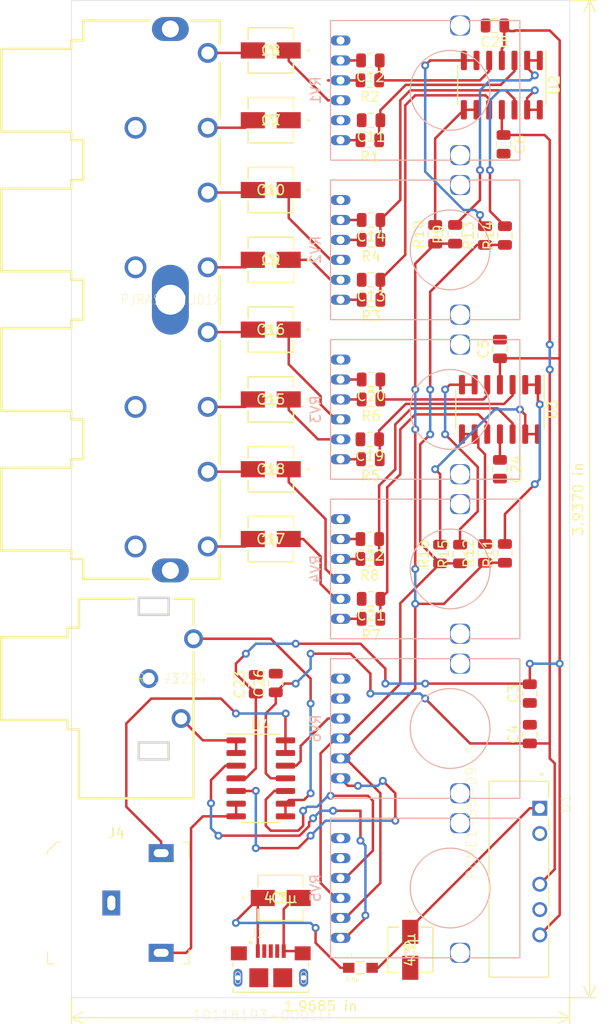
<source format=kicad_pcb>
(kicad_pcb (version 20171130) (host pcbnew "(5.1.4-0-10_14)")

  (general
    (thickness 1.6)
    (drawings 6)
    (tracks 436)
    (zones 0)
    (modules 57)
    (nets 60)
  )

  (page A4)
  (layers
    (0 F.Cu signal)
    (31 B.Cu signal)
    (32 B.Adhes user)
    (33 F.Adhes user)
    (34 B.Paste user)
    (35 F.Paste user)
    (36 B.SilkS user)
    (37 F.SilkS user)
    (38 B.Mask user)
    (39 F.Mask user)
    (40 Dwgs.User user)
    (41 Cmts.User user)
    (42 Eco1.User user)
    (43 Eco2.User user)
    (44 Edge.Cuts user)
    (45 Margin user)
    (46 B.CrtYd user)
    (47 F.CrtYd user)
    (48 B.Fab user)
    (49 F.Fab user)
  )

  (setup
    (last_trace_width 0.25)
    (trace_clearance 0.2)
    (zone_clearance 0.508)
    (zone_45_only no)
    (trace_min 0.2)
    (via_size 0.8)
    (via_drill 0.4)
    (via_min_size 0.4)
    (via_min_drill 0.3)
    (uvia_size 0.3)
    (uvia_drill 0.1)
    (uvias_allowed no)
    (uvia_min_size 0.2)
    (uvia_min_drill 0.1)
    (edge_width 0.05)
    (segment_width 0.2)
    (pcb_text_width 0.3)
    (pcb_text_size 1.5 1.5)
    (mod_edge_width 0.12)
    (mod_text_size 1 1)
    (mod_text_width 0.15)
    (pad_size 2 2)
    (pad_drill 1.9)
    (pad_to_mask_clearance 0.051)
    (solder_mask_min_width 0.25)
    (aux_axis_origin 0 0)
    (visible_elements FFFFFF7F)
    (pcbplotparams
      (layerselection 0x010fc_ffffffff)
      (usegerberextensions false)
      (usegerberattributes false)
      (usegerberadvancedattributes false)
      (creategerberjobfile false)
      (excludeedgelayer true)
      (linewidth 0.100000)
      (plotframeref false)
      (viasonmask false)
      (mode 1)
      (useauxorigin false)
      (hpglpennumber 1)
      (hpglpenspeed 20)
      (hpglpendiameter 15.000000)
      (psnegative false)
      (psa4output false)
      (plotreference true)
      (plotvalue true)
      (plotinvisibletext false)
      (padsonsilk false)
      (subtractmaskfromsilk false)
      (outputformat 1)
      (mirror false)
      (drillshape 0)
      (scaleselection 1)
      (outputdirectory "."))
  )

  (net 0 "")
  (net 1 GND)
  (net 2 "Net-(J2-Pad4)")
  (net 3 "Net-(J2-Pad3)")
  (net 4 "Net-(J2-Pad2)")
  (net 5 VCC)
  (net 6 "Net-(J3-Pad1)")
  (net 7 +12V)
  (net 8 -12V)
  (net 9 "Net-(C2-Pad1)")
  (net 10 INPUT4R)
  (net 11 INPUT4L)
  (net 12 INPUT1R)
  (net 13 INPUT1L)
  (net 14 INPUT2R)
  (net 15 INPUT2L)
  (net 16 INPUT3R)
  (net 17 INPUT3L)
  (net 18 OUTPUT1R)
  (net 19 OUTPUT1L)
  (net 20 OUTPUT2R)
  (net 21 OUTPUT2L)
  (net 22 "Net-(C7-Pad1)")
  (net 23 "Net-(C8-Pad1)")
  (net 24 "Net-(C9-Pad1)")
  (net 25 "Net-(C10-Pad1)")
  (net 26 "Net-(C11-Pad1)")
  (net 27 "Net-(C12-Pad1)")
  (net 28 "Net-(C13-Pad1)")
  (net 29 "Net-(C14-Pad1)")
  (net 30 "Net-(C15-Pad1)")
  (net 31 "Net-(C16-Pad1)")
  (net 32 "Net-(C17-Pad1)")
  (net 33 "Net-(C18-Pad1)")
  (net 34 "Net-(C19-Pad1)")
  (net 35 "Net-(C20-Pad1)")
  (net 36 "Net-(C21-Pad1)")
  (net 37 "Net-(C22-Pad1)")
  (net 38 "Net-(R1-Pad2)")
  (net 39 "Net-(R2-Pad2)")
  (net 40 "Net-(R3-Pad2)")
  (net 41 "Net-(R4-Pad2)")
  (net 42 "Net-(R5-Pad2)")
  (net 43 "Net-(R6-Pad2)")
  (net 44 "Net-(R7-Pad2)")
  (net 45 "Net-(R8-Pad2)")
  (net 46 PROC1L)
  (net 47 MIXEDL)
  (net 48 PROC2L)
  (net 49 PROC3L)
  (net 50 PROC4L)
  (net 51 PROC1R)
  (net 52 MIXEDR)
  (net 53 PROC2R)
  (net 54 PROC3R)
  (net 55 PROC4R)
  (net 56 "Net-(RV6-Pad5)")
  (net 57 "Net-(RV5-Pad5)")
  (net 58 "Net-(RV6-Pad2)")
  (net 59 "Net-(RV5-Pad2)")

  (net_class Default "This is the default net class."
    (clearance 0.2)
    (trace_width 0.25)
    (via_dia 0.8)
    (via_drill 0.4)
    (uvia_dia 0.3)
    (uvia_drill 0.1)
    (add_net +12V)
    (add_net -12V)
    (add_net GND)
    (add_net INPUT1L)
    (add_net INPUT1R)
    (add_net INPUT2L)
    (add_net INPUT2R)
    (add_net INPUT3L)
    (add_net INPUT3R)
    (add_net INPUT4L)
    (add_net INPUT4R)
    (add_net MIXEDL)
    (add_net MIXEDR)
    (add_net "Net-(C10-Pad1)")
    (add_net "Net-(C11-Pad1)")
    (add_net "Net-(C12-Pad1)")
    (add_net "Net-(C13-Pad1)")
    (add_net "Net-(C14-Pad1)")
    (add_net "Net-(C15-Pad1)")
    (add_net "Net-(C16-Pad1)")
    (add_net "Net-(C17-Pad1)")
    (add_net "Net-(C18-Pad1)")
    (add_net "Net-(C19-Pad1)")
    (add_net "Net-(C2-Pad1)")
    (add_net "Net-(C20-Pad1)")
    (add_net "Net-(C21-Pad1)")
    (add_net "Net-(C22-Pad1)")
    (add_net "Net-(C7-Pad1)")
    (add_net "Net-(C8-Pad1)")
    (add_net "Net-(C9-Pad1)")
    (add_net "Net-(J2-Pad2)")
    (add_net "Net-(J2-Pad3)")
    (add_net "Net-(J2-Pad4)")
    (add_net "Net-(J3-Pad1)")
    (add_net "Net-(R1-Pad2)")
    (add_net "Net-(R2-Pad2)")
    (add_net "Net-(R3-Pad2)")
    (add_net "Net-(R4-Pad2)")
    (add_net "Net-(R5-Pad2)")
    (add_net "Net-(R6-Pad2)")
    (add_net "Net-(R7-Pad2)")
    (add_net "Net-(R8-Pad2)")
    (add_net "Net-(RV5-Pad2)")
    (add_net "Net-(RV5-Pad5)")
    (add_net "Net-(RV6-Pad2)")
    (add_net "Net-(RV6-Pad5)")
    (add_net OUTPUT1L)
    (add_net OUTPUT1R)
    (add_net OUTPUT2L)
    (add_net OUTPUT2R)
    (add_net PROC1L)
    (add_net PROC1R)
    (add_net PROC2L)
    (add_net PROC2R)
    (add_net PROC3L)
    (add_net PROC3R)
    (add_net PROC4L)
    (add_net PROC4R)
    (add_net VCC)
  )

  (module parts:EVJYK6 (layer B.Cu) (tedit 5DC6B4AE) (tstamp 5DC6DEDC)
    (at 110 42 90)
    (descr "Panasonic vertical potentiometer")
    (path /5DC7A237)
    (fp_text reference RV2 (at 0 -2.5 90) (layer B.SilkS)
      (effects (font (size 1 1) (thickness 0.15)) (justify mirror))
    )
    (fp_text value "10k LOG" (at 0 2.5 90) (layer B.Fab)
      (effects (font (size 1 1) (thickness 0.15)) (justify mirror))
    )
    (fp_circle (center 0 11) (end 4 11) (layer B.SilkS) (width 0.12))
    (fp_line (start -7 -1) (end -7 18) (layer B.SilkS) (width 0.12))
    (fp_line (start 7 -1) (end -7 -1) (layer B.SilkS) (width 0.12))
    (fp_line (start 7 18) (end 7 -1) (layer B.SilkS) (width 0.12))
    (fp_line (start -7 18) (end 7 18) (layer B.SilkS) (width 0.12))
    (fp_line (start -5.75 1.25) (end 5.75 1.25) (layer B.CrtYd) (width 0.05))
    (fp_line (start 5.75 1.25) (end 5.75 -1.25) (layer B.CrtYd) (width 0.05))
    (fp_line (start 5.75 -1.25) (end -5.75 -1.25) (layer B.CrtYd) (width 0.05))
    (fp_line (start -5.75 -1.25) (end -5.75 1.25) (layer B.CrtYd) (width 0.05))
    (fp_line (start 0 0) (end 0 11) (layer Dwgs.User) (width 0.12))
    (fp_line (start 0 11) (end 0 10) (layer Dwgs.User) (width 0.12))
    (fp_line (start -7 -1) (end 7 -1) (layer Dwgs.User) (width 0.12))
    (fp_line (start 7 -1) (end 7 18) (layer Dwgs.User) (width 0.12))
    (fp_line (start 7 18) (end -7 18) (layer Dwgs.User) (width 0.12))
    (fp_line (start -7 18) (end -7 -1) (layer Dwgs.User) (width 0.12))
    (fp_line (start -1 11) (end 1 11) (layer Dwgs.User) (width 0.12))
    (fp_circle (center 0 11) (end 4 11) (layer Dwgs.User) (width 0.12))
    (pad 8 thru_hole roundrect (at 6.5 12 90) (size 2 2) (drill 1.9) (layers *.Cu *.Mask) (roundrect_rratio 0.262))
    (pad 2 thru_hole oval (at -5 0 90) (size 1 2) (drill 0.8) (layers *.Cu *.Mask)
      (net 40 "Net-(R3-Pad2)"))
    (pad 1 thru_hole oval (at -3 0 90) (size 1 2) (drill 0.8) (layers *.Cu *.Mask)
      (net 24 "Net-(C9-Pad1)"))
    (pad 4 thru_hole oval (at -1 0 90) (size 1 2) (drill 0.8) (layers *.Cu *.Mask)
      (net 25 "Net-(C10-Pad1)"))
    (pad 5 thru_hole oval (at 1 0 90) (size 1 2) (drill 0.8) (layers *.Cu *.Mask)
      (net 41 "Net-(R4-Pad2)"))
    (pad 6 thru_hole oval (at 3 0 90) (size 1 2) (drill 0.8) (layers *.Cu *.Mask)
      (net 1 GND))
    (pad 3 thru_hole oval (at 5 0 90) (size 1 2) (drill 0.8) (layers *.Cu *.Mask)
      (net 1 GND))
    (pad 7 thru_hole roundrect (at -6.5 12 90) (size 2 2) (drill 1.9) (layers *.Cu *.Mask) (roundrect_rratio 0.262))
  )

  (module parts:EVJYK6 (layer B.Cu) (tedit 5DC620B0) (tstamp 5DC6DF50)
    (at 110 90 90)
    (descr "Panasonic vertical potentiometer")
    (path /5DD06F9C)
    (fp_text reference RV6 (at 0 -2.5 90) (layer B.SilkS)
      (effects (font (size 1 1) (thickness 0.15)) (justify mirror))
    )
    (fp_text value "10k LOG" (at 0 2.5 90) (layer B.Fab)
      (effects (font (size 1 1) (thickness 0.15)) (justify mirror))
    )
    (fp_circle (center 0 11) (end 4 11) (layer B.SilkS) (width 0.12))
    (fp_line (start -7 -1) (end -7 18) (layer B.SilkS) (width 0.12))
    (fp_line (start 7 -1) (end -7 -1) (layer B.SilkS) (width 0.12))
    (fp_line (start 7 18) (end 7 -1) (layer B.SilkS) (width 0.12))
    (fp_line (start -7 18) (end 7 18) (layer B.SilkS) (width 0.12))
    (fp_line (start -5.75 1.25) (end 5.75 1.25) (layer B.CrtYd) (width 0.05))
    (fp_line (start 5.75 1.25) (end 5.75 -1.25) (layer B.CrtYd) (width 0.05))
    (fp_line (start 5.75 -1.25) (end -5.75 -1.25) (layer B.CrtYd) (width 0.05))
    (fp_line (start -5.75 -1.25) (end -5.75 1.25) (layer B.CrtYd) (width 0.05))
    (fp_line (start 0 0) (end 0 11) (layer Dwgs.User) (width 0.12))
    (fp_line (start 0 11) (end 0 10) (layer Dwgs.User) (width 0.12))
    (fp_line (start -7 -1) (end 7 -1) (layer Dwgs.User) (width 0.12))
    (fp_line (start 7 -1) (end 7 18) (layer Dwgs.User) (width 0.12))
    (fp_line (start 7 18) (end -7 18) (layer Dwgs.User) (width 0.12))
    (fp_line (start -7 18) (end -7 -1) (layer Dwgs.User) (width 0.12))
    (fp_line (start -1 11) (end 1 11) (layer Dwgs.User) (width 0.12))
    (fp_circle (center 0 11) (end 4 11) (layer Dwgs.User) (width 0.12))
    (pad 8 thru_hole roundrect (at 6.5 12 90) (size 2 2) (drill 1.9) (layers *.Cu *.Mask) (roundrect_rratio 0.262))
    (pad 2 thru_hole oval (at -5 0 90) (size 1 2) (drill 0.8) (layers *.Cu *.Mask)
      (net 58 "Net-(RV6-Pad2)"))
    (pad 1 thru_hole oval (at -3 0 90) (size 1 2) (drill 0.8) (layers *.Cu *.Mask)
      (net 47 MIXEDL))
    (pad 4 thru_hole oval (at -1 0 90) (size 1 2) (drill 0.8) (layers *.Cu *.Mask)
      (net 52 MIXEDR))
    (pad 5 thru_hole oval (at 1 0 90) (size 1 2) (drill 0.8) (layers *.Cu *.Mask)
      (net 56 "Net-(RV6-Pad5)"))
    (pad 6 thru_hole oval (at 3 0 90) (size 1 2) (drill 0.8) (layers *.Cu *.Mask)
      (net 1 GND))
    (pad 3 thru_hole oval (at 5 0 90) (size 1 2) (drill 0.8) (layers *.Cu *.Mask)
      (net 1 GND))
    (pad 7 thru_hole roundrect (at -6.5 12 90) (size 2 2) (drill 1.9) (layers *.Cu *.Mask) (roundrect_rratio 0.262))
  )

  (module parts:EVJYK6 (layer B.Cu) (tedit 5DC620C2) (tstamp 5DC6DF33)
    (at 110 106 90)
    (descr "Panasonic vertical potentiometer")
    (path /5DCEB26E)
    (fp_text reference RV5 (at 0 -2.5 90) (layer B.SilkS)
      (effects (font (size 1 1) (thickness 0.15)) (justify mirror))
    )
    (fp_text value "10k LOG" (at 0 2.5 90) (layer B.Fab)
      (effects (font (size 1 1) (thickness 0.15)) (justify mirror))
    )
    (fp_circle (center 0 11) (end 4 11) (layer B.SilkS) (width 0.12))
    (fp_line (start -7 -1) (end -7 18) (layer B.SilkS) (width 0.12))
    (fp_line (start 7 -1) (end -7 -1) (layer B.SilkS) (width 0.12))
    (fp_line (start 7 18) (end 7 -1) (layer B.SilkS) (width 0.12))
    (fp_line (start -7 18) (end 7 18) (layer B.SilkS) (width 0.12))
    (fp_line (start -5.75 1.25) (end 5.75 1.25) (layer B.CrtYd) (width 0.05))
    (fp_line (start 5.75 1.25) (end 5.75 -1.25) (layer B.CrtYd) (width 0.05))
    (fp_line (start 5.75 -1.25) (end -5.75 -1.25) (layer B.CrtYd) (width 0.05))
    (fp_line (start -5.75 -1.25) (end -5.75 1.25) (layer B.CrtYd) (width 0.05))
    (fp_line (start 0 0) (end 0 11) (layer Dwgs.User) (width 0.12))
    (fp_line (start 0 11) (end 0 10) (layer Dwgs.User) (width 0.12))
    (fp_line (start -7 -1) (end 7 -1) (layer Dwgs.User) (width 0.12))
    (fp_line (start 7 -1) (end 7 18) (layer Dwgs.User) (width 0.12))
    (fp_line (start 7 18) (end -7 18) (layer Dwgs.User) (width 0.12))
    (fp_line (start -7 18) (end -7 -1) (layer Dwgs.User) (width 0.12))
    (fp_line (start -1 11) (end 1 11) (layer Dwgs.User) (width 0.12))
    (fp_circle (center 0 11) (end 4 11) (layer Dwgs.User) (width 0.12))
    (pad 8 thru_hole roundrect (at 6.5 12 90) (size 2 2) (drill 1.9) (layers *.Cu *.Mask) (roundrect_rratio 0.262))
    (pad 2 thru_hole oval (at -5 0 90) (size 1 2) (drill 0.8) (layers *.Cu *.Mask)
      (net 59 "Net-(RV5-Pad2)"))
    (pad 1 thru_hole oval (at -3 0 90) (size 1 2) (drill 0.8) (layers *.Cu *.Mask)
      (net 47 MIXEDL))
    (pad 4 thru_hole oval (at -1 0 90) (size 1 2) (drill 0.8) (layers *.Cu *.Mask)
      (net 52 MIXEDR))
    (pad 5 thru_hole oval (at 1 0 90) (size 1 2) (drill 0.8) (layers *.Cu *.Mask)
      (net 57 "Net-(RV5-Pad5)"))
    (pad 6 thru_hole oval (at 3 0 90) (size 1 2) (drill 0.8) (layers *.Cu *.Mask)
      (net 1 GND))
    (pad 3 thru_hole oval (at 5 0 90) (size 1 2) (drill 0.8) (layers *.Cu *.Mask)
      (net 1 GND))
    (pad 7 thru_hole roundrect (at -6.5 12 90) (size 2 2) (drill 1.9) (layers *.Cu *.Mask) (roundrect_rratio 0.262))
  )

  (module parts:EVJYK6 (layer B.Cu) (tedit 5DC620A1) (tstamp 5DC6DF16)
    (at 110 74 90)
    (descr "Panasonic vertical potentiometer")
    (path /5DCBBA25)
    (fp_text reference RV4 (at 0 -2.5 90) (layer B.SilkS)
      (effects (font (size 1 1) (thickness 0.15)) (justify mirror))
    )
    (fp_text value "10k LOG" (at 0 2.5 90) (layer B.Fab)
      (effects (font (size 1 1) (thickness 0.15)) (justify mirror))
    )
    (fp_circle (center 0 11) (end 4 11) (layer B.SilkS) (width 0.12))
    (fp_line (start -7 -1) (end -7 18) (layer B.SilkS) (width 0.12))
    (fp_line (start 7 -1) (end -7 -1) (layer B.SilkS) (width 0.12))
    (fp_line (start 7 18) (end 7 -1) (layer B.SilkS) (width 0.12))
    (fp_line (start -7 18) (end 7 18) (layer B.SilkS) (width 0.12))
    (fp_line (start -5.75 1.25) (end 5.75 1.25) (layer B.CrtYd) (width 0.05))
    (fp_line (start 5.75 1.25) (end 5.75 -1.25) (layer B.CrtYd) (width 0.05))
    (fp_line (start 5.75 -1.25) (end -5.75 -1.25) (layer B.CrtYd) (width 0.05))
    (fp_line (start -5.75 -1.25) (end -5.75 1.25) (layer B.CrtYd) (width 0.05))
    (fp_line (start 0 0) (end 0 11) (layer Dwgs.User) (width 0.12))
    (fp_line (start 0 11) (end 0 10) (layer Dwgs.User) (width 0.12))
    (fp_line (start -7 -1) (end 7 -1) (layer Dwgs.User) (width 0.12))
    (fp_line (start 7 -1) (end 7 18) (layer Dwgs.User) (width 0.12))
    (fp_line (start 7 18) (end -7 18) (layer Dwgs.User) (width 0.12))
    (fp_line (start -7 18) (end -7 -1) (layer Dwgs.User) (width 0.12))
    (fp_line (start -1 11) (end 1 11) (layer Dwgs.User) (width 0.12))
    (fp_circle (center 0 11) (end 4 11) (layer Dwgs.User) (width 0.12))
    (pad 8 thru_hole roundrect (at 6.5 12 90) (size 2 2) (drill 1.9) (layers *.Cu *.Mask) (roundrect_rratio 0.262))
    (pad 2 thru_hole oval (at -5 0 90) (size 1 2) (drill 0.8) (layers *.Cu *.Mask)
      (net 44 "Net-(R7-Pad2)"))
    (pad 1 thru_hole oval (at -3 0 90) (size 1 2) (drill 0.8) (layers *.Cu *.Mask)
      (net 32 "Net-(C17-Pad1)"))
    (pad 4 thru_hole oval (at -1 0 90) (size 1 2) (drill 0.8) (layers *.Cu *.Mask)
      (net 33 "Net-(C18-Pad1)"))
    (pad 5 thru_hole oval (at 1 0 90) (size 1 2) (drill 0.8) (layers *.Cu *.Mask)
      (net 45 "Net-(R8-Pad2)"))
    (pad 6 thru_hole oval (at 3 0 90) (size 1 2) (drill 0.8) (layers *.Cu *.Mask)
      (net 1 GND))
    (pad 3 thru_hole oval (at 5 0 90) (size 1 2) (drill 0.8) (layers *.Cu *.Mask)
      (net 1 GND))
    (pad 7 thru_hole roundrect (at -6.5 12 90) (size 2 2) (drill 1.9) (layers *.Cu *.Mask) (roundrect_rratio 0.262))
  )

  (module parts:EVJYK6 (layer B.Cu) (tedit 5DC6B49E) (tstamp 5DC6DEF9)
    (at 110 58 90)
    (descr "Panasonic vertical potentiometer")
    (path /5DCBBA1F)
    (fp_text reference RV3 (at 0 -2.5 90) (layer B.SilkS)
      (effects (font (size 1 1) (thickness 0.15)) (justify mirror))
    )
    (fp_text value "10k LOG" (at 0 2.5 90) (layer B.Fab)
      (effects (font (size 1 1) (thickness 0.15)) (justify mirror))
    )
    (fp_circle (center 0 11) (end 4 11) (layer B.SilkS) (width 0.12))
    (fp_line (start -7 -1) (end -7 18) (layer B.SilkS) (width 0.12))
    (fp_line (start 7 -1) (end -7 -1) (layer B.SilkS) (width 0.12))
    (fp_line (start 7 18) (end 7 -1) (layer B.SilkS) (width 0.12))
    (fp_line (start -7 18) (end 7 18) (layer B.SilkS) (width 0.12))
    (fp_line (start -5.75 1.25) (end 5.75 1.25) (layer B.CrtYd) (width 0.05))
    (fp_line (start 5.75 1.25) (end 5.75 -1.25) (layer B.CrtYd) (width 0.05))
    (fp_line (start 5.75 -1.25) (end -5.75 -1.25) (layer B.CrtYd) (width 0.05))
    (fp_line (start -5.75 -1.25) (end -5.75 1.25) (layer B.CrtYd) (width 0.05))
    (fp_line (start 0 0) (end 0 11) (layer Dwgs.User) (width 0.12))
    (fp_line (start 0 11) (end 0 10) (layer Dwgs.User) (width 0.12))
    (fp_line (start -7 -1) (end 7 -1) (layer Dwgs.User) (width 0.12))
    (fp_line (start 7 -1) (end 7 18) (layer Dwgs.User) (width 0.12))
    (fp_line (start 7 18) (end -7 18) (layer Dwgs.User) (width 0.12))
    (fp_line (start -7 18) (end -7 -1) (layer Dwgs.User) (width 0.12))
    (fp_line (start -1 11) (end 1 11) (layer Dwgs.User) (width 0.12))
    (fp_circle (center 0 11) (end 4 11) (layer Dwgs.User) (width 0.12))
    (pad 8 thru_hole roundrect (at 6.5 12 90) (size 2 2) (drill 1.9) (layers *.Cu *.Mask) (roundrect_rratio 0.262))
    (pad 2 thru_hole oval (at -5 0 90) (size 1 2) (drill 0.8) (layers *.Cu *.Mask)
      (net 42 "Net-(R5-Pad2)"))
    (pad 1 thru_hole oval (at -3 0 90) (size 1 2) (drill 0.8) (layers *.Cu *.Mask)
      (net 30 "Net-(C15-Pad1)"))
    (pad 4 thru_hole oval (at -1 0 90) (size 1 2) (drill 0.8) (layers *.Cu *.Mask)
      (net 31 "Net-(C16-Pad1)"))
    (pad 5 thru_hole oval (at 1 0 90) (size 1 2) (drill 0.8) (layers *.Cu *.Mask)
      (net 43 "Net-(R6-Pad2)"))
    (pad 6 thru_hole oval (at 3 0 90) (size 1 2) (drill 0.8) (layers *.Cu *.Mask)
      (net 1 GND))
    (pad 3 thru_hole oval (at 5 0 90) (size 1 2) (drill 0.8) (layers *.Cu *.Mask)
      (net 1 GND))
    (pad 7 thru_hole roundrect (at -6.5 12 90) (size 2 2) (drill 1.9) (layers *.Cu *.Mask) (roundrect_rratio 0.262))
  )

  (module parts:EVJYK6 (layer B.Cu) (tedit 5DC6B4BD) (tstamp 5DC6DEBF)
    (at 110 26 90)
    (descr "Panasonic vertical potentiometer")
    (path /5DC77FAF)
    (fp_text reference RV1 (at 0 -2.5 -90) (layer B.SilkS)
      (effects (font (size 1 1) (thickness 0.15)) (justify mirror))
    )
    (fp_text value "10k LOG" (at 0 2.5 -90) (layer B.Fab)
      (effects (font (size 1 1) (thickness 0.15)) (justify mirror))
    )
    (fp_circle (center 0 11) (end 4 11) (layer B.SilkS) (width 0.12))
    (fp_line (start -7 -1) (end -7 18) (layer B.SilkS) (width 0.12))
    (fp_line (start 7 -1) (end -7 -1) (layer B.SilkS) (width 0.12))
    (fp_line (start 7 18) (end 7 -1) (layer B.SilkS) (width 0.12))
    (fp_line (start -7 18) (end 7 18) (layer B.SilkS) (width 0.12))
    (fp_line (start -5.75 1.25) (end 5.75 1.25) (layer B.CrtYd) (width 0.05))
    (fp_line (start 5.75 1.25) (end 5.75 -1.25) (layer B.CrtYd) (width 0.05))
    (fp_line (start 5.75 -1.25) (end -5.75 -1.25) (layer B.CrtYd) (width 0.05))
    (fp_line (start -5.75 -1.25) (end -5.75 1.25) (layer B.CrtYd) (width 0.05))
    (fp_line (start 0 0) (end 0 11) (layer Dwgs.User) (width 0.12))
    (fp_line (start 0 11) (end 0 10) (layer Dwgs.User) (width 0.12))
    (fp_line (start -7 -1) (end 7 -1) (layer Dwgs.User) (width 0.12))
    (fp_line (start 7 -1) (end 7 18) (layer Dwgs.User) (width 0.12))
    (fp_line (start 7 18) (end -7 18) (layer Dwgs.User) (width 0.12))
    (fp_line (start -7 18) (end -7 -1) (layer Dwgs.User) (width 0.12))
    (fp_line (start -1 11) (end 1 11) (layer Dwgs.User) (width 0.12))
    (fp_circle (center 0 11) (end 4 11) (layer Dwgs.User) (width 0.12))
    (pad 8 thru_hole roundrect (at 6.5 12 90) (size 2 2) (drill 1.9) (layers *.Cu *.Mask) (roundrect_rratio 0.262))
    (pad 2 thru_hole oval (at -5 0 90) (size 1 2) (drill 0.8) (layers *.Cu *.Mask)
      (net 38 "Net-(R1-Pad2)"))
    (pad 1 thru_hole oval (at -3 0 90) (size 1 2) (drill 0.8) (layers *.Cu *.Mask)
      (net 22 "Net-(C7-Pad1)"))
    (pad 4 thru_hole oval (at -1 0 90) (size 1 2) (drill 0.8) (layers *.Cu *.Mask)
      (net 23 "Net-(C8-Pad1)"))
    (pad 5 thru_hole oval (at 1 0 90) (size 1 2) (drill 0.8) (layers *.Cu *.Mask)
      (net 39 "Net-(R2-Pad2)"))
    (pad 6 thru_hole oval (at 3 0 90) (size 1 2) (drill 0.8) (layers *.Cu *.Mask)
      (net 1 GND))
    (pad 3 thru_hole oval (at 5 0 90) (size 1 2) (drill 0.8) (layers *.Cu *.Mask)
      (net 1 GND))
    (pad 7 thru_hole roundrect (at -6.5 12 90) (size 2 2) (drill 1.9) (layers *.Cu *.Mask) (roundrect_rratio 0.262))
  )

  (module parts:UWJ1E4R7MCL1GB placed (layer F.Cu) (tedit 0) (tstamp 5DC619CF)
    (at 103 64 180)
    (path /5DCBBA07)
    (fp_text reference C18 (at 0 0) (layer F.SilkS)
      (effects (font (size 1 1) (thickness 0.15)))
    )
    (fp_text value 1µ (at 0 0) (layer F.SilkS)
      (effects (font (size 1 1) (thickness 0.15)))
    )
    (fp_circle (center -3.7719 0) (end -3.6957 0) (layer F.SilkS) (width 0.1524))
    (fp_circle (center -1.6383 0) (end -1.5621 0) (layer F.Fab) (width 0.1524))
    (fp_line (start -2.4003 1.0668) (end -3.2639 1.0668) (layer F.CrtYd) (width 0.1524))
    (fp_line (start -2.4003 2.4003) (end -2.4003 1.0668) (layer F.CrtYd) (width 0.1524))
    (fp_line (start 2.4003 2.4003) (end -2.4003 2.4003) (layer F.CrtYd) (width 0.1524))
    (fp_line (start 2.4003 1.0668) (end 2.4003 2.4003) (layer F.CrtYd) (width 0.1524))
    (fp_line (start 3.2639 1.0668) (end 2.4003 1.0668) (layer F.CrtYd) (width 0.1524))
    (fp_line (start 3.2639 -1.0668) (end 3.2639 1.0668) (layer F.CrtYd) (width 0.1524))
    (fp_line (start 2.4003 -1.0668) (end 3.2639 -1.0668) (layer F.CrtYd) (width 0.1524))
    (fp_line (start 2.4003 -2.4003) (end 2.4003 -1.0668) (layer F.CrtYd) (width 0.1524))
    (fp_line (start -2.4003 -2.4003) (end 2.4003 -2.4003) (layer F.CrtYd) (width 0.1524))
    (fp_line (start -2.4003 -1.0668) (end -2.4003 -2.4003) (layer F.CrtYd) (width 0.1524))
    (fp_line (start -3.2639 -1.0668) (end -2.4003 -1.0668) (layer F.CrtYd) (width 0.1524))
    (fp_line (start -3.2639 1.0668) (end -3.2639 -1.0668) (layer F.CrtYd) (width 0.1524))
    (fp_line (start 2.2733 -1.14554) (end 2.2733 -2.2733) (layer F.SilkS) (width 0.1524))
    (fp_line (start -2.2733 1.14554) (end -2.2733 2.2733) (layer F.SilkS) (width 0.1524))
    (fp_line (start -2.1463 -2.1463) (end -2.1463 2.1463) (layer F.Fab) (width 0.1524))
    (fp_line (start 2.1463 -2.1463) (end -2.1463 -2.1463) (layer F.Fab) (width 0.1524))
    (fp_line (start 2.1463 2.1463) (end 2.1463 -2.1463) (layer F.Fab) (width 0.1524))
    (fp_line (start -2.1463 2.1463) (end 2.1463 2.1463) (layer F.Fab) (width 0.1524))
    (fp_line (start -2.2733 -2.2733) (end -2.2733 -1.14554) (layer F.SilkS) (width 0.1524))
    (fp_line (start 2.2733 -2.2733) (end -2.2733 -2.2733) (layer F.SilkS) (width 0.1524))
    (fp_line (start 2.2733 2.2733) (end 2.2733 1.14554) (layer F.SilkS) (width 0.1524))
    (fp_line (start -2.2733 2.2733) (end 2.2733 2.2733) (layer F.SilkS) (width 0.1524))
    (fp_line (start -2.1463 1.07315) (end -1.07315 2.1463) (layer F.Fab) (width 0.1524))
    (fp_line (start -2.1463 -1.07315) (end -1.07315 -2.1463) (layer F.Fab) (width 0.1524))
    (fp_text user * (at 0 0) (layer F.Fab)
      (effects (font (size 1 1) (thickness 0.15)))
    )
    (fp_text user * (at 0 0) (layer F.SilkS)
      (effects (font (size 1 1) (thickness 0.15)))
    )
    (fp_text user "Copyright 2016 Accelerated Designs. All rights reserved." (at 0 0) (layer Cmts.User)
      (effects (font (size 0.127 0.127) (thickness 0.002)))
    )
    (pad 2 smd rect (at 1.8034 0 180) (size 2.413 1.6256) (layers F.Cu F.Paste F.Mask)
      (net 10 INPUT4R))
    (pad 1 smd rect (at -1.8034 0 180) (size 2.413 1.6256) (layers F.Cu F.Paste F.Mask)
      (net 33 "Net-(C18-Pad1)"))
  )

  (module parts:UWJ1E4R7MCL1GB placed (layer F.Cu) (tedit 0) (tstamp 5DC619BE)
    (at 103 71 180)
    (path /5DCBBA0D)
    (fp_text reference C17 (at 0 0) (layer F.SilkS)
      (effects (font (size 1 1) (thickness 0.15)))
    )
    (fp_text value 1µ (at 0 0) (layer F.SilkS)
      (effects (font (size 1 1) (thickness 0.15)))
    )
    (fp_circle (center -3.7719 0) (end -3.6957 0) (layer F.SilkS) (width 0.1524))
    (fp_circle (center -1.6383 0) (end -1.5621 0) (layer F.Fab) (width 0.1524))
    (fp_line (start -2.4003 1.0668) (end -3.2639 1.0668) (layer F.CrtYd) (width 0.1524))
    (fp_line (start -2.4003 2.4003) (end -2.4003 1.0668) (layer F.CrtYd) (width 0.1524))
    (fp_line (start 2.4003 2.4003) (end -2.4003 2.4003) (layer F.CrtYd) (width 0.1524))
    (fp_line (start 2.4003 1.0668) (end 2.4003 2.4003) (layer F.CrtYd) (width 0.1524))
    (fp_line (start 3.2639 1.0668) (end 2.4003 1.0668) (layer F.CrtYd) (width 0.1524))
    (fp_line (start 3.2639 -1.0668) (end 3.2639 1.0668) (layer F.CrtYd) (width 0.1524))
    (fp_line (start 2.4003 -1.0668) (end 3.2639 -1.0668) (layer F.CrtYd) (width 0.1524))
    (fp_line (start 2.4003 -2.4003) (end 2.4003 -1.0668) (layer F.CrtYd) (width 0.1524))
    (fp_line (start -2.4003 -2.4003) (end 2.4003 -2.4003) (layer F.CrtYd) (width 0.1524))
    (fp_line (start -2.4003 -1.0668) (end -2.4003 -2.4003) (layer F.CrtYd) (width 0.1524))
    (fp_line (start -3.2639 -1.0668) (end -2.4003 -1.0668) (layer F.CrtYd) (width 0.1524))
    (fp_line (start -3.2639 1.0668) (end -3.2639 -1.0668) (layer F.CrtYd) (width 0.1524))
    (fp_line (start 2.2733 -1.14554) (end 2.2733 -2.2733) (layer F.SilkS) (width 0.1524))
    (fp_line (start -2.2733 1.14554) (end -2.2733 2.2733) (layer F.SilkS) (width 0.1524))
    (fp_line (start -2.1463 -2.1463) (end -2.1463 2.1463) (layer F.Fab) (width 0.1524))
    (fp_line (start 2.1463 -2.1463) (end -2.1463 -2.1463) (layer F.Fab) (width 0.1524))
    (fp_line (start 2.1463 2.1463) (end 2.1463 -2.1463) (layer F.Fab) (width 0.1524))
    (fp_line (start -2.1463 2.1463) (end 2.1463 2.1463) (layer F.Fab) (width 0.1524))
    (fp_line (start -2.2733 -2.2733) (end -2.2733 -1.14554) (layer F.SilkS) (width 0.1524))
    (fp_line (start 2.2733 -2.2733) (end -2.2733 -2.2733) (layer F.SilkS) (width 0.1524))
    (fp_line (start 2.2733 2.2733) (end 2.2733 1.14554) (layer F.SilkS) (width 0.1524))
    (fp_line (start -2.2733 2.2733) (end 2.2733 2.2733) (layer F.SilkS) (width 0.1524))
    (fp_line (start -2.1463 1.07315) (end -1.07315 2.1463) (layer F.Fab) (width 0.1524))
    (fp_line (start -2.1463 -1.07315) (end -1.07315 -2.1463) (layer F.Fab) (width 0.1524))
    (fp_text user * (at 0 0) (layer F.Fab)
      (effects (font (size 1 1) (thickness 0.15)))
    )
    (fp_text user * (at 0 0) (layer F.SilkS)
      (effects (font (size 1 1) (thickness 0.15)))
    )
    (fp_text user "Copyright 2016 Accelerated Designs. All rights reserved." (at 0 0) (layer Cmts.User)
      (effects (font (size 0.127 0.127) (thickness 0.002)))
    )
    (pad 2 smd rect (at 1.8034 0 180) (size 2.413 1.6256) (layers F.Cu F.Paste F.Mask)
      (net 11 INPUT4L))
    (pad 1 smd rect (at -1.8034 0 180) (size 2.413 1.6256) (layers F.Cu F.Paste F.Mask)
      (net 32 "Net-(C17-Pad1)"))
  )

  (module parts:UWJ1E4R7MCL1GB placed (layer F.Cu) (tedit 0) (tstamp 5DC619AD)
    (at 103 50 180)
    (path /5DCBBA01)
    (fp_text reference C16 (at 0 0) (layer F.SilkS)
      (effects (font (size 1 1) (thickness 0.15)))
    )
    (fp_text value 1µ (at 0 0) (layer F.SilkS)
      (effects (font (size 1 1) (thickness 0.15)))
    )
    (fp_circle (center -3.7719 0) (end -3.6957 0) (layer F.SilkS) (width 0.1524))
    (fp_circle (center -1.6383 0) (end -1.5621 0) (layer F.Fab) (width 0.1524))
    (fp_line (start -2.4003 1.0668) (end -3.2639 1.0668) (layer F.CrtYd) (width 0.1524))
    (fp_line (start -2.4003 2.4003) (end -2.4003 1.0668) (layer F.CrtYd) (width 0.1524))
    (fp_line (start 2.4003 2.4003) (end -2.4003 2.4003) (layer F.CrtYd) (width 0.1524))
    (fp_line (start 2.4003 1.0668) (end 2.4003 2.4003) (layer F.CrtYd) (width 0.1524))
    (fp_line (start 3.2639 1.0668) (end 2.4003 1.0668) (layer F.CrtYd) (width 0.1524))
    (fp_line (start 3.2639 -1.0668) (end 3.2639 1.0668) (layer F.CrtYd) (width 0.1524))
    (fp_line (start 2.4003 -1.0668) (end 3.2639 -1.0668) (layer F.CrtYd) (width 0.1524))
    (fp_line (start 2.4003 -2.4003) (end 2.4003 -1.0668) (layer F.CrtYd) (width 0.1524))
    (fp_line (start -2.4003 -2.4003) (end 2.4003 -2.4003) (layer F.CrtYd) (width 0.1524))
    (fp_line (start -2.4003 -1.0668) (end -2.4003 -2.4003) (layer F.CrtYd) (width 0.1524))
    (fp_line (start -3.2639 -1.0668) (end -2.4003 -1.0668) (layer F.CrtYd) (width 0.1524))
    (fp_line (start -3.2639 1.0668) (end -3.2639 -1.0668) (layer F.CrtYd) (width 0.1524))
    (fp_line (start 2.2733 -1.14554) (end 2.2733 -2.2733) (layer F.SilkS) (width 0.1524))
    (fp_line (start -2.2733 1.14554) (end -2.2733 2.2733) (layer F.SilkS) (width 0.1524))
    (fp_line (start -2.1463 -2.1463) (end -2.1463 2.1463) (layer F.Fab) (width 0.1524))
    (fp_line (start 2.1463 -2.1463) (end -2.1463 -2.1463) (layer F.Fab) (width 0.1524))
    (fp_line (start 2.1463 2.1463) (end 2.1463 -2.1463) (layer F.Fab) (width 0.1524))
    (fp_line (start -2.1463 2.1463) (end 2.1463 2.1463) (layer F.Fab) (width 0.1524))
    (fp_line (start -2.2733 -2.2733) (end -2.2733 -1.14554) (layer F.SilkS) (width 0.1524))
    (fp_line (start 2.2733 -2.2733) (end -2.2733 -2.2733) (layer F.SilkS) (width 0.1524))
    (fp_line (start 2.2733 2.2733) (end 2.2733 1.14554) (layer F.SilkS) (width 0.1524))
    (fp_line (start -2.2733 2.2733) (end 2.2733 2.2733) (layer F.SilkS) (width 0.1524))
    (fp_line (start -2.1463 1.07315) (end -1.07315 2.1463) (layer F.Fab) (width 0.1524))
    (fp_line (start -2.1463 -1.07315) (end -1.07315 -2.1463) (layer F.Fab) (width 0.1524))
    (fp_text user * (at 0 0) (layer F.Fab)
      (effects (font (size 1 1) (thickness 0.15)))
    )
    (fp_text user * (at 0 0) (layer F.SilkS)
      (effects (font (size 1 1) (thickness 0.15)))
    )
    (fp_text user "Copyright 2016 Accelerated Designs. All rights reserved." (at 0 0) (layer Cmts.User)
      (effects (font (size 0.127 0.127) (thickness 0.002)))
    )
    (pad 2 smd rect (at 1.8034 0 180) (size 2.413 1.6256) (layers F.Cu F.Paste F.Mask)
      (net 16 INPUT3R))
    (pad 1 smd rect (at -1.8034 0 180) (size 2.413 1.6256) (layers F.Cu F.Paste F.Mask)
      (net 31 "Net-(C16-Pad1)"))
  )

  (module parts:UWJ1E4R7MCL1GB placed (layer F.Cu) (tedit 0) (tstamp 5DC6199C)
    (at 103 57 180)
    (path /5DCBB9FB)
    (fp_text reference C15 (at 0 0) (layer F.SilkS)
      (effects (font (size 1 1) (thickness 0.15)))
    )
    (fp_text value 1µ (at 0 0) (layer F.SilkS)
      (effects (font (size 1 1) (thickness 0.15)))
    )
    (fp_circle (center -3.7719 0) (end -3.6957 0) (layer F.SilkS) (width 0.1524))
    (fp_circle (center -1.6383 0) (end -1.5621 0) (layer F.Fab) (width 0.1524))
    (fp_line (start -2.4003 1.0668) (end -3.2639 1.0668) (layer F.CrtYd) (width 0.1524))
    (fp_line (start -2.4003 2.4003) (end -2.4003 1.0668) (layer F.CrtYd) (width 0.1524))
    (fp_line (start 2.4003 2.4003) (end -2.4003 2.4003) (layer F.CrtYd) (width 0.1524))
    (fp_line (start 2.4003 1.0668) (end 2.4003 2.4003) (layer F.CrtYd) (width 0.1524))
    (fp_line (start 3.2639 1.0668) (end 2.4003 1.0668) (layer F.CrtYd) (width 0.1524))
    (fp_line (start 3.2639 -1.0668) (end 3.2639 1.0668) (layer F.CrtYd) (width 0.1524))
    (fp_line (start 2.4003 -1.0668) (end 3.2639 -1.0668) (layer F.CrtYd) (width 0.1524))
    (fp_line (start 2.4003 -2.4003) (end 2.4003 -1.0668) (layer F.CrtYd) (width 0.1524))
    (fp_line (start -2.4003 -2.4003) (end 2.4003 -2.4003) (layer F.CrtYd) (width 0.1524))
    (fp_line (start -2.4003 -1.0668) (end -2.4003 -2.4003) (layer F.CrtYd) (width 0.1524))
    (fp_line (start -3.2639 -1.0668) (end -2.4003 -1.0668) (layer F.CrtYd) (width 0.1524))
    (fp_line (start -3.2639 1.0668) (end -3.2639 -1.0668) (layer F.CrtYd) (width 0.1524))
    (fp_line (start 2.2733 -1.14554) (end 2.2733 -2.2733) (layer F.SilkS) (width 0.1524))
    (fp_line (start -2.2733 1.14554) (end -2.2733 2.2733) (layer F.SilkS) (width 0.1524))
    (fp_line (start -2.1463 -2.1463) (end -2.1463 2.1463) (layer F.Fab) (width 0.1524))
    (fp_line (start 2.1463 -2.1463) (end -2.1463 -2.1463) (layer F.Fab) (width 0.1524))
    (fp_line (start 2.1463 2.1463) (end 2.1463 -2.1463) (layer F.Fab) (width 0.1524))
    (fp_line (start -2.1463 2.1463) (end 2.1463 2.1463) (layer F.Fab) (width 0.1524))
    (fp_line (start -2.2733 -2.2733) (end -2.2733 -1.14554) (layer F.SilkS) (width 0.1524))
    (fp_line (start 2.2733 -2.2733) (end -2.2733 -2.2733) (layer F.SilkS) (width 0.1524))
    (fp_line (start 2.2733 2.2733) (end 2.2733 1.14554) (layer F.SilkS) (width 0.1524))
    (fp_line (start -2.2733 2.2733) (end 2.2733 2.2733) (layer F.SilkS) (width 0.1524))
    (fp_line (start -2.1463 1.07315) (end -1.07315 2.1463) (layer F.Fab) (width 0.1524))
    (fp_line (start -2.1463 -1.07315) (end -1.07315 -2.1463) (layer F.Fab) (width 0.1524))
    (fp_text user * (at 0 0) (layer F.Fab)
      (effects (font (size 1 1) (thickness 0.15)))
    )
    (fp_text user * (at 0 0) (layer F.SilkS)
      (effects (font (size 1 1) (thickness 0.15)))
    )
    (fp_text user "Copyright 2016 Accelerated Designs. All rights reserved." (at 0 0) (layer Cmts.User)
      (effects (font (size 0.127 0.127) (thickness 0.002)))
    )
    (pad 2 smd rect (at 1.8034 0 180) (size 2.413 1.6256) (layers F.Cu F.Paste F.Mask)
      (net 17 INPUT3L))
    (pad 1 smd rect (at -1.8034 0 180) (size 2.413 1.6256) (layers F.Cu F.Paste F.Mask)
      (net 30 "Net-(C15-Pad1)"))
  )

  (module parts:UWJ1E4R7MCL1GB placed (layer F.Cu) (tedit 0) (tstamp 5DC61947)
    (at 103 36 180)
    (path /5DC731EE)
    (fp_text reference C10 (at 0 0) (layer F.SilkS)
      (effects (font (size 1 1) (thickness 0.15)))
    )
    (fp_text value 1µ (at 0 0) (layer F.SilkS)
      (effects (font (size 1 1) (thickness 0.15)))
    )
    (fp_circle (center -3.7719 0) (end -3.6957 0) (layer F.SilkS) (width 0.1524))
    (fp_circle (center -1.6383 0) (end -1.5621 0) (layer F.Fab) (width 0.1524))
    (fp_line (start -2.4003 1.0668) (end -3.2639 1.0668) (layer F.CrtYd) (width 0.1524))
    (fp_line (start -2.4003 2.4003) (end -2.4003 1.0668) (layer F.CrtYd) (width 0.1524))
    (fp_line (start 2.4003 2.4003) (end -2.4003 2.4003) (layer F.CrtYd) (width 0.1524))
    (fp_line (start 2.4003 1.0668) (end 2.4003 2.4003) (layer F.CrtYd) (width 0.1524))
    (fp_line (start 3.2639 1.0668) (end 2.4003 1.0668) (layer F.CrtYd) (width 0.1524))
    (fp_line (start 3.2639 -1.0668) (end 3.2639 1.0668) (layer F.CrtYd) (width 0.1524))
    (fp_line (start 2.4003 -1.0668) (end 3.2639 -1.0668) (layer F.CrtYd) (width 0.1524))
    (fp_line (start 2.4003 -2.4003) (end 2.4003 -1.0668) (layer F.CrtYd) (width 0.1524))
    (fp_line (start -2.4003 -2.4003) (end 2.4003 -2.4003) (layer F.CrtYd) (width 0.1524))
    (fp_line (start -2.4003 -1.0668) (end -2.4003 -2.4003) (layer F.CrtYd) (width 0.1524))
    (fp_line (start -3.2639 -1.0668) (end -2.4003 -1.0668) (layer F.CrtYd) (width 0.1524))
    (fp_line (start -3.2639 1.0668) (end -3.2639 -1.0668) (layer F.CrtYd) (width 0.1524))
    (fp_line (start 2.2733 -1.14554) (end 2.2733 -2.2733) (layer F.SilkS) (width 0.1524))
    (fp_line (start -2.2733 1.14554) (end -2.2733 2.2733) (layer F.SilkS) (width 0.1524))
    (fp_line (start -2.1463 -2.1463) (end -2.1463 2.1463) (layer F.Fab) (width 0.1524))
    (fp_line (start 2.1463 -2.1463) (end -2.1463 -2.1463) (layer F.Fab) (width 0.1524))
    (fp_line (start 2.1463 2.1463) (end 2.1463 -2.1463) (layer F.Fab) (width 0.1524))
    (fp_line (start -2.1463 2.1463) (end 2.1463 2.1463) (layer F.Fab) (width 0.1524))
    (fp_line (start -2.2733 -2.2733) (end -2.2733 -1.14554) (layer F.SilkS) (width 0.1524))
    (fp_line (start 2.2733 -2.2733) (end -2.2733 -2.2733) (layer F.SilkS) (width 0.1524))
    (fp_line (start 2.2733 2.2733) (end 2.2733 1.14554) (layer F.SilkS) (width 0.1524))
    (fp_line (start -2.2733 2.2733) (end 2.2733 2.2733) (layer F.SilkS) (width 0.1524))
    (fp_line (start -2.1463 1.07315) (end -1.07315 2.1463) (layer F.Fab) (width 0.1524))
    (fp_line (start -2.1463 -1.07315) (end -1.07315 -2.1463) (layer F.Fab) (width 0.1524))
    (fp_text user * (at 0 0) (layer F.Fab)
      (effects (font (size 1 1) (thickness 0.15)))
    )
    (fp_text user * (at 0 0) (layer F.SilkS)
      (effects (font (size 1 1) (thickness 0.15)))
    )
    (fp_text user "Copyright 2016 Accelerated Designs. All rights reserved." (at 0 0) (layer Cmts.User)
      (effects (font (size 0.127 0.127) (thickness 0.002)))
    )
    (pad 2 smd rect (at 1.8034 0 180) (size 2.413 1.6256) (layers F.Cu F.Paste F.Mask)
      (net 14 INPUT2R))
    (pad 1 smd rect (at -1.8034 0 180) (size 2.413 1.6256) (layers F.Cu F.Paste F.Mask)
      (net 25 "Net-(C10-Pad1)"))
  )

  (module parts:UWJ1E4R7MCL1GB placed (layer F.Cu) (tedit 0) (tstamp 5DC61936)
    (at 103 43 180)
    (path /5DC72F8C)
    (fp_text reference C9 (at 0 0) (layer F.SilkS)
      (effects (font (size 1 1) (thickness 0.15)))
    )
    (fp_text value 1µ (at 0 0) (layer F.SilkS)
      (effects (font (size 1 1) (thickness 0.15)))
    )
    (fp_circle (center -3.7719 0) (end -3.6957 0) (layer F.SilkS) (width 0.1524))
    (fp_circle (center -1.6383 0) (end -1.5621 0) (layer F.Fab) (width 0.1524))
    (fp_line (start -2.4003 1.0668) (end -3.2639 1.0668) (layer F.CrtYd) (width 0.1524))
    (fp_line (start -2.4003 2.4003) (end -2.4003 1.0668) (layer F.CrtYd) (width 0.1524))
    (fp_line (start 2.4003 2.4003) (end -2.4003 2.4003) (layer F.CrtYd) (width 0.1524))
    (fp_line (start 2.4003 1.0668) (end 2.4003 2.4003) (layer F.CrtYd) (width 0.1524))
    (fp_line (start 3.2639 1.0668) (end 2.4003 1.0668) (layer F.CrtYd) (width 0.1524))
    (fp_line (start 3.2639 -1.0668) (end 3.2639 1.0668) (layer F.CrtYd) (width 0.1524))
    (fp_line (start 2.4003 -1.0668) (end 3.2639 -1.0668) (layer F.CrtYd) (width 0.1524))
    (fp_line (start 2.4003 -2.4003) (end 2.4003 -1.0668) (layer F.CrtYd) (width 0.1524))
    (fp_line (start -2.4003 -2.4003) (end 2.4003 -2.4003) (layer F.CrtYd) (width 0.1524))
    (fp_line (start -2.4003 -1.0668) (end -2.4003 -2.4003) (layer F.CrtYd) (width 0.1524))
    (fp_line (start -3.2639 -1.0668) (end -2.4003 -1.0668) (layer F.CrtYd) (width 0.1524))
    (fp_line (start -3.2639 1.0668) (end -3.2639 -1.0668) (layer F.CrtYd) (width 0.1524))
    (fp_line (start 2.2733 -1.14554) (end 2.2733 -2.2733) (layer F.SilkS) (width 0.1524))
    (fp_line (start -2.2733 1.14554) (end -2.2733 2.2733) (layer F.SilkS) (width 0.1524))
    (fp_line (start -2.1463 -2.1463) (end -2.1463 2.1463) (layer F.Fab) (width 0.1524))
    (fp_line (start 2.1463 -2.1463) (end -2.1463 -2.1463) (layer F.Fab) (width 0.1524))
    (fp_line (start 2.1463 2.1463) (end 2.1463 -2.1463) (layer F.Fab) (width 0.1524))
    (fp_line (start -2.1463 2.1463) (end 2.1463 2.1463) (layer F.Fab) (width 0.1524))
    (fp_line (start -2.2733 -2.2733) (end -2.2733 -1.14554) (layer F.SilkS) (width 0.1524))
    (fp_line (start 2.2733 -2.2733) (end -2.2733 -2.2733) (layer F.SilkS) (width 0.1524))
    (fp_line (start 2.2733 2.2733) (end 2.2733 1.14554) (layer F.SilkS) (width 0.1524))
    (fp_line (start -2.2733 2.2733) (end 2.2733 2.2733) (layer F.SilkS) (width 0.1524))
    (fp_line (start -2.1463 1.07315) (end -1.07315 2.1463) (layer F.Fab) (width 0.1524))
    (fp_line (start -2.1463 -1.07315) (end -1.07315 -2.1463) (layer F.Fab) (width 0.1524))
    (fp_text user * (at 0 0) (layer F.Fab)
      (effects (font (size 1 1) (thickness 0.15)))
    )
    (fp_text user * (at 0 0) (layer F.SilkS)
      (effects (font (size 1 1) (thickness 0.15)))
    )
    (fp_text user "Copyright 2016 Accelerated Designs. All rights reserved." (at 0 0) (layer Cmts.User)
      (effects (font (size 0.127 0.127) (thickness 0.002)))
    )
    (pad 2 smd rect (at 1.8034 0 180) (size 2.413 1.6256) (layers F.Cu F.Paste F.Mask)
      (net 15 INPUT2L))
    (pad 1 smd rect (at -1.8034 0 180) (size 2.413 1.6256) (layers F.Cu F.Paste F.Mask)
      (net 24 "Net-(C9-Pad1)"))
  )

  (module parts:UWJ1E4R7MCL1GB placed (layer F.Cu) (tedit 0) (tstamp 5DC61925)
    (at 103 22 180)
    (path /5DC724AA)
    (fp_text reference C8 (at 0 0) (layer F.SilkS)
      (effects (font (size 1 1) (thickness 0.15)))
    )
    (fp_text value 1µ (at 0 0) (layer F.SilkS)
      (effects (font (size 1 1) (thickness 0.15)))
    )
    (fp_circle (center -3.7719 0) (end -3.6957 0) (layer F.SilkS) (width 0.1524))
    (fp_circle (center -1.6383 0) (end -1.5621 0) (layer F.Fab) (width 0.1524))
    (fp_line (start -2.4003 1.0668) (end -3.2639 1.0668) (layer F.CrtYd) (width 0.1524))
    (fp_line (start -2.4003 2.4003) (end -2.4003 1.0668) (layer F.CrtYd) (width 0.1524))
    (fp_line (start 2.4003 2.4003) (end -2.4003 2.4003) (layer F.CrtYd) (width 0.1524))
    (fp_line (start 2.4003 1.0668) (end 2.4003 2.4003) (layer F.CrtYd) (width 0.1524))
    (fp_line (start 3.2639 1.0668) (end 2.4003 1.0668) (layer F.CrtYd) (width 0.1524))
    (fp_line (start 3.2639 -1.0668) (end 3.2639 1.0668) (layer F.CrtYd) (width 0.1524))
    (fp_line (start 2.4003 -1.0668) (end 3.2639 -1.0668) (layer F.CrtYd) (width 0.1524))
    (fp_line (start 2.4003 -2.4003) (end 2.4003 -1.0668) (layer F.CrtYd) (width 0.1524))
    (fp_line (start -2.4003 -2.4003) (end 2.4003 -2.4003) (layer F.CrtYd) (width 0.1524))
    (fp_line (start -2.4003 -1.0668) (end -2.4003 -2.4003) (layer F.CrtYd) (width 0.1524))
    (fp_line (start -3.2639 -1.0668) (end -2.4003 -1.0668) (layer F.CrtYd) (width 0.1524))
    (fp_line (start -3.2639 1.0668) (end -3.2639 -1.0668) (layer F.CrtYd) (width 0.1524))
    (fp_line (start 2.2733 -1.14554) (end 2.2733 -2.2733) (layer F.SilkS) (width 0.1524))
    (fp_line (start -2.2733 1.14554) (end -2.2733 2.2733) (layer F.SilkS) (width 0.1524))
    (fp_line (start -2.1463 -2.1463) (end -2.1463 2.1463) (layer F.Fab) (width 0.1524))
    (fp_line (start 2.1463 -2.1463) (end -2.1463 -2.1463) (layer F.Fab) (width 0.1524))
    (fp_line (start 2.1463 2.1463) (end 2.1463 -2.1463) (layer F.Fab) (width 0.1524))
    (fp_line (start -2.1463 2.1463) (end 2.1463 2.1463) (layer F.Fab) (width 0.1524))
    (fp_line (start -2.2733 -2.2733) (end -2.2733 -1.14554) (layer F.SilkS) (width 0.1524))
    (fp_line (start 2.2733 -2.2733) (end -2.2733 -2.2733) (layer F.SilkS) (width 0.1524))
    (fp_line (start 2.2733 2.2733) (end 2.2733 1.14554) (layer F.SilkS) (width 0.1524))
    (fp_line (start -2.2733 2.2733) (end 2.2733 2.2733) (layer F.SilkS) (width 0.1524))
    (fp_line (start -2.1463 1.07315) (end -1.07315 2.1463) (layer F.Fab) (width 0.1524))
    (fp_line (start -2.1463 -1.07315) (end -1.07315 -2.1463) (layer F.Fab) (width 0.1524))
    (fp_text user * (at 0 0) (layer F.Fab)
      (effects (font (size 1 1) (thickness 0.15)))
    )
    (fp_text user * (at 0 0) (layer F.SilkS)
      (effects (font (size 1 1) (thickness 0.15)))
    )
    (fp_text user "Copyright 2016 Accelerated Designs. All rights reserved." (at 0 0) (layer Cmts.User)
      (effects (font (size 0.127 0.127) (thickness 0.002)))
    )
    (pad 2 smd rect (at 1.8034 0 180) (size 2.413 1.6256) (layers F.Cu F.Paste F.Mask)
      (net 12 INPUT1R))
    (pad 1 smd rect (at -1.8034 0 180) (size 2.413 1.6256) (layers F.Cu F.Paste F.Mask)
      (net 23 "Net-(C8-Pad1)"))
  )

  (module parts:UWJ1E4R7MCL1GB placed (layer F.Cu) (tedit 0) (tstamp 5DC61914)
    (at 103 29 180)
    (path /5DC715FC)
    (fp_text reference C7 (at 0 0) (layer F.SilkS)
      (effects (font (size 1 1) (thickness 0.15)))
    )
    (fp_text value 1µ (at 0 0) (layer F.SilkS)
      (effects (font (size 1 1) (thickness 0.15)))
    )
    (fp_circle (center -3.7719 0) (end -3.6957 0) (layer F.SilkS) (width 0.1524))
    (fp_circle (center -1.6383 0) (end -1.5621 0) (layer F.Fab) (width 0.1524))
    (fp_line (start -2.4003 1.0668) (end -3.2639 1.0668) (layer F.CrtYd) (width 0.1524))
    (fp_line (start -2.4003 2.4003) (end -2.4003 1.0668) (layer F.CrtYd) (width 0.1524))
    (fp_line (start 2.4003 2.4003) (end -2.4003 2.4003) (layer F.CrtYd) (width 0.1524))
    (fp_line (start 2.4003 1.0668) (end 2.4003 2.4003) (layer F.CrtYd) (width 0.1524))
    (fp_line (start 3.2639 1.0668) (end 2.4003 1.0668) (layer F.CrtYd) (width 0.1524))
    (fp_line (start 3.2639 -1.0668) (end 3.2639 1.0668) (layer F.CrtYd) (width 0.1524))
    (fp_line (start 2.4003 -1.0668) (end 3.2639 -1.0668) (layer F.CrtYd) (width 0.1524))
    (fp_line (start 2.4003 -2.4003) (end 2.4003 -1.0668) (layer F.CrtYd) (width 0.1524))
    (fp_line (start -2.4003 -2.4003) (end 2.4003 -2.4003) (layer F.CrtYd) (width 0.1524))
    (fp_line (start -2.4003 -1.0668) (end -2.4003 -2.4003) (layer F.CrtYd) (width 0.1524))
    (fp_line (start -3.2639 -1.0668) (end -2.4003 -1.0668) (layer F.CrtYd) (width 0.1524))
    (fp_line (start -3.2639 1.0668) (end -3.2639 -1.0668) (layer F.CrtYd) (width 0.1524))
    (fp_line (start 2.2733 -1.14554) (end 2.2733 -2.2733) (layer F.SilkS) (width 0.1524))
    (fp_line (start -2.2733 1.14554) (end -2.2733 2.2733) (layer F.SilkS) (width 0.1524))
    (fp_line (start -2.1463 -2.1463) (end -2.1463 2.1463) (layer F.Fab) (width 0.1524))
    (fp_line (start 2.1463 -2.1463) (end -2.1463 -2.1463) (layer F.Fab) (width 0.1524))
    (fp_line (start 2.1463 2.1463) (end 2.1463 -2.1463) (layer F.Fab) (width 0.1524))
    (fp_line (start -2.1463 2.1463) (end 2.1463 2.1463) (layer F.Fab) (width 0.1524))
    (fp_line (start -2.2733 -2.2733) (end -2.2733 -1.14554) (layer F.SilkS) (width 0.1524))
    (fp_line (start 2.2733 -2.2733) (end -2.2733 -2.2733) (layer F.SilkS) (width 0.1524))
    (fp_line (start 2.2733 2.2733) (end 2.2733 1.14554) (layer F.SilkS) (width 0.1524))
    (fp_line (start -2.2733 2.2733) (end 2.2733 2.2733) (layer F.SilkS) (width 0.1524))
    (fp_line (start -2.1463 1.07315) (end -1.07315 2.1463) (layer F.Fab) (width 0.1524))
    (fp_line (start -2.1463 -1.07315) (end -1.07315 -2.1463) (layer F.Fab) (width 0.1524))
    (fp_text user * (at 0 0) (layer F.Fab)
      (effects (font (size 1 1) (thickness 0.15)))
    )
    (fp_text user * (at 0 0) (layer F.SilkS)
      (effects (font (size 1 1) (thickness 0.15)))
    )
    (fp_text user "Copyright 2016 Accelerated Designs. All rights reserved." (at 0 0) (layer Cmts.User)
      (effects (font (size 0.127 0.127) (thickness 0.002)))
    )
    (pad 2 smd rect (at 1.8034 0 180) (size 2.413 1.6256) (layers F.Cu F.Paste F.Mask)
      (net 13 INPUT1L))
    (pad 1 smd rect (at -1.8034 0 180) (size 2.413 1.6256) (layers F.Cu F.Paste F.Mask)
      (net 22 "Net-(C7-Pad1)"))
  )

  (module parts:UWJ1E4R7MCL1GB (layer F.Cu) (tedit 0) (tstamp 5DC69AB8)
    (at 117 112.1966 270)
    (path /5DC6F609)
    (fp_text reference C2 (at 0 0 90) (layer F.SilkS)
      (effects (font (size 1 1) (thickness 0.15)))
    )
    (fp_text value 4.7µ (at 0 0 90) (layer F.SilkS)
      (effects (font (size 1 1) (thickness 0.15)))
    )
    (fp_circle (center -3.7719 0) (end -3.6957 0) (layer F.SilkS) (width 0.1524))
    (fp_circle (center -1.6383 0) (end -1.5621 0) (layer F.Fab) (width 0.1524))
    (fp_line (start -2.4003 1.0668) (end -3.2639 1.0668) (layer F.CrtYd) (width 0.1524))
    (fp_line (start -2.4003 2.4003) (end -2.4003 1.0668) (layer F.CrtYd) (width 0.1524))
    (fp_line (start 2.4003 2.4003) (end -2.4003 2.4003) (layer F.CrtYd) (width 0.1524))
    (fp_line (start 2.4003 1.0668) (end 2.4003 2.4003) (layer F.CrtYd) (width 0.1524))
    (fp_line (start 3.2639 1.0668) (end 2.4003 1.0668) (layer F.CrtYd) (width 0.1524))
    (fp_line (start 3.2639 -1.0668) (end 3.2639 1.0668) (layer F.CrtYd) (width 0.1524))
    (fp_line (start 2.4003 -1.0668) (end 3.2639 -1.0668) (layer F.CrtYd) (width 0.1524))
    (fp_line (start 2.4003 -2.4003) (end 2.4003 -1.0668) (layer F.CrtYd) (width 0.1524))
    (fp_line (start -2.4003 -2.4003) (end 2.4003 -2.4003) (layer F.CrtYd) (width 0.1524))
    (fp_line (start -2.4003 -1.0668) (end -2.4003 -2.4003) (layer F.CrtYd) (width 0.1524))
    (fp_line (start -3.2639 -1.0668) (end -2.4003 -1.0668) (layer F.CrtYd) (width 0.1524))
    (fp_line (start -3.2639 1.0668) (end -3.2639 -1.0668) (layer F.CrtYd) (width 0.1524))
    (fp_line (start 2.2733 -1.14554) (end 2.2733 -2.2733) (layer F.SilkS) (width 0.1524))
    (fp_line (start -2.2733 1.14554) (end -2.2733 2.2733) (layer F.SilkS) (width 0.1524))
    (fp_line (start -2.1463 -2.1463) (end -2.1463 2.1463) (layer F.Fab) (width 0.1524))
    (fp_line (start 2.1463 -2.1463) (end -2.1463 -2.1463) (layer F.Fab) (width 0.1524))
    (fp_line (start 2.1463 2.1463) (end 2.1463 -2.1463) (layer F.Fab) (width 0.1524))
    (fp_line (start -2.1463 2.1463) (end 2.1463 2.1463) (layer F.Fab) (width 0.1524))
    (fp_line (start -2.2733 -2.2733) (end -2.2733 -1.14554) (layer F.SilkS) (width 0.1524))
    (fp_line (start 2.2733 -2.2733) (end -2.2733 -2.2733) (layer F.SilkS) (width 0.1524))
    (fp_line (start 2.2733 2.2733) (end 2.2733 1.14554) (layer F.SilkS) (width 0.1524))
    (fp_line (start -2.2733 2.2733) (end 2.2733 2.2733) (layer F.SilkS) (width 0.1524))
    (fp_line (start -2.1463 1.07315) (end -1.07315 2.1463) (layer F.Fab) (width 0.1524))
    (fp_line (start -2.1463 -1.07315) (end -1.07315 -2.1463) (layer F.Fab) (width 0.1524))
    (fp_text user * (at 0 0 90) (layer F.Fab)
      (effects (font (size 1 1) (thickness 0.15)))
    )
    (fp_text user * (at 0 0 90) (layer F.SilkS)
      (effects (font (size 1 1) (thickness 0.15)))
    )
    (fp_text user "Copyright 2016 Accelerated Designs. All rights reserved." (at 0 0 90) (layer Cmts.User)
      (effects (font (size 0.127 0.127) (thickness 0.002)))
    )
    (pad 2 smd rect (at 1.8034 0 270) (size 2.413 1.6256) (layers F.Cu F.Paste F.Mask)
      (net 1 GND))
    (pad 1 smd rect (at -1.8034 0 270) (size 2.413 1.6256) (layers F.Cu F.Paste F.Mask)
      (net 9 "Net-(C2-Pad1)"))
  )

  (module parts:UWJ1E4R7MCL1GB (layer F.Cu) (tedit 0) (tstamp 5DC69A95)
    (at 104 107)
    (path /5DC674F2)
    (fp_text reference C1 (at 0 0) (layer F.SilkS)
      (effects (font (size 1 1) (thickness 0.15)))
    )
    (fp_text value 4.7µ (at 0 0) (layer F.SilkS)
      (effects (font (size 1 1) (thickness 0.15)))
    )
    (fp_circle (center -3.7719 0) (end -3.6957 0) (layer F.SilkS) (width 0.1524))
    (fp_circle (center -1.6383 0) (end -1.5621 0) (layer F.Fab) (width 0.1524))
    (fp_line (start -2.4003 1.0668) (end -3.2639 1.0668) (layer F.CrtYd) (width 0.1524))
    (fp_line (start -2.4003 2.4003) (end -2.4003 1.0668) (layer F.CrtYd) (width 0.1524))
    (fp_line (start 2.4003 2.4003) (end -2.4003 2.4003) (layer F.CrtYd) (width 0.1524))
    (fp_line (start 2.4003 1.0668) (end 2.4003 2.4003) (layer F.CrtYd) (width 0.1524))
    (fp_line (start 3.2639 1.0668) (end 2.4003 1.0668) (layer F.CrtYd) (width 0.1524))
    (fp_line (start 3.2639 -1.0668) (end 3.2639 1.0668) (layer F.CrtYd) (width 0.1524))
    (fp_line (start 2.4003 -1.0668) (end 3.2639 -1.0668) (layer F.CrtYd) (width 0.1524))
    (fp_line (start 2.4003 -2.4003) (end 2.4003 -1.0668) (layer F.CrtYd) (width 0.1524))
    (fp_line (start -2.4003 -2.4003) (end 2.4003 -2.4003) (layer F.CrtYd) (width 0.1524))
    (fp_line (start -2.4003 -1.0668) (end -2.4003 -2.4003) (layer F.CrtYd) (width 0.1524))
    (fp_line (start -3.2639 -1.0668) (end -2.4003 -1.0668) (layer F.CrtYd) (width 0.1524))
    (fp_line (start -3.2639 1.0668) (end -3.2639 -1.0668) (layer F.CrtYd) (width 0.1524))
    (fp_line (start 2.2733 -1.14554) (end 2.2733 -2.2733) (layer F.SilkS) (width 0.1524))
    (fp_line (start -2.2733 1.14554) (end -2.2733 2.2733) (layer F.SilkS) (width 0.1524))
    (fp_line (start -2.1463 -2.1463) (end -2.1463 2.1463) (layer F.Fab) (width 0.1524))
    (fp_line (start 2.1463 -2.1463) (end -2.1463 -2.1463) (layer F.Fab) (width 0.1524))
    (fp_line (start 2.1463 2.1463) (end 2.1463 -2.1463) (layer F.Fab) (width 0.1524))
    (fp_line (start -2.1463 2.1463) (end 2.1463 2.1463) (layer F.Fab) (width 0.1524))
    (fp_line (start -2.2733 -2.2733) (end -2.2733 -1.14554) (layer F.SilkS) (width 0.1524))
    (fp_line (start 2.2733 -2.2733) (end -2.2733 -2.2733) (layer F.SilkS) (width 0.1524))
    (fp_line (start 2.2733 2.2733) (end 2.2733 1.14554) (layer F.SilkS) (width 0.1524))
    (fp_line (start -2.2733 2.2733) (end 2.2733 2.2733) (layer F.SilkS) (width 0.1524))
    (fp_line (start -2.1463 1.07315) (end -1.07315 2.1463) (layer F.Fab) (width 0.1524))
    (fp_line (start -2.1463 -1.07315) (end -1.07315 -2.1463) (layer F.Fab) (width 0.1524))
    (fp_text user * (at 0 0) (layer F.Fab)
      (effects (font (size 1 1) (thickness 0.15)))
    )
    (fp_text user * (at 0 0) (layer F.SilkS)
      (effects (font (size 1 1) (thickness 0.15)))
    )
    (fp_text user "Copyright 2016 Accelerated Designs. All rights reserved." (at 0 0) (layer Cmts.User)
      (effects (font (size 0.127 0.127) (thickness 0.002)))
    )
    (pad 2 smd rect (at 1.8034 0) (size 2.413 1.6256) (layers F.Cu F.Paste F.Mask)
      (net 1 GND))
    (pad 1 smd rect (at -1.8034 0) (size 2.413 1.6256) (layers F.Cu F.Paste F.Mask)
      (net 5 VCC))
  )

  (module Package_SO:SOIC-14_3.9x8.7mm_P1.27mm placed (layer F.Cu) (tedit 5C97300E) (tstamp 5DC6838A)
    (at 102 95)
    (descr "SOIC, 14 Pin (JEDEC MS-012AB, https://www.analog.com/media/en/package-pcb-resources/package/pkg_pdf/soic_narrow-r/r_14.pdf), generated with kicad-footprint-generator ipc_gullwing_generator.py")
    (tags "SOIC SO")
    (path /5DCC8358)
    (attr smd)
    (fp_text reference U4 (at 0 -5.28) (layer F.SilkS)
      (effects (font (size 1 1) (thickness 0.15)))
    )
    (fp_text value MC33174 (at 0 5.28) (layer F.Fab)
      (effects (font (size 1 1) (thickness 0.15)))
    )
    (fp_text user %R (at 0 0) (layer F.Fab)
      (effects (font (size 0.98 0.98) (thickness 0.15)))
    )
    (fp_line (start 3.7 -4.58) (end -3.7 -4.58) (layer F.CrtYd) (width 0.05))
    (fp_line (start 3.7 4.58) (end 3.7 -4.58) (layer F.CrtYd) (width 0.05))
    (fp_line (start -3.7 4.58) (end 3.7 4.58) (layer F.CrtYd) (width 0.05))
    (fp_line (start -3.7 -4.58) (end -3.7 4.58) (layer F.CrtYd) (width 0.05))
    (fp_line (start -1.95 -3.35) (end -0.975 -4.325) (layer F.Fab) (width 0.1))
    (fp_line (start -1.95 4.325) (end -1.95 -3.35) (layer F.Fab) (width 0.1))
    (fp_line (start 1.95 4.325) (end -1.95 4.325) (layer F.Fab) (width 0.1))
    (fp_line (start 1.95 -4.325) (end 1.95 4.325) (layer F.Fab) (width 0.1))
    (fp_line (start -0.975 -4.325) (end 1.95 -4.325) (layer F.Fab) (width 0.1))
    (fp_line (start 0 -4.435) (end -3.45 -4.435) (layer F.SilkS) (width 0.12))
    (fp_line (start 0 -4.435) (end 1.95 -4.435) (layer F.SilkS) (width 0.12))
    (fp_line (start 0 4.435) (end -1.95 4.435) (layer F.SilkS) (width 0.12))
    (fp_line (start 0 4.435) (end 1.95 4.435) (layer F.SilkS) (width 0.12))
    (pad 14 smd roundrect (at 2.475 -3.81) (size 1.95 0.6) (layers F.Cu F.Paste F.Mask) (roundrect_rratio 0.25)
      (net 20 OUTPUT2R))
    (pad 13 smd roundrect (at 2.475 -2.54) (size 1.95 0.6) (layers F.Cu F.Paste F.Mask) (roundrect_rratio 0.25)
      (net 20 OUTPUT2R))
    (pad 12 smd roundrect (at 2.475 -1.27) (size 1.95 0.6) (layers F.Cu F.Paste F.Mask) (roundrect_rratio 0.25)
      (net 56 "Net-(RV6-Pad5)"))
    (pad 11 smd roundrect (at 2.475 0) (size 1.95 0.6) (layers F.Cu F.Paste F.Mask) (roundrect_rratio 0.25)
      (net 8 -12V))
    (pad 10 smd roundrect (at 2.475 1.27) (size 1.95 0.6) (layers F.Cu F.Paste F.Mask) (roundrect_rratio 0.25)
      (net 57 "Net-(RV5-Pad5)"))
    (pad 9 smd roundrect (at 2.475 2.54) (size 1.95 0.6) (layers F.Cu F.Paste F.Mask) (roundrect_rratio 0.25)
      (net 18 OUTPUT1R))
    (pad 8 smd roundrect (at 2.475 3.81) (size 1.95 0.6) (layers F.Cu F.Paste F.Mask) (roundrect_rratio 0.25)
      (net 18 OUTPUT1R))
    (pad 7 smd roundrect (at -2.475 3.81) (size 1.95 0.6) (layers F.Cu F.Paste F.Mask) (roundrect_rratio 0.25)
      (net 21 OUTPUT2L))
    (pad 6 smd roundrect (at -2.475 2.54) (size 1.95 0.6) (layers F.Cu F.Paste F.Mask) (roundrect_rratio 0.25)
      (net 21 OUTPUT2L))
    (pad 5 smd roundrect (at -2.475 1.27) (size 1.95 0.6) (layers F.Cu F.Paste F.Mask) (roundrect_rratio 0.25)
      (net 58 "Net-(RV6-Pad2)"))
    (pad 4 smd roundrect (at -2.475 0) (size 1.95 0.6) (layers F.Cu F.Paste F.Mask) (roundrect_rratio 0.25)
      (net 7 +12V))
    (pad 3 smd roundrect (at -2.475 -1.27) (size 1.95 0.6) (layers F.Cu F.Paste F.Mask) (roundrect_rratio 0.25)
      (net 59 "Net-(RV5-Pad2)"))
    (pad 2 smd roundrect (at -2.475 -2.54) (size 1.95 0.6) (layers F.Cu F.Paste F.Mask) (roundrect_rratio 0.25)
      (net 19 OUTPUT1L))
    (pad 1 smd roundrect (at -2.475 -3.81) (size 1.95 0.6) (layers F.Cu F.Paste F.Mask) (roundrect_rratio 0.25)
      (net 19 OUTPUT1L))
    (model ${KISYS3DMOD}/Package_SO.3dshapes/SOIC-14_3.9x8.7mm_P1.27mm.wrl
      (at (xyz 0 0 0))
      (scale (xyz 1 1 1))
      (rotate (xyz 0 0 0))
    )
  )

  (module Package_SO:SOIC-14_3.9x8.7mm_P1.27mm placed (layer F.Cu) (tedit 5C97300E) (tstamp 5DC6836A)
    (at 126 58 270)
    (descr "SOIC, 14 Pin (JEDEC MS-012AB, https://www.analog.com/media/en/package-pcb-resources/package/pkg_pdf/soic_narrow-r/r_14.pdf), generated with kicad-footprint-generator ipc_gullwing_generator.py")
    (tags "SOIC SO")
    (path /5DCBB9EF)
    (attr smd)
    (fp_text reference U3 (at 0 -5.28 90) (layer F.SilkS)
      (effects (font (size 1 1) (thickness 0.15)))
    )
    (fp_text value MC33174 (at 0 5.28 90) (layer F.Fab)
      (effects (font (size 1 1) (thickness 0.15)))
    )
    (fp_line (start 0 4.435) (end 1.95 4.435) (layer F.SilkS) (width 0.12))
    (fp_line (start 0 4.435) (end -1.95 4.435) (layer F.SilkS) (width 0.12))
    (fp_line (start 0 -4.435) (end 1.95 -4.435) (layer F.SilkS) (width 0.12))
    (fp_line (start 0 -4.435) (end -3.45 -4.435) (layer F.SilkS) (width 0.12))
    (fp_line (start -0.975 -4.325) (end 1.95 -4.325) (layer F.Fab) (width 0.1))
    (fp_line (start 1.95 -4.325) (end 1.95 4.325) (layer F.Fab) (width 0.1))
    (fp_line (start 1.95 4.325) (end -1.95 4.325) (layer F.Fab) (width 0.1))
    (fp_line (start -1.95 4.325) (end -1.95 -3.35) (layer F.Fab) (width 0.1))
    (fp_line (start -1.95 -3.35) (end -0.975 -4.325) (layer F.Fab) (width 0.1))
    (fp_line (start -3.7 -4.58) (end -3.7 4.58) (layer F.CrtYd) (width 0.05))
    (fp_line (start -3.7 4.58) (end 3.7 4.58) (layer F.CrtYd) (width 0.05))
    (fp_line (start 3.7 4.58) (end 3.7 -4.58) (layer F.CrtYd) (width 0.05))
    (fp_line (start 3.7 -4.58) (end -3.7 -4.58) (layer F.CrtYd) (width 0.05))
    (fp_text user %R (at 0 0 90) (layer F.Fab)
      (effects (font (size 0.98 0.98) (thickness 0.15)))
    )
    (pad 1 smd roundrect (at -2.475 -3.81 270) (size 1.95 0.6) (layers F.Cu F.Paste F.Mask) (roundrect_rratio 0.25)
      (net 49 PROC3L))
    (pad 2 smd roundrect (at -2.475 -2.54 270) (size 1.95 0.6) (layers F.Cu F.Paste F.Mask) (roundrect_rratio 0.25)
      (net 49 PROC3L))
    (pad 3 smd roundrect (at -2.475 -1.27 270) (size 1.95 0.6) (layers F.Cu F.Paste F.Mask) (roundrect_rratio 0.25)
      (net 34 "Net-(C19-Pad1)"))
    (pad 4 smd roundrect (at -2.475 0 270) (size 1.95 0.6) (layers F.Cu F.Paste F.Mask) (roundrect_rratio 0.25)
      (net 7 +12V))
    (pad 5 smd roundrect (at -2.475 1.27 270) (size 1.95 0.6) (layers F.Cu F.Paste F.Mask) (roundrect_rratio 0.25)
      (net 35 "Net-(C20-Pad1)"))
    (pad 6 smd roundrect (at -2.475 2.54 270) (size 1.95 0.6) (layers F.Cu F.Paste F.Mask) (roundrect_rratio 0.25)
      (net 54 PROC3R))
    (pad 7 smd roundrect (at -2.475 3.81 270) (size 1.95 0.6) (layers F.Cu F.Paste F.Mask) (roundrect_rratio 0.25)
      (net 54 PROC3R))
    (pad 8 smd roundrect (at 2.475 3.81 270) (size 1.95 0.6) (layers F.Cu F.Paste F.Mask) (roundrect_rratio 0.25)
      (net 50 PROC4L))
    (pad 9 smd roundrect (at 2.475 2.54 270) (size 1.95 0.6) (layers F.Cu F.Paste F.Mask) (roundrect_rratio 0.25)
      (net 50 PROC4L))
    (pad 10 smd roundrect (at 2.475 1.27 270) (size 1.95 0.6) (layers F.Cu F.Paste F.Mask) (roundrect_rratio 0.25)
      (net 36 "Net-(C21-Pad1)"))
    (pad 11 smd roundrect (at 2.475 0 270) (size 1.95 0.6) (layers F.Cu F.Paste F.Mask) (roundrect_rratio 0.25)
      (net 8 -12V))
    (pad 12 smd roundrect (at 2.475 -1.27 270) (size 1.95 0.6) (layers F.Cu F.Paste F.Mask) (roundrect_rratio 0.25)
      (net 37 "Net-(C22-Pad1)"))
    (pad 13 smd roundrect (at 2.475 -2.54 270) (size 1.95 0.6) (layers F.Cu F.Paste F.Mask) (roundrect_rratio 0.25)
      (net 55 PROC4R))
    (pad 14 smd roundrect (at 2.475 -3.81 270) (size 1.95 0.6) (layers F.Cu F.Paste F.Mask) (roundrect_rratio 0.25)
      (net 55 PROC4R))
    (model ${KISYS3DMOD}/Package_SO.3dshapes/SOIC-14_3.9x8.7mm_P1.27mm.wrl
      (at (xyz 0 0 0))
      (scale (xyz 1 1 1))
      (rotate (xyz 0 0 0))
    )
  )

  (module Package_SO:SOIC-14_3.9x8.7mm_P1.27mm placed (layer F.Cu) (tedit 5C97300E) (tstamp 5DC6F93A)
    (at 126.19 25.475 270)
    (descr "SOIC, 14 Pin (JEDEC MS-012AB, https://www.analog.com/media/en/package-pcb-resources/package/pkg_pdf/soic_narrow-r/r_14.pdf), generated with kicad-footprint-generator ipc_gullwing_generator.py")
    (tags "SOIC SO")
    (path /5DC5990B)
    (attr smd)
    (fp_text reference U2 (at 0 -5.28 90) (layer F.SilkS)
      (effects (font (size 1 1) (thickness 0.15)))
    )
    (fp_text value MC33174 (at 0 5.28 90) (layer F.Fab)
      (effects (font (size 1 1) (thickness 0.15)))
    )
    (fp_line (start 0 4.435) (end 1.95 4.435) (layer F.SilkS) (width 0.12))
    (fp_line (start 0 4.435) (end -1.95 4.435) (layer F.SilkS) (width 0.12))
    (fp_line (start 0 -4.435) (end 1.95 -4.435) (layer F.SilkS) (width 0.12))
    (fp_line (start 0 -4.435) (end -3.45 -4.435) (layer F.SilkS) (width 0.12))
    (fp_line (start -0.975 -4.325) (end 1.95 -4.325) (layer F.Fab) (width 0.1))
    (fp_line (start 1.95 -4.325) (end 1.95 4.325) (layer F.Fab) (width 0.1))
    (fp_line (start 1.95 4.325) (end -1.95 4.325) (layer F.Fab) (width 0.1))
    (fp_line (start -1.95 4.325) (end -1.95 -3.35) (layer F.Fab) (width 0.1))
    (fp_line (start -1.95 -3.35) (end -0.975 -4.325) (layer F.Fab) (width 0.1))
    (fp_line (start -3.7 -4.58) (end -3.7 4.58) (layer F.CrtYd) (width 0.05))
    (fp_line (start -3.7 4.58) (end 3.7 4.58) (layer F.CrtYd) (width 0.05))
    (fp_line (start 3.7 4.58) (end 3.7 -4.58) (layer F.CrtYd) (width 0.05))
    (fp_line (start 3.7 -4.58) (end -3.7 -4.58) (layer F.CrtYd) (width 0.05))
    (fp_text user %R (at 0 0 90) (layer F.Fab)
      (effects (font (size 0.98 0.98) (thickness 0.15)))
    )
    (pad 1 smd roundrect (at -2.475 -3.81 270) (size 1.95 0.6) (layers F.Cu F.Paste F.Mask) (roundrect_rratio 0.25)
      (net 46 PROC1L))
    (pad 2 smd roundrect (at -2.475 -2.54 270) (size 1.95 0.6) (layers F.Cu F.Paste F.Mask) (roundrect_rratio 0.25)
      (net 46 PROC1L))
    (pad 3 smd roundrect (at -2.475 -1.27 270) (size 1.95 0.6) (layers F.Cu F.Paste F.Mask) (roundrect_rratio 0.25)
      (net 26 "Net-(C11-Pad1)"))
    (pad 4 smd roundrect (at -2.475 0 270) (size 1.95 0.6) (layers F.Cu F.Paste F.Mask) (roundrect_rratio 0.25)
      (net 7 +12V))
    (pad 5 smd roundrect (at -2.475 1.27 270) (size 1.95 0.6) (layers F.Cu F.Paste F.Mask) (roundrect_rratio 0.25)
      (net 27 "Net-(C12-Pad1)"))
    (pad 6 smd roundrect (at -2.475 2.54 270) (size 1.95 0.6) (layers F.Cu F.Paste F.Mask) (roundrect_rratio 0.25)
      (net 51 PROC1R))
    (pad 7 smd roundrect (at -2.475 3.81 270) (size 1.95 0.6) (layers F.Cu F.Paste F.Mask) (roundrect_rratio 0.25)
      (net 51 PROC1R))
    (pad 8 smd roundrect (at 2.475 3.81 270) (size 1.95 0.6) (layers F.Cu F.Paste F.Mask) (roundrect_rratio 0.25)
      (net 48 PROC2L))
    (pad 9 smd roundrect (at 2.475 2.54 270) (size 1.95 0.6) (layers F.Cu F.Paste F.Mask) (roundrect_rratio 0.25)
      (net 48 PROC2L))
    (pad 10 smd roundrect (at 2.475 1.27 270) (size 1.95 0.6) (layers F.Cu F.Paste F.Mask) (roundrect_rratio 0.25)
      (net 28 "Net-(C13-Pad1)"))
    (pad 11 smd roundrect (at 2.475 0 270) (size 1.95 0.6) (layers F.Cu F.Paste F.Mask) (roundrect_rratio 0.25)
      (net 8 -12V))
    (pad 12 smd roundrect (at 2.475 -1.27 270) (size 1.95 0.6) (layers F.Cu F.Paste F.Mask) (roundrect_rratio 0.25)
      (net 29 "Net-(C14-Pad1)"))
    (pad 13 smd roundrect (at 2.475 -2.54 270) (size 1.95 0.6) (layers F.Cu F.Paste F.Mask) (roundrect_rratio 0.25)
      (net 53 PROC2R))
    (pad 14 smd roundrect (at 2.475 -3.81 270) (size 1.95 0.6) (layers F.Cu F.Paste F.Mask) (roundrect_rratio 0.25)
      (net 53 PROC2R))
    (model ${KISYS3DMOD}/Package_SO.3dshapes/SOIC-14_3.9x8.7mm_P1.27mm.wrl
      (at (xyz 0 0 0))
      (scale (xyz 1 1 1))
      (rotate (xyz 0 0 0))
    )
  )

  (module digikey-footprints:Headphone_Jack_3.5mm_SJ1-3523N (layer F.Cu) (tedit 5C87D9A9) (tstamp 5DC66471)
    (at 92 107.5)
    (descr http://www.cui.com/product/resource/sj1-352xn-series.pdf)
    (path /5DD51D57)
    (fp_text reference J4 (at -4.5 -7) (layer F.SilkS)
      (effects (font (size 1 1) (thickness 0.15)))
    )
    (fp_text value SJ1-3523N (at -4.25 7.5) (layer F.Fab)
      (effects (font (size 1 1) (thickness 0.15)))
    )
    (fp_line (start -11.3 6) (end 2.7 6) (layer F.Fab) (width 0.1))
    (fp_line (start 2.7 -6) (end 2.7 6) (layer F.Fab) (width 0.1))
    (fp_text user %R (at -8.25 0) (layer F.Fab)
      (effects (font (size 1 1) (thickness 0.15)))
    )
    (fp_line (start -11.3 -5.1) (end -10.4 -6) (layer F.Fab) (width 0.1))
    (fp_line (start -10.4 -6) (end 2.7 -6) (layer F.Fab) (width 0.1))
    (fp_line (start -11.3 -5.1) (end -11.3 6) (layer F.Fab) (width 0.1))
    (fp_line (start -11.4 -4.9) (end -11.6 -4.9) (layer F.SilkS) (width 0.1))
    (fp_line (start -11.4 -5.2) (end -11.4 -4.9) (layer F.SilkS) (width 0.1))
    (fp_line (start -10.5 -6.1) (end -11.4 -5.2) (layer F.SilkS) (width 0.1))
    (fp_line (start -10.1 -6.1) (end -10.5 -6.1) (layer F.SilkS) (width 0.1))
    (fp_line (start 2.8 -6.1) (end 2.8 -4.6) (layer F.SilkS) (width 0.1))
    (fp_line (start 2.2 -6.1) (end 2.8 -6.1) (layer F.SilkS) (width 0.1))
    (fp_line (start 2.8 6.1) (end 2.8 4.7) (layer F.SilkS) (width 0.1))
    (fp_line (start 2.2 6.1) (end 2.8 6.1) (layer F.SilkS) (width 0.1))
    (fp_line (start -11.4 6.1) (end -11.4 4.9) (layer F.SilkS) (width 0.1))
    (fp_line (start -10.8 6.1) (end -11.4 6.1) (layer F.SilkS) (width 0.1))
    (fp_line (start -11.75 6.25) (end 3.25 6.25) (layer F.CrtYd) (width 0.05))
    (fp_line (start -11.75 -6.25) (end -11.75 6.25) (layer F.CrtYd) (width 0.05))
    (fp_line (start 3.25 -6.25) (end 3.25 6.25) (layer F.CrtYd) (width 0.05))
    (fp_line (start -11.75 -6.25) (end 3.25 -6.25) (layer F.CrtYd) (width 0.05))
    (pad "" np_thru_hole circle (at -7.5 5) (size 1.2 1.2) (drill 1.2) (layers *.Cu *.Mask))
    (pad "" np_thru_hole circle (at -5 5) (size 1.2 1.2) (drill 1.2) (layers *.Cu *.Mask))
    (pad "" np_thru_hole circle (at -7.5 -5) (size 1.2 1.2) (drill 1.2) (layers *.Cu *.Mask))
    (pad "" np_thru_hole circle (at -5 -5) (size 1.2 1.2) (drill 1.2) (layers *.Cu *.Mask))
    (pad "" np_thru_hole circle (at 0 0) (size 1.2 1.2) (drill 1.2) (layers *.Cu *.Mask))
    (pad 1 thru_hole rect (at -5 0) (size 1.8 2.5) (drill oval 0.8 1.5) (layers *.Cu *.Mask)
      (net 1 GND))
    (pad 2 thru_hole rect (at 0 5) (size 2.5 1.8) (drill oval 1.5 0.8) (layers *.Cu *.Mask)
      (net 21 OUTPUT2L))
    (pad 3 thru_hole rect (at 0 -5) (size 2.5 1.8) (drill oval 1.5 0.8) (layers *.Cu *.Mask)
      (net 20 OUTPUT2R))
  )

  (module Resistor_SMD:R_0805_2012Metric placed (layer F.Cu) (tedit 5B36C52B) (tstamp 5DC61CC7)
    (at 120 72.5 90)
    (descr "Resistor SMD 0805 (2012 Metric), square (rectangular) end terminal, IPC_7351 nominal, (Body size source: https://docs.google.com/spreadsheets/d/1BsfQQcO9C6DZCsRaXUlFlo91Tg2WpOkGARC1WS5S8t0/edit?usp=sharing), generated with kicad-footprint-generator")
    (tags resistor)
    (path /5DCE2556)
    (attr smd)
    (fp_text reference R16 (at 0 -1.65 90) (layer F.SilkS)
      (effects (font (size 1 1) (thickness 0.15)))
    )
    (fp_text value 10k (at 0 1.65 90) (layer F.Fab)
      (effects (font (size 1 1) (thickness 0.15)))
    )
    (fp_text user %R (at 0 0 90) (layer F.Fab)
      (effects (font (size 0.5 0.5) (thickness 0.08)))
    )
    (fp_line (start 1.68 0.95) (end -1.68 0.95) (layer F.CrtYd) (width 0.05))
    (fp_line (start 1.68 -0.95) (end 1.68 0.95) (layer F.CrtYd) (width 0.05))
    (fp_line (start -1.68 -0.95) (end 1.68 -0.95) (layer F.CrtYd) (width 0.05))
    (fp_line (start -1.68 0.95) (end -1.68 -0.95) (layer F.CrtYd) (width 0.05))
    (fp_line (start -0.258578 0.71) (end 0.258578 0.71) (layer F.SilkS) (width 0.12))
    (fp_line (start -0.258578 -0.71) (end 0.258578 -0.71) (layer F.SilkS) (width 0.12))
    (fp_line (start 1 0.6) (end -1 0.6) (layer F.Fab) (width 0.1))
    (fp_line (start 1 -0.6) (end 1 0.6) (layer F.Fab) (width 0.1))
    (fp_line (start -1 -0.6) (end 1 -0.6) (layer F.Fab) (width 0.1))
    (fp_line (start -1 0.6) (end -1 -0.6) (layer F.Fab) (width 0.1))
    (pad 2 smd roundrect (at 0.9375 0 90) (size 0.975 1.4) (layers F.Cu F.Paste F.Mask) (roundrect_rratio 0.25)
      (net 55 PROC4R))
    (pad 1 smd roundrect (at -0.9375 0 90) (size 0.975 1.4) (layers F.Cu F.Paste F.Mask) (roundrect_rratio 0.25)
      (net 52 MIXEDR))
    (model ${KISYS3DMOD}/Resistor_SMD.3dshapes/R_0805_2012Metric.wrl
      (at (xyz 0 0 0))
      (scale (xyz 1 1 1))
      (rotate (xyz 0 0 0))
    )
  )

  (module Resistor_SMD:R_0805_2012Metric placed (layer F.Cu) (tedit 5B36C52B) (tstamp 5DC61CB6)
    (at 122 72.5 90)
    (descr "Resistor SMD 0805 (2012 Metric), square (rectangular) end terminal, IPC_7351 nominal, (Body size source: https://docs.google.com/spreadsheets/d/1BsfQQcO9C6DZCsRaXUlFlo91Tg2WpOkGARC1WS5S8t0/edit?usp=sharing), generated with kicad-footprint-generator")
    (tags resistor)
    (path /5DCE2550)
    (attr smd)
    (fp_text reference R15 (at 0 -1.65 90) (layer F.SilkS)
      (effects (font (size 1 1) (thickness 0.15)))
    )
    (fp_text value 10k (at 0 1.65 90) (layer F.Fab)
      (effects (font (size 1 1) (thickness 0.15)))
    )
    (fp_text user %R (at 0 0 90) (layer F.Fab)
      (effects (font (size 0.5 0.5) (thickness 0.08)))
    )
    (fp_line (start 1.68 0.95) (end -1.68 0.95) (layer F.CrtYd) (width 0.05))
    (fp_line (start 1.68 -0.95) (end 1.68 0.95) (layer F.CrtYd) (width 0.05))
    (fp_line (start -1.68 -0.95) (end 1.68 -0.95) (layer F.CrtYd) (width 0.05))
    (fp_line (start -1.68 0.95) (end -1.68 -0.95) (layer F.CrtYd) (width 0.05))
    (fp_line (start -0.258578 0.71) (end 0.258578 0.71) (layer F.SilkS) (width 0.12))
    (fp_line (start -0.258578 -0.71) (end 0.258578 -0.71) (layer F.SilkS) (width 0.12))
    (fp_line (start 1 0.6) (end -1 0.6) (layer F.Fab) (width 0.1))
    (fp_line (start 1 -0.6) (end 1 0.6) (layer F.Fab) (width 0.1))
    (fp_line (start -1 -0.6) (end 1 -0.6) (layer F.Fab) (width 0.1))
    (fp_line (start -1 0.6) (end -1 -0.6) (layer F.Fab) (width 0.1))
    (pad 2 smd roundrect (at 0.9375 0 90) (size 0.975 1.4) (layers F.Cu F.Paste F.Mask) (roundrect_rratio 0.25)
      (net 54 PROC3R))
    (pad 1 smd roundrect (at -0.9375 0 90) (size 0.975 1.4) (layers F.Cu F.Paste F.Mask) (roundrect_rratio 0.25)
      (net 52 MIXEDR))
    (model ${KISYS3DMOD}/Resistor_SMD.3dshapes/R_0805_2012Metric.wrl
      (at (xyz 0 0 0))
      (scale (xyz 1 1 1))
      (rotate (xyz 0 0 0))
    )
  )

  (module Resistor_SMD:R_0805_2012Metric placed (layer F.Cu) (tedit 5B36C52B) (tstamp 5DC61CA5)
    (at 126.5 40.5625 90)
    (descr "Resistor SMD 0805 (2012 Metric), square (rectangular) end terminal, IPC_7351 nominal, (Body size source: https://docs.google.com/spreadsheets/d/1BsfQQcO9C6DZCsRaXUlFlo91Tg2WpOkGARC1WS5S8t0/edit?usp=sharing), generated with kicad-footprint-generator")
    (tags resistor)
    (path /5DCE254A)
    (attr smd)
    (fp_text reference R14 (at 0 -1.65 90) (layer F.SilkS)
      (effects (font (size 1 1) (thickness 0.15)))
    )
    (fp_text value 10k (at 0 1.65 90) (layer F.Fab)
      (effects (font (size 1 1) (thickness 0.15)))
    )
    (fp_text user %R (at 0 0 90) (layer F.Fab)
      (effects (font (size 0.5 0.5) (thickness 0.08)))
    )
    (fp_line (start 1.68 0.95) (end -1.68 0.95) (layer F.CrtYd) (width 0.05))
    (fp_line (start 1.68 -0.95) (end 1.68 0.95) (layer F.CrtYd) (width 0.05))
    (fp_line (start -1.68 -0.95) (end 1.68 -0.95) (layer F.CrtYd) (width 0.05))
    (fp_line (start -1.68 0.95) (end -1.68 -0.95) (layer F.CrtYd) (width 0.05))
    (fp_line (start -0.258578 0.71) (end 0.258578 0.71) (layer F.SilkS) (width 0.12))
    (fp_line (start -0.258578 -0.71) (end 0.258578 -0.71) (layer F.SilkS) (width 0.12))
    (fp_line (start 1 0.6) (end -1 0.6) (layer F.Fab) (width 0.1))
    (fp_line (start 1 -0.6) (end 1 0.6) (layer F.Fab) (width 0.1))
    (fp_line (start -1 -0.6) (end 1 -0.6) (layer F.Fab) (width 0.1))
    (fp_line (start -1 0.6) (end -1 -0.6) (layer F.Fab) (width 0.1))
    (pad 2 smd roundrect (at 0.9375 0 90) (size 0.975 1.4) (layers F.Cu F.Paste F.Mask) (roundrect_rratio 0.25)
      (net 53 PROC2R))
    (pad 1 smd roundrect (at -0.9375 0 90) (size 0.975 1.4) (layers F.Cu F.Paste F.Mask) (roundrect_rratio 0.25)
      (net 52 MIXEDR))
    (model ${KISYS3DMOD}/Resistor_SMD.3dshapes/R_0805_2012Metric.wrl
      (at (xyz 0 0 0))
      (scale (xyz 1 1 1))
      (rotate (xyz 0 0 0))
    )
  )

  (module Resistor_SMD:R_0805_2012Metric placed (layer F.Cu) (tedit 5B36C52B) (tstamp 5DC61C94)
    (at 124.5 40.5625 90)
    (descr "Resistor SMD 0805 (2012 Metric), square (rectangular) end terminal, IPC_7351 nominal, (Body size source: https://docs.google.com/spreadsheets/d/1BsfQQcO9C6DZCsRaXUlFlo91Tg2WpOkGARC1WS5S8t0/edit?usp=sharing), generated with kicad-footprint-generator")
    (tags resistor)
    (path /5DCE2544)
    (attr smd)
    (fp_text reference R13 (at 0 -1.65 90) (layer F.SilkS)
      (effects (font (size 1 1) (thickness 0.15)))
    )
    (fp_text value 10k (at 0 1.65 90) (layer F.Fab)
      (effects (font (size 1 1) (thickness 0.15)))
    )
    (fp_text user %R (at 0 0 90) (layer F.Fab)
      (effects (font (size 0.5 0.5) (thickness 0.08)))
    )
    (fp_line (start 1.68 0.95) (end -1.68 0.95) (layer F.CrtYd) (width 0.05))
    (fp_line (start 1.68 -0.95) (end 1.68 0.95) (layer F.CrtYd) (width 0.05))
    (fp_line (start -1.68 -0.95) (end 1.68 -0.95) (layer F.CrtYd) (width 0.05))
    (fp_line (start -1.68 0.95) (end -1.68 -0.95) (layer F.CrtYd) (width 0.05))
    (fp_line (start -0.258578 0.71) (end 0.258578 0.71) (layer F.SilkS) (width 0.12))
    (fp_line (start -0.258578 -0.71) (end 0.258578 -0.71) (layer F.SilkS) (width 0.12))
    (fp_line (start 1 0.6) (end -1 0.6) (layer F.Fab) (width 0.1))
    (fp_line (start 1 -0.6) (end 1 0.6) (layer F.Fab) (width 0.1))
    (fp_line (start -1 -0.6) (end 1 -0.6) (layer F.Fab) (width 0.1))
    (fp_line (start -1 0.6) (end -1 -0.6) (layer F.Fab) (width 0.1))
    (pad 2 smd roundrect (at 0.9375 0 90) (size 0.975 1.4) (layers F.Cu F.Paste F.Mask) (roundrect_rratio 0.25)
      (net 51 PROC1R))
    (pad 1 smd roundrect (at -0.9375 0 90) (size 0.975 1.4) (layers F.Cu F.Paste F.Mask) (roundrect_rratio 0.25)
      (net 52 MIXEDR))
    (model ${KISYS3DMOD}/Resistor_SMD.3dshapes/R_0805_2012Metric.wrl
      (at (xyz 0 0 0))
      (scale (xyz 1 1 1))
      (rotate (xyz 0 0 0))
    )
  )

  (module Resistor_SMD:R_0805_2012Metric placed (layer F.Cu) (tedit 5B36C52B) (tstamp 5DC61C83)
    (at 124.5 72.4375 90)
    (descr "Resistor SMD 0805 (2012 Metric), square (rectangular) end terminal, IPC_7351 nominal, (Body size source: https://docs.google.com/spreadsheets/d/1BsfQQcO9C6DZCsRaXUlFlo91Tg2WpOkGARC1WS5S8t0/edit?usp=sharing), generated with kicad-footprint-generator")
    (tags resistor)
    (path /5DCDA0BF)
    (attr smd)
    (fp_text reference R12 (at 0 -1.65 90) (layer F.SilkS)
      (effects (font (size 1 1) (thickness 0.15)))
    )
    (fp_text value 10k (at 0 1.65 90) (layer F.Fab)
      (effects (font (size 1 1) (thickness 0.15)))
    )
    (fp_text user %R (at 0 0 90) (layer F.Fab)
      (effects (font (size 0.5 0.5) (thickness 0.08)))
    )
    (fp_line (start 1.68 0.95) (end -1.68 0.95) (layer F.CrtYd) (width 0.05))
    (fp_line (start 1.68 -0.95) (end 1.68 0.95) (layer F.CrtYd) (width 0.05))
    (fp_line (start -1.68 -0.95) (end 1.68 -0.95) (layer F.CrtYd) (width 0.05))
    (fp_line (start -1.68 0.95) (end -1.68 -0.95) (layer F.CrtYd) (width 0.05))
    (fp_line (start -0.258578 0.71) (end 0.258578 0.71) (layer F.SilkS) (width 0.12))
    (fp_line (start -0.258578 -0.71) (end 0.258578 -0.71) (layer F.SilkS) (width 0.12))
    (fp_line (start 1 0.6) (end -1 0.6) (layer F.Fab) (width 0.1))
    (fp_line (start 1 -0.6) (end 1 0.6) (layer F.Fab) (width 0.1))
    (fp_line (start -1 -0.6) (end 1 -0.6) (layer F.Fab) (width 0.1))
    (fp_line (start -1 0.6) (end -1 -0.6) (layer F.Fab) (width 0.1))
    (pad 2 smd roundrect (at 0.9375 0 90) (size 0.975 1.4) (layers F.Cu F.Paste F.Mask) (roundrect_rratio 0.25)
      (net 50 PROC4L))
    (pad 1 smd roundrect (at -0.9375 0 90) (size 0.975 1.4) (layers F.Cu F.Paste F.Mask) (roundrect_rratio 0.25)
      (net 47 MIXEDL))
    (model ${KISYS3DMOD}/Resistor_SMD.3dshapes/R_0805_2012Metric.wrl
      (at (xyz 0 0 0))
      (scale (xyz 1 1 1))
      (rotate (xyz 0 0 0))
    )
  )

  (module Resistor_SMD:R_0805_2012Metric placed (layer F.Cu) (tedit 5B36C52B) (tstamp 5DC61C72)
    (at 126.5 72.4375 90)
    (descr "Resistor SMD 0805 (2012 Metric), square (rectangular) end terminal, IPC_7351 nominal, (Body size source: https://docs.google.com/spreadsheets/d/1BsfQQcO9C6DZCsRaXUlFlo91Tg2WpOkGARC1WS5S8t0/edit?usp=sharing), generated with kicad-footprint-generator")
    (tags resistor)
    (path /5DCD9182)
    (attr smd)
    (fp_text reference R11 (at 0 -1.65 90) (layer F.SilkS)
      (effects (font (size 1 1) (thickness 0.15)))
    )
    (fp_text value 10k (at 0 1.65 90) (layer F.Fab)
      (effects (font (size 1 1) (thickness 0.15)))
    )
    (fp_text user %R (at 0 0 90) (layer F.Fab)
      (effects (font (size 0.5 0.5) (thickness 0.08)))
    )
    (fp_line (start 1.68 0.95) (end -1.68 0.95) (layer F.CrtYd) (width 0.05))
    (fp_line (start 1.68 -0.95) (end 1.68 0.95) (layer F.CrtYd) (width 0.05))
    (fp_line (start -1.68 -0.95) (end 1.68 -0.95) (layer F.CrtYd) (width 0.05))
    (fp_line (start -1.68 0.95) (end -1.68 -0.95) (layer F.CrtYd) (width 0.05))
    (fp_line (start -0.258578 0.71) (end 0.258578 0.71) (layer F.SilkS) (width 0.12))
    (fp_line (start -0.258578 -0.71) (end 0.258578 -0.71) (layer F.SilkS) (width 0.12))
    (fp_line (start 1 0.6) (end -1 0.6) (layer F.Fab) (width 0.1))
    (fp_line (start 1 -0.6) (end 1 0.6) (layer F.Fab) (width 0.1))
    (fp_line (start -1 -0.6) (end 1 -0.6) (layer F.Fab) (width 0.1))
    (fp_line (start -1 0.6) (end -1 -0.6) (layer F.Fab) (width 0.1))
    (pad 2 smd roundrect (at 0.9375 0 90) (size 0.975 1.4) (layers F.Cu F.Paste F.Mask) (roundrect_rratio 0.25)
      (net 49 PROC3L))
    (pad 1 smd roundrect (at -0.9375 0 90) (size 0.975 1.4) (layers F.Cu F.Paste F.Mask) (roundrect_rratio 0.25)
      (net 47 MIXEDL))
    (model ${KISYS3DMOD}/Resistor_SMD.3dshapes/R_0805_2012Metric.wrl
      (at (xyz 0 0 0))
      (scale (xyz 1 1 1))
      (rotate (xyz 0 0 0))
    )
  )

  (module Resistor_SMD:R_0805_2012Metric placed (layer F.Cu) (tedit 5B36C52B) (tstamp 5DC61C61)
    (at 119.5 40.4375 90)
    (descr "Resistor SMD 0805 (2012 Metric), square (rectangular) end terminal, IPC_7351 nominal, (Body size source: https://docs.google.com/spreadsheets/d/1BsfQQcO9C6DZCsRaXUlFlo91Tg2WpOkGARC1WS5S8t0/edit?usp=sharing), generated with kicad-footprint-generator")
    (tags resistor)
    (path /5DCD8072)
    (attr smd)
    (fp_text reference R10 (at 0 -1.65 90) (layer F.SilkS)
      (effects (font (size 1 1) (thickness 0.15)))
    )
    (fp_text value 10k (at 0 1.65 90) (layer F.Fab)
      (effects (font (size 1 1) (thickness 0.15)))
    )
    (fp_line (start -1 0.6) (end -1 -0.6) (layer F.Fab) (width 0.1))
    (fp_line (start -1 -0.6) (end 1 -0.6) (layer F.Fab) (width 0.1))
    (fp_line (start 1 -0.6) (end 1 0.6) (layer F.Fab) (width 0.1))
    (fp_line (start 1 0.6) (end -1 0.6) (layer F.Fab) (width 0.1))
    (fp_line (start -0.258578 -0.71) (end 0.258578 -0.71) (layer F.SilkS) (width 0.12))
    (fp_line (start -0.258578 0.71) (end 0.258578 0.71) (layer F.SilkS) (width 0.12))
    (fp_line (start -1.68 0.95) (end -1.68 -0.95) (layer F.CrtYd) (width 0.05))
    (fp_line (start -1.68 -0.95) (end 1.68 -0.95) (layer F.CrtYd) (width 0.05))
    (fp_line (start 1.68 -0.95) (end 1.68 0.95) (layer F.CrtYd) (width 0.05))
    (fp_line (start 1.68 0.95) (end -1.68 0.95) (layer F.CrtYd) (width 0.05))
    (fp_text user %R (at 0 0 90) (layer F.Fab)
      (effects (font (size 0.5 0.5) (thickness 0.08)))
    )
    (pad 1 smd roundrect (at -0.9375 0 90) (size 0.975 1.4) (layers F.Cu F.Paste F.Mask) (roundrect_rratio 0.25)
      (net 47 MIXEDL))
    (pad 2 smd roundrect (at 0.9375 0 90) (size 0.975 1.4) (layers F.Cu F.Paste F.Mask) (roundrect_rratio 0.25)
      (net 48 PROC2L))
    (model ${KISYS3DMOD}/Resistor_SMD.3dshapes/R_0805_2012Metric.wrl
      (at (xyz 0 0 0))
      (scale (xyz 1 1 1))
      (rotate (xyz 0 0 0))
    )
  )

  (module Resistor_SMD:R_0805_2012Metric placed (layer F.Cu) (tedit 5B36C52B) (tstamp 5DC61C50)
    (at 121.5 40.4375 90)
    (descr "Resistor SMD 0805 (2012 Metric), square (rectangular) end terminal, IPC_7351 nominal, (Body size source: https://docs.google.com/spreadsheets/d/1BsfQQcO9C6DZCsRaXUlFlo91Tg2WpOkGARC1WS5S8t0/edit?usp=sharing), generated with kicad-footprint-generator")
    (tags resistor)
    (path /5DCD6E61)
    (attr smd)
    (fp_text reference R9 (at 0 -1.65 90) (layer F.SilkS)
      (effects (font (size 1 1) (thickness 0.15)))
    )
    (fp_text value 10k (at 0 1.65 90) (layer F.Fab)
      (effects (font (size 1 1) (thickness 0.15)))
    )
    (fp_text user %R (at 0 0 90) (layer F.Fab)
      (effects (font (size 0.5 0.5) (thickness 0.08)))
    )
    (fp_line (start 1.68 0.95) (end -1.68 0.95) (layer F.CrtYd) (width 0.05))
    (fp_line (start 1.68 -0.95) (end 1.68 0.95) (layer F.CrtYd) (width 0.05))
    (fp_line (start -1.68 -0.95) (end 1.68 -0.95) (layer F.CrtYd) (width 0.05))
    (fp_line (start -1.68 0.95) (end -1.68 -0.95) (layer F.CrtYd) (width 0.05))
    (fp_line (start -0.258578 0.71) (end 0.258578 0.71) (layer F.SilkS) (width 0.12))
    (fp_line (start -0.258578 -0.71) (end 0.258578 -0.71) (layer F.SilkS) (width 0.12))
    (fp_line (start 1 0.6) (end -1 0.6) (layer F.Fab) (width 0.1))
    (fp_line (start 1 -0.6) (end 1 0.6) (layer F.Fab) (width 0.1))
    (fp_line (start -1 -0.6) (end 1 -0.6) (layer F.Fab) (width 0.1))
    (fp_line (start -1 0.6) (end -1 -0.6) (layer F.Fab) (width 0.1))
    (pad 2 smd roundrect (at 0.9375 0 90) (size 0.975 1.4) (layers F.Cu F.Paste F.Mask) (roundrect_rratio 0.25)
      (net 46 PROC1L))
    (pad 1 smd roundrect (at -0.9375 0 90) (size 0.975 1.4) (layers F.Cu F.Paste F.Mask) (roundrect_rratio 0.25)
      (net 47 MIXEDL))
    (model ${KISYS3DMOD}/Resistor_SMD.3dshapes/R_0805_2012Metric.wrl
      (at (xyz 0 0 0))
      (scale (xyz 1 1 1))
      (rotate (xyz 0 0 0))
    )
  )

  (module Resistor_SMD:R_0805_2012Metric placed (layer F.Cu) (tedit 5B36C52B) (tstamp 5DC61C3F)
    (at 112.9375 73 180)
    (descr "Resistor SMD 0805 (2012 Metric), square (rectangular) end terminal, IPC_7351 nominal, (Body size source: https://docs.google.com/spreadsheets/d/1BsfQQcO9C6DZCsRaXUlFlo91Tg2WpOkGARC1WS5S8t0/edit?usp=sharing), generated with kicad-footprint-generator")
    (tags resistor)
    (path /5DCBBA59)
    (attr smd)
    (fp_text reference R8 (at 0 -1.65) (layer F.SilkS)
      (effects (font (size 1 1) (thickness 0.15)))
    )
    (fp_text value 100k (at 0 1.65) (layer F.Fab)
      (effects (font (size 1 1) (thickness 0.15)))
    )
    (fp_text user %R (at 0 0) (layer F.Fab)
      (effects (font (size 0.5 0.5) (thickness 0.08)))
    )
    (fp_line (start 1.68 0.95) (end -1.68 0.95) (layer F.CrtYd) (width 0.05))
    (fp_line (start 1.68 -0.95) (end 1.68 0.95) (layer F.CrtYd) (width 0.05))
    (fp_line (start -1.68 -0.95) (end 1.68 -0.95) (layer F.CrtYd) (width 0.05))
    (fp_line (start -1.68 0.95) (end -1.68 -0.95) (layer F.CrtYd) (width 0.05))
    (fp_line (start -0.258578 0.71) (end 0.258578 0.71) (layer F.SilkS) (width 0.12))
    (fp_line (start -0.258578 -0.71) (end 0.258578 -0.71) (layer F.SilkS) (width 0.12))
    (fp_line (start 1 0.6) (end -1 0.6) (layer F.Fab) (width 0.1))
    (fp_line (start 1 -0.6) (end 1 0.6) (layer F.Fab) (width 0.1))
    (fp_line (start -1 -0.6) (end 1 -0.6) (layer F.Fab) (width 0.1))
    (fp_line (start -1 0.6) (end -1 -0.6) (layer F.Fab) (width 0.1))
    (pad 2 smd roundrect (at 0.9375 0 180) (size 0.975 1.4) (layers F.Cu F.Paste F.Mask) (roundrect_rratio 0.25)
      (net 45 "Net-(R8-Pad2)"))
    (pad 1 smd roundrect (at -0.9375 0 180) (size 0.975 1.4) (layers F.Cu F.Paste F.Mask) (roundrect_rratio 0.25)
      (net 37 "Net-(C22-Pad1)"))
    (model ${KISYS3DMOD}/Resistor_SMD.3dshapes/R_0805_2012Metric.wrl
      (at (xyz 0 0 0))
      (scale (xyz 1 1 1))
      (rotate (xyz 0 0 0))
    )
  )

  (module Resistor_SMD:R_0805_2012Metric placed (layer F.Cu) (tedit 5B36C52B) (tstamp 5DC61C2E)
    (at 113.0625 79 180)
    (descr "Resistor SMD 0805 (2012 Metric), square (rectangular) end terminal, IPC_7351 nominal, (Body size source: https://docs.google.com/spreadsheets/d/1BsfQQcO9C6DZCsRaXUlFlo91Tg2WpOkGARC1WS5S8t0/edit?usp=sharing), generated with kicad-footprint-generator")
    (tags resistor)
    (path /5DCBBA53)
    (attr smd)
    (fp_text reference R7 (at 0 -1.65) (layer F.SilkS)
      (effects (font (size 1 1) (thickness 0.15)))
    )
    (fp_text value 100k (at 0 1.65) (layer F.Fab)
      (effects (font (size 1 1) (thickness 0.15)))
    )
    (fp_text user %R (at 0 0) (layer F.Fab)
      (effects (font (size 0.5 0.5) (thickness 0.08)))
    )
    (fp_line (start 1.68 0.95) (end -1.68 0.95) (layer F.CrtYd) (width 0.05))
    (fp_line (start 1.68 -0.95) (end 1.68 0.95) (layer F.CrtYd) (width 0.05))
    (fp_line (start -1.68 -0.95) (end 1.68 -0.95) (layer F.CrtYd) (width 0.05))
    (fp_line (start -1.68 0.95) (end -1.68 -0.95) (layer F.CrtYd) (width 0.05))
    (fp_line (start -0.258578 0.71) (end 0.258578 0.71) (layer F.SilkS) (width 0.12))
    (fp_line (start -0.258578 -0.71) (end 0.258578 -0.71) (layer F.SilkS) (width 0.12))
    (fp_line (start 1 0.6) (end -1 0.6) (layer F.Fab) (width 0.1))
    (fp_line (start 1 -0.6) (end 1 0.6) (layer F.Fab) (width 0.1))
    (fp_line (start -1 -0.6) (end 1 -0.6) (layer F.Fab) (width 0.1))
    (fp_line (start -1 0.6) (end -1 -0.6) (layer F.Fab) (width 0.1))
    (pad 2 smd roundrect (at 0.9375 0 180) (size 0.975 1.4) (layers F.Cu F.Paste F.Mask) (roundrect_rratio 0.25)
      (net 44 "Net-(R7-Pad2)"))
    (pad 1 smd roundrect (at -0.9375 0 180) (size 0.975 1.4) (layers F.Cu F.Paste F.Mask) (roundrect_rratio 0.25)
      (net 36 "Net-(C21-Pad1)"))
    (model ${KISYS3DMOD}/Resistor_SMD.3dshapes/R_0805_2012Metric.wrl
      (at (xyz 0 0 0))
      (scale (xyz 1 1 1))
      (rotate (xyz 0 0 0))
    )
  )

  (module Resistor_SMD:R_0805_2012Metric placed (layer F.Cu) (tedit 5B36C52B) (tstamp 5DC61C1D)
    (at 113.0625 57 180)
    (descr "Resistor SMD 0805 (2012 Metric), square (rectangular) end terminal, IPC_7351 nominal, (Body size source: https://docs.google.com/spreadsheets/d/1BsfQQcO9C6DZCsRaXUlFlo91Tg2WpOkGARC1WS5S8t0/edit?usp=sharing), generated with kicad-footprint-generator")
    (tags resistor)
    (path /5DCBBA4D)
    (attr smd)
    (fp_text reference R6 (at 0 -1.65) (layer F.SilkS)
      (effects (font (size 1 1) (thickness 0.15)))
    )
    (fp_text value 100k (at 0 1.65) (layer F.Fab)
      (effects (font (size 1 1) (thickness 0.15)))
    )
    (fp_text user %R (at 0 0) (layer F.Fab)
      (effects (font (size 0.5 0.5) (thickness 0.08)))
    )
    (fp_line (start 1.68 0.95) (end -1.68 0.95) (layer F.CrtYd) (width 0.05))
    (fp_line (start 1.68 -0.95) (end 1.68 0.95) (layer F.CrtYd) (width 0.05))
    (fp_line (start -1.68 -0.95) (end 1.68 -0.95) (layer F.CrtYd) (width 0.05))
    (fp_line (start -1.68 0.95) (end -1.68 -0.95) (layer F.CrtYd) (width 0.05))
    (fp_line (start -0.258578 0.71) (end 0.258578 0.71) (layer F.SilkS) (width 0.12))
    (fp_line (start -0.258578 -0.71) (end 0.258578 -0.71) (layer F.SilkS) (width 0.12))
    (fp_line (start 1 0.6) (end -1 0.6) (layer F.Fab) (width 0.1))
    (fp_line (start 1 -0.6) (end 1 0.6) (layer F.Fab) (width 0.1))
    (fp_line (start -1 -0.6) (end 1 -0.6) (layer F.Fab) (width 0.1))
    (fp_line (start -1 0.6) (end -1 -0.6) (layer F.Fab) (width 0.1))
    (pad 2 smd roundrect (at 0.9375 0 180) (size 0.975 1.4) (layers F.Cu F.Paste F.Mask) (roundrect_rratio 0.25)
      (net 43 "Net-(R6-Pad2)"))
    (pad 1 smd roundrect (at -0.9375 0 180) (size 0.975 1.4) (layers F.Cu F.Paste F.Mask) (roundrect_rratio 0.25)
      (net 35 "Net-(C20-Pad1)"))
    (model ${KISYS3DMOD}/Resistor_SMD.3dshapes/R_0805_2012Metric.wrl
      (at (xyz 0 0 0))
      (scale (xyz 1 1 1))
      (rotate (xyz 0 0 0))
    )
  )

  (module Resistor_SMD:R_0805_2012Metric placed (layer F.Cu) (tedit 5B36C52B) (tstamp 5DC61C0C)
    (at 113 63 180)
    (descr "Resistor SMD 0805 (2012 Metric), square (rectangular) end terminal, IPC_7351 nominal, (Body size source: https://docs.google.com/spreadsheets/d/1BsfQQcO9C6DZCsRaXUlFlo91Tg2WpOkGARC1WS5S8t0/edit?usp=sharing), generated with kicad-footprint-generator")
    (tags resistor)
    (path /5DCBBA47)
    (attr smd)
    (fp_text reference R5 (at 0 -1.65) (layer F.SilkS)
      (effects (font (size 1 1) (thickness 0.15)))
    )
    (fp_text value 100k (at 0 1.65) (layer F.Fab)
      (effects (font (size 1 1) (thickness 0.15)))
    )
    (fp_text user %R (at 0 0) (layer F.Fab)
      (effects (font (size 0.5 0.5) (thickness 0.08)))
    )
    (fp_line (start 1.68 0.95) (end -1.68 0.95) (layer F.CrtYd) (width 0.05))
    (fp_line (start 1.68 -0.95) (end 1.68 0.95) (layer F.CrtYd) (width 0.05))
    (fp_line (start -1.68 -0.95) (end 1.68 -0.95) (layer F.CrtYd) (width 0.05))
    (fp_line (start -1.68 0.95) (end -1.68 -0.95) (layer F.CrtYd) (width 0.05))
    (fp_line (start -0.258578 0.71) (end 0.258578 0.71) (layer F.SilkS) (width 0.12))
    (fp_line (start -0.258578 -0.71) (end 0.258578 -0.71) (layer F.SilkS) (width 0.12))
    (fp_line (start 1 0.6) (end -1 0.6) (layer F.Fab) (width 0.1))
    (fp_line (start 1 -0.6) (end 1 0.6) (layer F.Fab) (width 0.1))
    (fp_line (start -1 -0.6) (end 1 -0.6) (layer F.Fab) (width 0.1))
    (fp_line (start -1 0.6) (end -1 -0.6) (layer F.Fab) (width 0.1))
    (pad 2 smd roundrect (at 0.9375 0 180) (size 0.975 1.4) (layers F.Cu F.Paste F.Mask) (roundrect_rratio 0.25)
      (net 42 "Net-(R5-Pad2)"))
    (pad 1 smd roundrect (at -0.9375 0 180) (size 0.975 1.4) (layers F.Cu F.Paste F.Mask) (roundrect_rratio 0.25)
      (net 34 "Net-(C19-Pad1)"))
    (model ${KISYS3DMOD}/Resistor_SMD.3dshapes/R_0805_2012Metric.wrl
      (at (xyz 0 0 0))
      (scale (xyz 1 1 1))
      (rotate (xyz 0 0 0))
    )
  )

  (module Resistor_SMD:R_0805_2012Metric placed (layer F.Cu) (tedit 5B36C52B) (tstamp 5DC61BFB)
    (at 113.0625 41 180)
    (descr "Resistor SMD 0805 (2012 Metric), square (rectangular) end terminal, IPC_7351 nominal, (Body size source: https://docs.google.com/spreadsheets/d/1BsfQQcO9C6DZCsRaXUlFlo91Tg2WpOkGARC1WS5S8t0/edit?usp=sharing), generated with kicad-footprint-generator")
    (tags resistor)
    (path /5DC85CAB)
    (attr smd)
    (fp_text reference R4 (at 0 -1.65) (layer F.SilkS)
      (effects (font (size 1 1) (thickness 0.15)))
    )
    (fp_text value 100k (at 0 1.65) (layer F.Fab)
      (effects (font (size 1 1) (thickness 0.15)))
    )
    (fp_text user %R (at 0 0) (layer F.Fab)
      (effects (font (size 0.5 0.5) (thickness 0.08)))
    )
    (fp_line (start 1.68 0.95) (end -1.68 0.95) (layer F.CrtYd) (width 0.05))
    (fp_line (start 1.68 -0.95) (end 1.68 0.95) (layer F.CrtYd) (width 0.05))
    (fp_line (start -1.68 -0.95) (end 1.68 -0.95) (layer F.CrtYd) (width 0.05))
    (fp_line (start -1.68 0.95) (end -1.68 -0.95) (layer F.CrtYd) (width 0.05))
    (fp_line (start -0.258578 0.71) (end 0.258578 0.71) (layer F.SilkS) (width 0.12))
    (fp_line (start -0.258578 -0.71) (end 0.258578 -0.71) (layer F.SilkS) (width 0.12))
    (fp_line (start 1 0.6) (end -1 0.6) (layer F.Fab) (width 0.1))
    (fp_line (start 1 -0.6) (end 1 0.6) (layer F.Fab) (width 0.1))
    (fp_line (start -1 -0.6) (end 1 -0.6) (layer F.Fab) (width 0.1))
    (fp_line (start -1 0.6) (end -1 -0.6) (layer F.Fab) (width 0.1))
    (pad 2 smd roundrect (at 0.9375 0 180) (size 0.975 1.4) (layers F.Cu F.Paste F.Mask) (roundrect_rratio 0.25)
      (net 41 "Net-(R4-Pad2)"))
    (pad 1 smd roundrect (at -0.9375 0 180) (size 0.975 1.4) (layers F.Cu F.Paste F.Mask) (roundrect_rratio 0.25)
      (net 29 "Net-(C14-Pad1)"))
    (model ${KISYS3DMOD}/Resistor_SMD.3dshapes/R_0805_2012Metric.wrl
      (at (xyz 0 0 0))
      (scale (xyz 1 1 1))
      (rotate (xyz 0 0 0))
    )
  )

  (module Resistor_SMD:R_0805_2012Metric placed (layer F.Cu) (tedit 5B36C52B) (tstamp 5DC61BEA)
    (at 113.0625 47 180)
    (descr "Resistor SMD 0805 (2012 Metric), square (rectangular) end terminal, IPC_7351 nominal, (Body size source: https://docs.google.com/spreadsheets/d/1BsfQQcO9C6DZCsRaXUlFlo91Tg2WpOkGARC1WS5S8t0/edit?usp=sharing), generated with kicad-footprint-generator")
    (tags resistor)
    (path /5DC85038)
    (attr smd)
    (fp_text reference R3 (at 0 -1.65) (layer F.SilkS)
      (effects (font (size 1 1) (thickness 0.15)))
    )
    (fp_text value 100k (at 0 1.65) (layer F.Fab)
      (effects (font (size 1 1) (thickness 0.15)))
    )
    (fp_text user %R (at 0 0) (layer F.Fab)
      (effects (font (size 0.5 0.5) (thickness 0.08)))
    )
    (fp_line (start 1.68 0.95) (end -1.68 0.95) (layer F.CrtYd) (width 0.05))
    (fp_line (start 1.68 -0.95) (end 1.68 0.95) (layer F.CrtYd) (width 0.05))
    (fp_line (start -1.68 -0.95) (end 1.68 -0.95) (layer F.CrtYd) (width 0.05))
    (fp_line (start -1.68 0.95) (end -1.68 -0.95) (layer F.CrtYd) (width 0.05))
    (fp_line (start -0.258578 0.71) (end 0.258578 0.71) (layer F.SilkS) (width 0.12))
    (fp_line (start -0.258578 -0.71) (end 0.258578 -0.71) (layer F.SilkS) (width 0.12))
    (fp_line (start 1 0.6) (end -1 0.6) (layer F.Fab) (width 0.1))
    (fp_line (start 1 -0.6) (end 1 0.6) (layer F.Fab) (width 0.1))
    (fp_line (start -1 -0.6) (end 1 -0.6) (layer F.Fab) (width 0.1))
    (fp_line (start -1 0.6) (end -1 -0.6) (layer F.Fab) (width 0.1))
    (pad 2 smd roundrect (at 0.9375 0 180) (size 0.975 1.4) (layers F.Cu F.Paste F.Mask) (roundrect_rratio 0.25)
      (net 40 "Net-(R3-Pad2)"))
    (pad 1 smd roundrect (at -0.9375 0 180) (size 0.975 1.4) (layers F.Cu F.Paste F.Mask) (roundrect_rratio 0.25)
      (net 28 "Net-(C13-Pad1)"))
    (model ${KISYS3DMOD}/Resistor_SMD.3dshapes/R_0805_2012Metric.wrl
      (at (xyz 0 0 0))
      (scale (xyz 1 1 1))
      (rotate (xyz 0 0 0))
    )
  )

  (module Resistor_SMD:R_0805_2012Metric placed (layer F.Cu) (tedit 5B36C52B) (tstamp 5DC61BD9)
    (at 112.9375 25 180)
    (descr "Resistor SMD 0805 (2012 Metric), square (rectangular) end terminal, IPC_7351 nominal, (Body size source: https://docs.google.com/spreadsheets/d/1BsfQQcO9C6DZCsRaXUlFlo91Tg2WpOkGARC1WS5S8t0/edit?usp=sharing), generated with kicad-footprint-generator")
    (tags resistor)
    (path /5DC84134)
    (attr smd)
    (fp_text reference R2 (at 0 -1.65) (layer F.SilkS)
      (effects (font (size 1 1) (thickness 0.15)))
    )
    (fp_text value 100k (at 0 1.65) (layer F.Fab)
      (effects (font (size 1 1) (thickness 0.15)))
    )
    (fp_text user %R (at 0 0) (layer F.Fab)
      (effects (font (size 0.5 0.5) (thickness 0.08)))
    )
    (fp_line (start 1.68 0.95) (end -1.68 0.95) (layer F.CrtYd) (width 0.05))
    (fp_line (start 1.68 -0.95) (end 1.68 0.95) (layer F.CrtYd) (width 0.05))
    (fp_line (start -1.68 -0.95) (end 1.68 -0.95) (layer F.CrtYd) (width 0.05))
    (fp_line (start -1.68 0.95) (end -1.68 -0.95) (layer F.CrtYd) (width 0.05))
    (fp_line (start -0.258578 0.71) (end 0.258578 0.71) (layer F.SilkS) (width 0.12))
    (fp_line (start -0.258578 -0.71) (end 0.258578 -0.71) (layer F.SilkS) (width 0.12))
    (fp_line (start 1 0.6) (end -1 0.6) (layer F.Fab) (width 0.1))
    (fp_line (start 1 -0.6) (end 1 0.6) (layer F.Fab) (width 0.1))
    (fp_line (start -1 -0.6) (end 1 -0.6) (layer F.Fab) (width 0.1))
    (fp_line (start -1 0.6) (end -1 -0.6) (layer F.Fab) (width 0.1))
    (pad 2 smd roundrect (at 0.9375 0 180) (size 0.975 1.4) (layers F.Cu F.Paste F.Mask) (roundrect_rratio 0.25)
      (net 39 "Net-(R2-Pad2)"))
    (pad 1 smd roundrect (at -0.9375 0 180) (size 0.975 1.4) (layers F.Cu F.Paste F.Mask) (roundrect_rratio 0.25)
      (net 27 "Net-(C12-Pad1)"))
    (model ${KISYS3DMOD}/Resistor_SMD.3dshapes/R_0805_2012Metric.wrl
      (at (xyz 0 0 0))
      (scale (xyz 1 1 1))
      (rotate (xyz 0 0 0))
    )
  )

  (module Resistor_SMD:R_0805_2012Metric placed (layer F.Cu) (tedit 5B36C52B) (tstamp 5DC61BC8)
    (at 112.9375 31 180)
    (descr "Resistor SMD 0805 (2012 Metric), square (rectangular) end terminal, IPC_7351 nominal, (Body size source: https://docs.google.com/spreadsheets/d/1BsfQQcO9C6DZCsRaXUlFlo91Tg2WpOkGARC1WS5S8t0/edit?usp=sharing), generated with kicad-footprint-generator")
    (tags resistor)
    (path /5DC83506)
    (attr smd)
    (fp_text reference R1 (at 0 -1.65) (layer F.SilkS)
      (effects (font (size 1 1) (thickness 0.15)))
    )
    (fp_text value 100k (at 0 1.65) (layer F.Fab)
      (effects (font (size 1 1) (thickness 0.15)))
    )
    (fp_text user %R (at 0 0) (layer F.Fab)
      (effects (font (size 0.5 0.5) (thickness 0.08)))
    )
    (fp_line (start 1.68 0.95) (end -1.68 0.95) (layer F.CrtYd) (width 0.05))
    (fp_line (start 1.68 -0.95) (end 1.68 0.95) (layer F.CrtYd) (width 0.05))
    (fp_line (start -1.68 -0.95) (end 1.68 -0.95) (layer F.CrtYd) (width 0.05))
    (fp_line (start -1.68 0.95) (end -1.68 -0.95) (layer F.CrtYd) (width 0.05))
    (fp_line (start -0.258578 0.71) (end 0.258578 0.71) (layer F.SilkS) (width 0.12))
    (fp_line (start -0.258578 -0.71) (end 0.258578 -0.71) (layer F.SilkS) (width 0.12))
    (fp_line (start 1 0.6) (end -1 0.6) (layer F.Fab) (width 0.1))
    (fp_line (start 1 -0.6) (end 1 0.6) (layer F.Fab) (width 0.1))
    (fp_line (start -1 -0.6) (end 1 -0.6) (layer F.Fab) (width 0.1))
    (fp_line (start -1 0.6) (end -1 -0.6) (layer F.Fab) (width 0.1))
    (pad 2 smd roundrect (at 0.9375 0 180) (size 0.975 1.4) (layers F.Cu F.Paste F.Mask) (roundrect_rratio 0.25)
      (net 38 "Net-(R1-Pad2)"))
    (pad 1 smd roundrect (at -0.9375 0 180) (size 0.975 1.4) (layers F.Cu F.Paste F.Mask) (roundrect_rratio 0.25)
      (net 26 "Net-(C11-Pad1)"))
    (model ${KISYS3DMOD}/Resistor_SMD.3dshapes/R_0805_2012Metric.wrl
      (at (xyz 0 0 0))
      (scale (xyz 1 1 1))
      (rotate (xyz 0 0 0))
    )
  )

  (module Capacitor_SMD:C_0805_2012Metric placed (layer F.Cu) (tedit 5B36C52B) (tstamp 5DC61A57)
    (at 103.5 85.4375 90)
    (descr "Capacitor SMD 0805 (2012 Metric), square (rectangular) end terminal, IPC_7351 nominal, (Body size source: https://docs.google.com/spreadsheets/d/1BsfQQcO9C6DZCsRaXUlFlo91Tg2WpOkGARC1WS5S8t0/edit?usp=sharing), generated with kicad-footprint-generator")
    (tags capacitor)
    (path /5DCCF688)
    (attr smd)
    (fp_text reference C26 (at 0 -1.65 90) (layer F.SilkS)
      (effects (font (size 1 1) (thickness 0.15)))
    )
    (fp_text value 100n (at 0 1.65 90) (layer F.Fab)
      (effects (font (size 1 1) (thickness 0.15)))
    )
    (fp_text user %R (at 1 0 90) (layer F.Fab)
      (effects (font (size 0.5 0.5) (thickness 0.08)))
    )
    (fp_line (start 1.68 0.95) (end -1.68 0.95) (layer F.CrtYd) (width 0.05))
    (fp_line (start 1.68 -0.95) (end 1.68 0.95) (layer F.CrtYd) (width 0.05))
    (fp_line (start -1.68 -0.95) (end 1.68 -0.95) (layer F.CrtYd) (width 0.05))
    (fp_line (start -1.68 0.95) (end -1.68 -0.95) (layer F.CrtYd) (width 0.05))
    (fp_line (start -0.258578 0.71) (end 0.258578 0.71) (layer F.SilkS) (width 0.12))
    (fp_line (start -0.258578 -0.71) (end 0.258578 -0.71) (layer F.SilkS) (width 0.12))
    (fp_line (start 1 0.6) (end -1 0.6) (layer F.Fab) (width 0.1))
    (fp_line (start 1 -0.6) (end 1 0.6) (layer F.Fab) (width 0.1))
    (fp_line (start -1 -0.6) (end 1 -0.6) (layer F.Fab) (width 0.1))
    (fp_line (start -1 0.6) (end -1 -0.6) (layer F.Fab) (width 0.1))
    (pad 2 smd roundrect (at 0.9375 0 90) (size 0.975 1.4) (layers F.Cu F.Paste F.Mask) (roundrect_rratio 0.25)
      (net 1 GND))
    (pad 1 smd roundrect (at -0.9375 0 90) (size 0.975 1.4) (layers F.Cu F.Paste F.Mask) (roundrect_rratio 0.25)
      (net 8 -12V))
    (model ${KISYS3DMOD}/Capacitor_SMD.3dshapes/C_0805_2012Metric.wrl
      (at (xyz 0 0 0))
      (scale (xyz 1 1 1))
      (rotate (xyz 0 0 0))
    )
  )

  (module Capacitor_SMD:C_0805_2012Metric placed (layer F.Cu) (tedit 5B36C52B) (tstamp 5DC61A46)
    (at 125.5 19.5 180)
    (descr "Capacitor SMD 0805 (2012 Metric), square (rectangular) end terminal, IPC_7351 nominal, (Body size source: https://docs.google.com/spreadsheets/d/1BsfQQcO9C6DZCsRaXUlFlo91Tg2WpOkGARC1WS5S8t0/edit?usp=sharing), generated with kicad-footprint-generator")
    (tags capacitor)
    (path /5DCCF681)
    (attr smd)
    (fp_text reference C25 (at 0 -1.65) (layer F.SilkS)
      (effects (font (size 1 1) (thickness 0.15)))
    )
    (fp_text value 100n (at 0 1.65) (layer F.Fab)
      (effects (font (size 1 1) (thickness 0.15)))
    )
    (fp_text user %R (at 0 0) (layer F.Fab)
      (effects (font (size 0.5 0.5) (thickness 0.08)))
    )
    (fp_line (start 1.68 0.95) (end -1.68 0.95) (layer F.CrtYd) (width 0.05))
    (fp_line (start 1.68 -0.95) (end 1.68 0.95) (layer F.CrtYd) (width 0.05))
    (fp_line (start -1.68 -0.95) (end 1.68 -0.95) (layer F.CrtYd) (width 0.05))
    (fp_line (start -1.68 0.95) (end -1.68 -0.95) (layer F.CrtYd) (width 0.05))
    (fp_line (start -0.258578 0.71) (end 0.258578 0.71) (layer F.SilkS) (width 0.12))
    (fp_line (start -0.258578 -0.71) (end 0.258578 -0.71) (layer F.SilkS) (width 0.12))
    (fp_line (start 1 0.6) (end -1 0.6) (layer F.Fab) (width 0.1))
    (fp_line (start 1 -0.6) (end 1 0.6) (layer F.Fab) (width 0.1))
    (fp_line (start -1 -0.6) (end 1 -0.6) (layer F.Fab) (width 0.1))
    (fp_line (start -1 0.6) (end -1 -0.6) (layer F.Fab) (width 0.1))
    (pad 2 smd roundrect (at 0.9375 0 180) (size 0.975 1.4) (layers F.Cu F.Paste F.Mask) (roundrect_rratio 0.25)
      (net 1 GND))
    (pad 1 smd roundrect (at -0.9375 0 180) (size 0.975 1.4) (layers F.Cu F.Paste F.Mask) (roundrect_rratio 0.25)
      (net 7 +12V))
    (model ${KISYS3DMOD}/Capacitor_SMD.3dshapes/C_0805_2012Metric.wrl
      (at (xyz 0 0 0))
      (scale (xyz 1 1 1))
      (rotate (xyz 0 0 0))
    )
  )

  (module Capacitor_SMD:C_0805_2012Metric placed (layer F.Cu) (tedit 5B36C52B) (tstamp 5DC61A35)
    (at 126 64 270)
    (descr "Capacitor SMD 0805 (2012 Metric), square (rectangular) end terminal, IPC_7351 nominal, (Body size source: https://docs.google.com/spreadsheets/d/1BsfQQcO9C6DZCsRaXUlFlo91Tg2WpOkGARC1WS5S8t0/edit?usp=sharing), generated with kicad-footprint-generator")
    (tags capacitor)
    (path /5DCBFF6C)
    (attr smd)
    (fp_text reference C24 (at 0 -1.65 90) (layer F.SilkS)
      (effects (font (size 1 1) (thickness 0.15)))
    )
    (fp_text value 100n (at 0 1.65 90) (layer F.Fab)
      (effects (font (size 1 1) (thickness 0.15)))
    )
    (fp_text user %R (at 0 0 90) (layer F.Fab)
      (effects (font (size 0.5 0.5) (thickness 0.08)))
    )
    (fp_line (start 1.68 0.95) (end -1.68 0.95) (layer F.CrtYd) (width 0.05))
    (fp_line (start 1.68 -0.95) (end 1.68 0.95) (layer F.CrtYd) (width 0.05))
    (fp_line (start -1.68 -0.95) (end 1.68 -0.95) (layer F.CrtYd) (width 0.05))
    (fp_line (start -1.68 0.95) (end -1.68 -0.95) (layer F.CrtYd) (width 0.05))
    (fp_line (start -0.258578 0.71) (end 0.258578 0.71) (layer F.SilkS) (width 0.12))
    (fp_line (start -0.258578 -0.71) (end 0.258578 -0.71) (layer F.SilkS) (width 0.12))
    (fp_line (start 1 0.6) (end -1 0.6) (layer F.Fab) (width 0.1))
    (fp_line (start 1 -0.6) (end 1 0.6) (layer F.Fab) (width 0.1))
    (fp_line (start -1 -0.6) (end 1 -0.6) (layer F.Fab) (width 0.1))
    (fp_line (start -1 0.6) (end -1 -0.6) (layer F.Fab) (width 0.1))
    (pad 2 smd roundrect (at 0.9375 0 270) (size 0.975 1.4) (layers F.Cu F.Paste F.Mask) (roundrect_rratio 0.25)
      (net 1 GND))
    (pad 1 smd roundrect (at -0.9375 0 270) (size 0.975 1.4) (layers F.Cu F.Paste F.Mask) (roundrect_rratio 0.25)
      (net 8 -12V))
    (model ${KISYS3DMOD}/Capacitor_SMD.3dshapes/C_0805_2012Metric.wrl
      (at (xyz 0 0 0))
      (scale (xyz 1 1 1))
      (rotate (xyz 0 0 0))
    )
  )

  (module Capacitor_SMD:C_0805_2012Metric placed (layer F.Cu) (tedit 5B36C52B) (tstamp 5DC61A24)
    (at 101.5 85.5625 90)
    (descr "Capacitor SMD 0805 (2012 Metric), square (rectangular) end terminal, IPC_7351 nominal, (Body size source: https://docs.google.com/spreadsheets/d/1BsfQQcO9C6DZCsRaXUlFlo91Tg2WpOkGARC1WS5S8t0/edit?usp=sharing), generated with kicad-footprint-generator")
    (tags capacitor)
    (path /5DCBFF65)
    (attr smd)
    (fp_text reference C23 (at 0 -1.65 90) (layer F.SilkS)
      (effects (font (size 1 1) (thickness 0.15)))
    )
    (fp_text value 100n (at 0 1.65 90) (layer F.Fab)
      (effects (font (size 1 1) (thickness 0.15)))
    )
    (fp_text user %R (at 0 0 90) (layer F.Fab)
      (effects (font (size 0.5 0.5) (thickness 0.08)))
    )
    (fp_line (start 1.68 0.95) (end -1.68 0.95) (layer F.CrtYd) (width 0.05))
    (fp_line (start 1.68 -0.95) (end 1.68 0.95) (layer F.CrtYd) (width 0.05))
    (fp_line (start -1.68 -0.95) (end 1.68 -0.95) (layer F.CrtYd) (width 0.05))
    (fp_line (start -1.68 0.95) (end -1.68 -0.95) (layer F.CrtYd) (width 0.05))
    (fp_line (start -0.258578 0.71) (end 0.258578 0.71) (layer F.SilkS) (width 0.12))
    (fp_line (start -0.258578 -0.71) (end 0.258578 -0.71) (layer F.SilkS) (width 0.12))
    (fp_line (start 1 0.6) (end -1 0.6) (layer F.Fab) (width 0.1))
    (fp_line (start 1 -0.6) (end 1 0.6) (layer F.Fab) (width 0.1))
    (fp_line (start -1 -0.6) (end 1 -0.6) (layer F.Fab) (width 0.1))
    (fp_line (start -1 0.6) (end -1 -0.6) (layer F.Fab) (width 0.1))
    (pad 2 smd roundrect (at 0.9375 0 90) (size 0.975 1.4) (layers F.Cu F.Paste F.Mask) (roundrect_rratio 0.25)
      (net 1 GND))
    (pad 1 smd roundrect (at -0.9375 0 90) (size 0.975 1.4) (layers F.Cu F.Paste F.Mask) (roundrect_rratio 0.25)
      (net 7 +12V))
    (model ${KISYS3DMOD}/Capacitor_SMD.3dshapes/C_0805_2012Metric.wrl
      (at (xyz 0 0 0))
      (scale (xyz 1 1 1))
      (rotate (xyz 0 0 0))
    )
  )

  (module Capacitor_SMD:C_0805_2012Metric placed (layer F.Cu) (tedit 5B36C52B) (tstamp 5DC61A13)
    (at 112.9375 71 180)
    (descr "Capacitor SMD 0805 (2012 Metric), square (rectangular) end terminal, IPC_7351 nominal, (Body size source: https://docs.google.com/spreadsheets/d/1BsfQQcO9C6DZCsRaXUlFlo91Tg2WpOkGARC1WS5S8t0/edit?usp=sharing), generated with kicad-footprint-generator")
    (tags capacitor)
    (path /5DCBBA71)
    (attr smd)
    (fp_text reference C22 (at 0 -1.65) (layer F.SilkS)
      (effects (font (size 1 1) (thickness 0.15)))
    )
    (fp_text value 50p (at 0 1.65) (layer F.Fab)
      (effects (font (size 1 1) (thickness 0.15)))
    )
    (fp_text user %R (at 0 0) (layer F.Fab)
      (effects (font (size 0.5 0.5) (thickness 0.08)))
    )
    (fp_line (start 1.68 0.95) (end -1.68 0.95) (layer F.CrtYd) (width 0.05))
    (fp_line (start 1.68 -0.95) (end 1.68 0.95) (layer F.CrtYd) (width 0.05))
    (fp_line (start -1.68 -0.95) (end 1.68 -0.95) (layer F.CrtYd) (width 0.05))
    (fp_line (start -1.68 0.95) (end -1.68 -0.95) (layer F.CrtYd) (width 0.05))
    (fp_line (start -0.258578 0.71) (end 0.258578 0.71) (layer F.SilkS) (width 0.12))
    (fp_line (start -0.258578 -0.71) (end 0.258578 -0.71) (layer F.SilkS) (width 0.12))
    (fp_line (start 1 0.6) (end -1 0.6) (layer F.Fab) (width 0.1))
    (fp_line (start 1 -0.6) (end 1 0.6) (layer F.Fab) (width 0.1))
    (fp_line (start -1 -0.6) (end 1 -0.6) (layer F.Fab) (width 0.1))
    (fp_line (start -1 0.6) (end -1 -0.6) (layer F.Fab) (width 0.1))
    (pad 2 smd roundrect (at 0.9375 0 180) (size 0.975 1.4) (layers F.Cu F.Paste F.Mask) (roundrect_rratio 0.25)
      (net 1 GND))
    (pad 1 smd roundrect (at -0.9375 0 180) (size 0.975 1.4) (layers F.Cu F.Paste F.Mask) (roundrect_rratio 0.25)
      (net 37 "Net-(C22-Pad1)"))
    (model ${KISYS3DMOD}/Capacitor_SMD.3dshapes/C_0805_2012Metric.wrl
      (at (xyz 0 0 0))
      (scale (xyz 1 1 1))
      (rotate (xyz 0 0 0))
    )
  )

  (module Capacitor_SMD:C_0805_2012Metric placed (layer F.Cu) (tedit 5B36C52B) (tstamp 5DC61A02)
    (at 113.0625 77 180)
    (descr "Capacitor SMD 0805 (2012 Metric), square (rectangular) end terminal, IPC_7351 nominal, (Body size source: https://docs.google.com/spreadsheets/d/1BsfQQcO9C6DZCsRaXUlFlo91Tg2WpOkGARC1WS5S8t0/edit?usp=sharing), generated with kicad-footprint-generator")
    (tags capacitor)
    (path /5DCBBA6B)
    (attr smd)
    (fp_text reference C21 (at 0 -1.65) (layer F.SilkS)
      (effects (font (size 1 1) (thickness 0.15)))
    )
    (fp_text value 50p (at 0 1.65) (layer F.Fab)
      (effects (font (size 1 1) (thickness 0.15)))
    )
    (fp_text user %R (at 0 0) (layer F.Fab)
      (effects (font (size 0.5 0.5) (thickness 0.08)))
    )
    (fp_line (start 1.68 0.95) (end -1.68 0.95) (layer F.CrtYd) (width 0.05))
    (fp_line (start 1.68 -0.95) (end 1.68 0.95) (layer F.CrtYd) (width 0.05))
    (fp_line (start -1.68 -0.95) (end 1.68 -0.95) (layer F.CrtYd) (width 0.05))
    (fp_line (start -1.68 0.95) (end -1.68 -0.95) (layer F.CrtYd) (width 0.05))
    (fp_line (start -0.258578 0.71) (end 0.258578 0.71) (layer F.SilkS) (width 0.12))
    (fp_line (start -0.258578 -0.71) (end 0.258578 -0.71) (layer F.SilkS) (width 0.12))
    (fp_line (start 1 0.6) (end -1 0.6) (layer F.Fab) (width 0.1))
    (fp_line (start 1 -0.6) (end 1 0.6) (layer F.Fab) (width 0.1))
    (fp_line (start -1 -0.6) (end 1 -0.6) (layer F.Fab) (width 0.1))
    (fp_line (start -1 0.6) (end -1 -0.6) (layer F.Fab) (width 0.1))
    (pad 2 smd roundrect (at 0.9375 0 180) (size 0.975 1.4) (layers F.Cu F.Paste F.Mask) (roundrect_rratio 0.25)
      (net 1 GND))
    (pad 1 smd roundrect (at -0.9375 0 180) (size 0.975 1.4) (layers F.Cu F.Paste F.Mask) (roundrect_rratio 0.25)
      (net 36 "Net-(C21-Pad1)"))
    (model ${KISYS3DMOD}/Capacitor_SMD.3dshapes/C_0805_2012Metric.wrl
      (at (xyz 0 0 0))
      (scale (xyz 1 1 1))
      (rotate (xyz 0 0 0))
    )
  )

  (module Capacitor_SMD:C_0805_2012Metric placed (layer F.Cu) (tedit 5B36C52B) (tstamp 5DC619F1)
    (at 113.0625 55 180)
    (descr "Capacitor SMD 0805 (2012 Metric), square (rectangular) end terminal, IPC_7351 nominal, (Body size source: https://docs.google.com/spreadsheets/d/1BsfQQcO9C6DZCsRaXUlFlo91Tg2WpOkGARC1WS5S8t0/edit?usp=sharing), generated with kicad-footprint-generator")
    (tags capacitor)
    (path /5DCBBA65)
    (attr smd)
    (fp_text reference C20 (at 0 -1.65) (layer F.SilkS)
      (effects (font (size 1 1) (thickness 0.15)))
    )
    (fp_text value 50p (at 0 1.65) (layer F.Fab)
      (effects (font (size 1 1) (thickness 0.15)))
    )
    (fp_text user %R (at 0 0) (layer F.Fab)
      (effects (font (size 0.5 0.5) (thickness 0.08)))
    )
    (fp_line (start 1.68 0.95) (end -1.68 0.95) (layer F.CrtYd) (width 0.05))
    (fp_line (start 1.68 -0.95) (end 1.68 0.95) (layer F.CrtYd) (width 0.05))
    (fp_line (start -1.68 -0.95) (end 1.68 -0.95) (layer F.CrtYd) (width 0.05))
    (fp_line (start -1.68 0.95) (end -1.68 -0.95) (layer F.CrtYd) (width 0.05))
    (fp_line (start -0.258578 0.71) (end 0.258578 0.71) (layer F.SilkS) (width 0.12))
    (fp_line (start -0.258578 -0.71) (end 0.258578 -0.71) (layer F.SilkS) (width 0.12))
    (fp_line (start 1 0.6) (end -1 0.6) (layer F.Fab) (width 0.1))
    (fp_line (start 1 -0.6) (end 1 0.6) (layer F.Fab) (width 0.1))
    (fp_line (start -1 -0.6) (end 1 -0.6) (layer F.Fab) (width 0.1))
    (fp_line (start -1 0.6) (end -1 -0.6) (layer F.Fab) (width 0.1))
    (pad 2 smd roundrect (at 0.9375 0 180) (size 0.975 1.4) (layers F.Cu F.Paste F.Mask) (roundrect_rratio 0.25)
      (net 1 GND))
    (pad 1 smd roundrect (at -0.9375 0 180) (size 0.975 1.4) (layers F.Cu F.Paste F.Mask) (roundrect_rratio 0.25)
      (net 35 "Net-(C20-Pad1)"))
    (model ${KISYS3DMOD}/Capacitor_SMD.3dshapes/C_0805_2012Metric.wrl
      (at (xyz 0 0 0))
      (scale (xyz 1 1 1))
      (rotate (xyz 0 0 0))
    )
  )

  (module Capacitor_SMD:C_0805_2012Metric placed (layer F.Cu) (tedit 5B36C52B) (tstamp 5DC619E0)
    (at 112.9375 61 180)
    (descr "Capacitor SMD 0805 (2012 Metric), square (rectangular) end terminal, IPC_7351 nominal, (Body size source: https://docs.google.com/spreadsheets/d/1BsfQQcO9C6DZCsRaXUlFlo91Tg2WpOkGARC1WS5S8t0/edit?usp=sharing), generated with kicad-footprint-generator")
    (tags capacitor)
    (path /5DCBBA5F)
    (attr smd)
    (fp_text reference C19 (at 0 -1.65) (layer F.SilkS)
      (effects (font (size 1 1) (thickness 0.15)))
    )
    (fp_text value 50p (at 0 1.65) (layer F.Fab)
      (effects (font (size 1 1) (thickness 0.15)))
    )
    (fp_text user %R (at 0 0) (layer F.Fab)
      (effects (font (size 0.5 0.5) (thickness 0.08)))
    )
    (fp_line (start 1.68 0.95) (end -1.68 0.95) (layer F.CrtYd) (width 0.05))
    (fp_line (start 1.68 -0.95) (end 1.68 0.95) (layer F.CrtYd) (width 0.05))
    (fp_line (start -1.68 -0.95) (end 1.68 -0.95) (layer F.CrtYd) (width 0.05))
    (fp_line (start -1.68 0.95) (end -1.68 -0.95) (layer F.CrtYd) (width 0.05))
    (fp_line (start -0.258578 0.71) (end 0.258578 0.71) (layer F.SilkS) (width 0.12))
    (fp_line (start -0.258578 -0.71) (end 0.258578 -0.71) (layer F.SilkS) (width 0.12))
    (fp_line (start 1 0.6) (end -1 0.6) (layer F.Fab) (width 0.1))
    (fp_line (start 1 -0.6) (end 1 0.6) (layer F.Fab) (width 0.1))
    (fp_line (start -1 -0.6) (end 1 -0.6) (layer F.Fab) (width 0.1))
    (fp_line (start -1 0.6) (end -1 -0.6) (layer F.Fab) (width 0.1))
    (pad 2 smd roundrect (at 0.9375 0 180) (size 0.975 1.4) (layers F.Cu F.Paste F.Mask) (roundrect_rratio 0.25)
      (net 1 GND))
    (pad 1 smd roundrect (at -0.9375 0 180) (size 0.975 1.4) (layers F.Cu F.Paste F.Mask) (roundrect_rratio 0.25)
      (net 34 "Net-(C19-Pad1)"))
    (model ${KISYS3DMOD}/Capacitor_SMD.3dshapes/C_0805_2012Metric.wrl
      (at (xyz 0 0 0))
      (scale (xyz 1 1 1))
      (rotate (xyz 0 0 0))
    )
  )

  (module Capacitor_SMD:C_0805_2012Metric placed (layer F.Cu) (tedit 5B36C52B) (tstamp 5DC6198B)
    (at 113.0625 39 180)
    (descr "Capacitor SMD 0805 (2012 Metric), square (rectangular) end terminal, IPC_7351 nominal, (Body size source: https://docs.google.com/spreadsheets/d/1BsfQQcO9C6DZCsRaXUlFlo91Tg2WpOkGARC1WS5S8t0/edit?usp=sharing), generated with kicad-footprint-generator")
    (tags capacitor)
    (path /5DC88DDD)
    (attr smd)
    (fp_text reference C14 (at 0 -1.65) (layer F.SilkS)
      (effects (font (size 1 1) (thickness 0.15)))
    )
    (fp_text value 50p (at 0 1.65) (layer F.Fab)
      (effects (font (size 1 1) (thickness 0.15)))
    )
    (fp_text user %R (at 0 0) (layer F.Fab)
      (effects (font (size 0.5 0.5) (thickness 0.08)))
    )
    (fp_line (start 1.68 0.95) (end -1.68 0.95) (layer F.CrtYd) (width 0.05))
    (fp_line (start 1.68 -0.95) (end 1.68 0.95) (layer F.CrtYd) (width 0.05))
    (fp_line (start -1.68 -0.95) (end 1.68 -0.95) (layer F.CrtYd) (width 0.05))
    (fp_line (start -1.68 0.95) (end -1.68 -0.95) (layer F.CrtYd) (width 0.05))
    (fp_line (start -0.258578 0.71) (end 0.258578 0.71) (layer F.SilkS) (width 0.12))
    (fp_line (start -0.258578 -0.71) (end 0.258578 -0.71) (layer F.SilkS) (width 0.12))
    (fp_line (start 1 0.6) (end -1 0.6) (layer F.Fab) (width 0.1))
    (fp_line (start 1 -0.6) (end 1 0.6) (layer F.Fab) (width 0.1))
    (fp_line (start -1 -0.6) (end 1 -0.6) (layer F.Fab) (width 0.1))
    (fp_line (start -1 0.6) (end -1 -0.6) (layer F.Fab) (width 0.1))
    (pad 2 smd roundrect (at 0.9375 0 180) (size 0.975 1.4) (layers F.Cu F.Paste F.Mask) (roundrect_rratio 0.25)
      (net 1 GND))
    (pad 1 smd roundrect (at -0.9375 0 180) (size 0.975 1.4) (layers F.Cu F.Paste F.Mask) (roundrect_rratio 0.25)
      (net 29 "Net-(C14-Pad1)"))
    (model ${KISYS3DMOD}/Capacitor_SMD.3dshapes/C_0805_2012Metric.wrl
      (at (xyz 0 0 0))
      (scale (xyz 1 1 1))
      (rotate (xyz 0 0 0))
    )
  )

  (module Capacitor_SMD:C_0805_2012Metric placed (layer F.Cu) (tedit 5B36C52B) (tstamp 5DC6197A)
    (at 113.0625 45 180)
    (descr "Capacitor SMD 0805 (2012 Metric), square (rectangular) end terminal, IPC_7351 nominal, (Body size source: https://docs.google.com/spreadsheets/d/1BsfQQcO9C6DZCsRaXUlFlo91Tg2WpOkGARC1WS5S8t0/edit?usp=sharing), generated with kicad-footprint-generator")
    (tags capacitor)
    (path /5DC880D5)
    (attr smd)
    (fp_text reference C13 (at 0 -1.65) (layer F.SilkS)
      (effects (font (size 1 1) (thickness 0.15)))
    )
    (fp_text value 50p (at 0 1.65) (layer F.Fab)
      (effects (font (size 1 1) (thickness 0.15)))
    )
    (fp_text user %R (at 0 0) (layer F.Fab)
      (effects (font (size 0.5 0.5) (thickness 0.08)))
    )
    (fp_line (start 1.68 0.95) (end -1.68 0.95) (layer F.CrtYd) (width 0.05))
    (fp_line (start 1.68 -0.95) (end 1.68 0.95) (layer F.CrtYd) (width 0.05))
    (fp_line (start -1.68 -0.95) (end 1.68 -0.95) (layer F.CrtYd) (width 0.05))
    (fp_line (start -1.68 0.95) (end -1.68 -0.95) (layer F.CrtYd) (width 0.05))
    (fp_line (start -0.258578 0.71) (end 0.258578 0.71) (layer F.SilkS) (width 0.12))
    (fp_line (start -0.258578 -0.71) (end 0.258578 -0.71) (layer F.SilkS) (width 0.12))
    (fp_line (start 1 0.6) (end -1 0.6) (layer F.Fab) (width 0.1))
    (fp_line (start 1 -0.6) (end 1 0.6) (layer F.Fab) (width 0.1))
    (fp_line (start -1 -0.6) (end 1 -0.6) (layer F.Fab) (width 0.1))
    (fp_line (start -1 0.6) (end -1 -0.6) (layer F.Fab) (width 0.1))
    (pad 2 smd roundrect (at 0.9375 0 180) (size 0.975 1.4) (layers F.Cu F.Paste F.Mask) (roundrect_rratio 0.25)
      (net 1 GND))
    (pad 1 smd roundrect (at -0.9375 0 180) (size 0.975 1.4) (layers F.Cu F.Paste F.Mask) (roundrect_rratio 0.25)
      (net 28 "Net-(C13-Pad1)"))
    (model ${KISYS3DMOD}/Capacitor_SMD.3dshapes/C_0805_2012Metric.wrl
      (at (xyz 0 0 0))
      (scale (xyz 1 1 1))
      (rotate (xyz 0 0 0))
    )
  )

  (module Capacitor_SMD:C_0805_2012Metric placed (layer F.Cu) (tedit 5B36C52B) (tstamp 5DC61969)
    (at 113 23 180)
    (descr "Capacitor SMD 0805 (2012 Metric), square (rectangular) end terminal, IPC_7351 nominal, (Body size source: https://docs.google.com/spreadsheets/d/1BsfQQcO9C6DZCsRaXUlFlo91Tg2WpOkGARC1WS5S8t0/edit?usp=sharing), generated with kicad-footprint-generator")
    (tags capacitor)
    (path /5DC874C5)
    (attr smd)
    (fp_text reference C12 (at 0 -1.65) (layer F.SilkS)
      (effects (font (size 1 1) (thickness 0.15)))
    )
    (fp_text value 50p (at 0 1.65) (layer F.Fab)
      (effects (font (size 1 1) (thickness 0.15)))
    )
    (fp_text user %R (at 0 0) (layer F.Fab)
      (effects (font (size 0.5 0.5) (thickness 0.08)))
    )
    (fp_line (start 1.68 0.95) (end -1.68 0.95) (layer F.CrtYd) (width 0.05))
    (fp_line (start 1.68 -0.95) (end 1.68 0.95) (layer F.CrtYd) (width 0.05))
    (fp_line (start -1.68 -0.95) (end 1.68 -0.95) (layer F.CrtYd) (width 0.05))
    (fp_line (start -1.68 0.95) (end -1.68 -0.95) (layer F.CrtYd) (width 0.05))
    (fp_line (start -0.258578 0.71) (end 0.258578 0.71) (layer F.SilkS) (width 0.12))
    (fp_line (start -0.258578 -0.71) (end 0.258578 -0.71) (layer F.SilkS) (width 0.12))
    (fp_line (start 1 0.6) (end -1 0.6) (layer F.Fab) (width 0.1))
    (fp_line (start 1 -0.6) (end 1 0.6) (layer F.Fab) (width 0.1))
    (fp_line (start -1 -0.6) (end 1 -0.6) (layer F.Fab) (width 0.1))
    (fp_line (start -1 0.6) (end -1 -0.6) (layer F.Fab) (width 0.1))
    (pad 2 smd roundrect (at 0.9375 0 180) (size 0.975 1.4) (layers F.Cu F.Paste F.Mask) (roundrect_rratio 0.25)
      (net 1 GND))
    (pad 1 smd roundrect (at -0.9375 0 180) (size 0.975 1.4) (layers F.Cu F.Paste F.Mask) (roundrect_rratio 0.25)
      (net 27 "Net-(C12-Pad1)"))
    (model ${KISYS3DMOD}/Capacitor_SMD.3dshapes/C_0805_2012Metric.wrl
      (at (xyz 0 0 0))
      (scale (xyz 1 1 1))
      (rotate (xyz 0 0 0))
    )
  )

  (module Capacitor_SMD:C_0805_2012Metric placed (layer F.Cu) (tedit 5B36C52B) (tstamp 5DC61958)
    (at 113.0625 29 180)
    (descr "Capacitor SMD 0805 (2012 Metric), square (rectangular) end terminal, IPC_7351 nominal, (Body size source: https://docs.google.com/spreadsheets/d/1BsfQQcO9C6DZCsRaXUlFlo91Tg2WpOkGARC1WS5S8t0/edit?usp=sharing), generated with kicad-footprint-generator")
    (tags capacitor)
    (path /5DC869A8)
    (attr smd)
    (fp_text reference C11 (at 0 -1.65) (layer F.SilkS)
      (effects (font (size 1 1) (thickness 0.15)))
    )
    (fp_text value 50p (at 0 1.65) (layer F.Fab)
      (effects (font (size 1 1) (thickness 0.15)))
    )
    (fp_text user %R (at 0 0) (layer F.Fab)
      (effects (font (size 0.5 0.5) (thickness 0.08)))
    )
    (fp_line (start 1.68 0.95) (end -1.68 0.95) (layer F.CrtYd) (width 0.05))
    (fp_line (start 1.68 -0.95) (end 1.68 0.95) (layer F.CrtYd) (width 0.05))
    (fp_line (start -1.68 -0.95) (end 1.68 -0.95) (layer F.CrtYd) (width 0.05))
    (fp_line (start -1.68 0.95) (end -1.68 -0.95) (layer F.CrtYd) (width 0.05))
    (fp_line (start -0.258578 0.71) (end 0.258578 0.71) (layer F.SilkS) (width 0.12))
    (fp_line (start -0.258578 -0.71) (end 0.258578 -0.71) (layer F.SilkS) (width 0.12))
    (fp_line (start 1 0.6) (end -1 0.6) (layer F.Fab) (width 0.1))
    (fp_line (start 1 -0.6) (end 1 0.6) (layer F.Fab) (width 0.1))
    (fp_line (start -1 -0.6) (end 1 -0.6) (layer F.Fab) (width 0.1))
    (fp_line (start -1 0.6) (end -1 -0.6) (layer F.Fab) (width 0.1))
    (pad 2 smd roundrect (at 0.9375 0 180) (size 0.975 1.4) (layers F.Cu F.Paste F.Mask) (roundrect_rratio 0.25)
      (net 1 GND))
    (pad 1 smd roundrect (at -0.9375 0 180) (size 0.975 1.4) (layers F.Cu F.Paste F.Mask) (roundrect_rratio 0.25)
      (net 26 "Net-(C11-Pad1)"))
    (model ${KISYS3DMOD}/Capacitor_SMD.3dshapes/C_0805_2012Metric.wrl
      (at (xyz 0 0 0))
      (scale (xyz 1 1 1))
      (rotate (xyz 0 0 0))
    )
  )

  (module Capacitor_SMD:C_0805_2012Metric placed (layer F.Cu) (tedit 5B36C52B) (tstamp 5DC61903)
    (at 126.365 31.4175 270)
    (descr "Capacitor SMD 0805 (2012 Metric), square (rectangular) end terminal, IPC_7351 nominal, (Body size source: https://docs.google.com/spreadsheets/d/1BsfQQcO9C6DZCsRaXUlFlo91Tg2WpOkGARC1WS5S8t0/edit?usp=sharing), generated with kicad-footprint-generator")
    (tags capacitor)
    (path /5DC6E197)
    (attr smd)
    (fp_text reference C6 (at 0 -1.65 90) (layer F.SilkS)
      (effects (font (size 1 1) (thickness 0.15)))
    )
    (fp_text value 100n (at 0 1.65 90) (layer F.Fab)
      (effects (font (size 1 1) (thickness 0.15)))
    )
    (fp_text user %R (at 0 0 90) (layer F.Fab)
      (effects (font (size 0.5 0.5) (thickness 0.08)))
    )
    (fp_line (start 1.68 0.95) (end -1.68 0.95) (layer F.CrtYd) (width 0.05))
    (fp_line (start 1.68 -0.95) (end 1.68 0.95) (layer F.CrtYd) (width 0.05))
    (fp_line (start -1.68 -0.95) (end 1.68 -0.95) (layer F.CrtYd) (width 0.05))
    (fp_line (start -1.68 0.95) (end -1.68 -0.95) (layer F.CrtYd) (width 0.05))
    (fp_line (start -0.258578 0.71) (end 0.258578 0.71) (layer F.SilkS) (width 0.12))
    (fp_line (start -0.258578 -0.71) (end 0.258578 -0.71) (layer F.SilkS) (width 0.12))
    (fp_line (start 1 0.6) (end -1 0.6) (layer F.Fab) (width 0.1))
    (fp_line (start 1 -0.6) (end 1 0.6) (layer F.Fab) (width 0.1))
    (fp_line (start -1 -0.6) (end 1 -0.6) (layer F.Fab) (width 0.1))
    (fp_line (start -1 0.6) (end -1 -0.6) (layer F.Fab) (width 0.1))
    (pad 2 smd roundrect (at 0.9375 0 270) (size 0.975 1.4) (layers F.Cu F.Paste F.Mask) (roundrect_rratio 0.25)
      (net 1 GND))
    (pad 1 smd roundrect (at -0.9375 0 270) (size 0.975 1.4) (layers F.Cu F.Paste F.Mask) (roundrect_rratio 0.25)
      (net 8 -12V))
    (model ${KISYS3DMOD}/Capacitor_SMD.3dshapes/C_0805_2012Metric.wrl
      (at (xyz 0 0 0))
      (scale (xyz 1 1 1))
      (rotate (xyz 0 0 0))
    )
  )

  (module Capacitor_SMD:C_0805_2012Metric placed (layer F.Cu) (tedit 5B36C52B) (tstamp 5DC618F2)
    (at 126 51.9375 90)
    (descr "Capacitor SMD 0805 (2012 Metric), square (rectangular) end terminal, IPC_7351 nominal, (Body size source: https://docs.google.com/spreadsheets/d/1BsfQQcO9C6DZCsRaXUlFlo91Tg2WpOkGARC1WS5S8t0/edit?usp=sharing), generated with kicad-footprint-generator")
    (tags capacitor)
    (path /5DC6D7B9)
    (attr smd)
    (fp_text reference C5 (at 0 -1.65 90) (layer F.SilkS)
      (effects (font (size 1 1) (thickness 0.15)))
    )
    (fp_text value 100n (at 0 1.65 90) (layer F.Fab)
      (effects (font (size 1 1) (thickness 0.15)))
    )
    (fp_text user %R (at 0 0 90) (layer F.Fab)
      (effects (font (size 0.5 0.5) (thickness 0.08)))
    )
    (fp_line (start 1.68 0.95) (end -1.68 0.95) (layer F.CrtYd) (width 0.05))
    (fp_line (start 1.68 -0.95) (end 1.68 0.95) (layer F.CrtYd) (width 0.05))
    (fp_line (start -1.68 -0.95) (end 1.68 -0.95) (layer F.CrtYd) (width 0.05))
    (fp_line (start -1.68 0.95) (end -1.68 -0.95) (layer F.CrtYd) (width 0.05))
    (fp_line (start -0.258578 0.71) (end 0.258578 0.71) (layer F.SilkS) (width 0.12))
    (fp_line (start -0.258578 -0.71) (end 0.258578 -0.71) (layer F.SilkS) (width 0.12))
    (fp_line (start 1 0.6) (end -1 0.6) (layer F.Fab) (width 0.1))
    (fp_line (start 1 -0.6) (end 1 0.6) (layer F.Fab) (width 0.1))
    (fp_line (start -1 -0.6) (end 1 -0.6) (layer F.Fab) (width 0.1))
    (fp_line (start -1 0.6) (end -1 -0.6) (layer F.Fab) (width 0.1))
    (pad 2 smd roundrect (at 0.9375 0 90) (size 0.975 1.4) (layers F.Cu F.Paste F.Mask) (roundrect_rratio 0.25)
      (net 1 GND))
    (pad 1 smd roundrect (at -0.9375 0 90) (size 0.975 1.4) (layers F.Cu F.Paste F.Mask) (roundrect_rratio 0.25)
      (net 7 +12V))
    (model ${KISYS3DMOD}/Capacitor_SMD.3dshapes/C_0805_2012Metric.wrl
      (at (xyz 0 0 0))
      (scale (xyz 1 1 1))
      (rotate (xyz 0 0 0))
    )
  )

  (module Capacitor_SMD:C_0805_2012Metric placed (layer F.Cu) (tedit 5B36C52B) (tstamp 5DC618E1)
    (at 129 90.5625 90)
    (descr "Capacitor SMD 0805 (2012 Metric), square (rectangular) end terminal, IPC_7351 nominal, (Body size source: https://docs.google.com/spreadsheets/d/1BsfQQcO9C6DZCsRaXUlFlo91Tg2WpOkGARC1WS5S8t0/edit?usp=sharing), generated with kicad-footprint-generator")
    (tags capacitor)
    (path /5DC6A554)
    (attr smd)
    (fp_text reference C4 (at 0 -1.65 90) (layer F.SilkS)
      (effects (font (size 1 1) (thickness 0.15)))
    )
    (fp_text value 1µ (at 0 1.65 90) (layer F.Fab)
      (effects (font (size 1 1) (thickness 0.15)))
    )
    (fp_text user %R (at 0.0625 0 90) (layer F.Fab)
      (effects (font (size 0.5 0.5) (thickness 0.08)))
    )
    (fp_line (start 1.68 0.95) (end -1.68 0.95) (layer F.CrtYd) (width 0.05))
    (fp_line (start 1.68 -0.95) (end 1.68 0.95) (layer F.CrtYd) (width 0.05))
    (fp_line (start -1.68 -0.95) (end 1.68 -0.95) (layer F.CrtYd) (width 0.05))
    (fp_line (start -1.68 0.95) (end -1.68 -0.95) (layer F.CrtYd) (width 0.05))
    (fp_line (start -0.258578 0.71) (end 0.258578 0.71) (layer F.SilkS) (width 0.12))
    (fp_line (start -0.258578 -0.71) (end 0.258578 -0.71) (layer F.SilkS) (width 0.12))
    (fp_line (start 1 0.6) (end -1 0.6) (layer F.Fab) (width 0.1))
    (fp_line (start 1 -0.6) (end 1 0.6) (layer F.Fab) (width 0.1))
    (fp_line (start -1 -0.6) (end 1 -0.6) (layer F.Fab) (width 0.1))
    (fp_line (start -1 0.6) (end -1 -0.6) (layer F.Fab) (width 0.1))
    (pad 2 smd roundrect (at 0.9375 0 90) (size 0.975 1.4) (layers F.Cu F.Paste F.Mask) (roundrect_rratio 0.25)
      (net 1 GND))
    (pad 1 smd roundrect (at -0.9375 0 90) (size 0.975 1.4) (layers F.Cu F.Paste F.Mask) (roundrect_rratio 0.25)
      (net 8 -12V))
    (model ${KISYS3DMOD}/Capacitor_SMD.3dshapes/C_0805_2012Metric.wrl
      (at (xyz 0 0 0))
      (scale (xyz 1 1 1))
      (rotate (xyz 0 0 0))
    )
  )

  (module Capacitor_SMD:C_0805_2012Metric placed (layer F.Cu) (tedit 5B36C52B) (tstamp 5DC618D0)
    (at 129 86.5 90)
    (descr "Capacitor SMD 0805 (2012 Metric), square (rectangular) end terminal, IPC_7351 nominal, (Body size source: https://docs.google.com/spreadsheets/d/1BsfQQcO9C6DZCsRaXUlFlo91Tg2WpOkGARC1WS5S8t0/edit?usp=sharing), generated with kicad-footprint-generator")
    (tags capacitor)
    (path /5DC69903)
    (attr smd)
    (fp_text reference C3 (at 0 -1.65 90) (layer F.SilkS)
      (effects (font (size 1 1) (thickness 0.15)))
    )
    (fp_text value 1µ (at 0 1.65 90) (layer F.Fab)
      (effects (font (size 1 1) (thickness 0.15)))
    )
    (fp_text user %R (at 0 0 90) (layer F.Fab)
      (effects (font (size 0.5 0.5) (thickness 0.08)))
    )
    (fp_line (start 1.68 0.95) (end -1.68 0.95) (layer F.CrtYd) (width 0.05))
    (fp_line (start 1.68 -0.95) (end 1.68 0.95) (layer F.CrtYd) (width 0.05))
    (fp_line (start -1.68 -0.95) (end 1.68 -0.95) (layer F.CrtYd) (width 0.05))
    (fp_line (start -1.68 0.95) (end -1.68 -0.95) (layer F.CrtYd) (width 0.05))
    (fp_line (start -0.258578 0.71) (end 0.258578 0.71) (layer F.SilkS) (width 0.12))
    (fp_line (start -0.258578 -0.71) (end 0.258578 -0.71) (layer F.SilkS) (width 0.12))
    (fp_line (start 1 0.6) (end -1 0.6) (layer F.Fab) (width 0.1))
    (fp_line (start 1 -0.6) (end 1 0.6) (layer F.Fab) (width 0.1))
    (fp_line (start -1 -0.6) (end 1 -0.6) (layer F.Fab) (width 0.1))
    (fp_line (start -1 0.6) (end -1 -0.6) (layer F.Fab) (width 0.1))
    (pad 2 smd roundrect (at 0.9375 0 90) (size 0.975 1.4) (layers F.Cu F.Paste F.Mask) (roundrect_rratio 0.25)
      (net 7 +12V))
    (pad 1 smd roundrect (at -0.9375 0 90) (size 0.975 1.4) (layers F.Cu F.Paste F.Mask) (roundrect_rratio 0.25)
      (net 1 GND))
    (model ${KISYS3DMOD}/Capacitor_SMD.3dshapes/C_0805_2012Metric.wrl
      (at (xyz 0 0 0))
      (scale (xyz 1 1 1))
      (rotate (xyz 0 0 0))
    )
  )

  (module MLZ2012M6R8WT000:INDC2012X87N (layer F.Cu) (tedit 0) (tstamp 5DC5F4F4)
    (at 112 114)
    (path /5DC71A47)
    (attr smd)
    (fp_text reference L1 (at -1.035 -1.185) (layer F.SilkS)
      (effects (font (size 0.393701 0.393701) (thickness 0.05)))
    )
    (fp_text value 6.8µ (at -0.785 1.155) (layer F.SilkS)
      (effects (font (size 0.393701 0.393701) (thickness 0.05)))
    )
    (fp_line (start -0.4 0.6) (end 0.4 0.6) (layer F.SilkS) (width 0.127))
    (fp_line (start -0.4 -0.6) (end 0.4 -0.6) (layer F.SilkS) (width 0.127))
    (fp_poly (pts (xy 0.5 -0.625) (xy 1 -0.625) (xy 1 0.625) (xy 0.5 0.625)) (layer Eco2.User) (width 0))
    (fp_poly (pts (xy -1 -0.625) (xy -0.5 -0.625) (xy -0.5 0.625) (xy -1 0.625)) (layer Eco2.User) (width 0))
    (fp_line (start -1 0.625) (end -1 -0.625) (layer Eco2.User) (width 0.127))
    (fp_line (start 1 0.625) (end -1 0.625) (layer Eco2.User) (width 0.127))
    (fp_line (start 1 -0.625) (end 1 0.625) (layer Eco2.User) (width 0.127))
    (fp_line (start -1 -0.625) (end 1 -0.625) (layer Eco2.User) (width 0.127))
    (fp_line (start -2 0.85) (end -2 -0.85) (layer Eco1.User) (width 0.0508))
    (fp_line (start 2 0.85) (end -2 0.85) (layer Eco1.User) (width 0.0508))
    (fp_line (start 2 -0.85) (end 2 0.85) (layer Eco1.User) (width 0.0508))
    (fp_line (start -2 -0.85) (end 2 -0.85) (layer Eco1.User) (width 0.0508))
    (pad 2 smd rect (at 1.175 0) (size 1.15 1) (layers F.Cu F.Paste F.Mask)
      (net 9 "Net-(C2-Pad1)"))
    (pad 1 smd rect (at -1.175 0) (size 1.15 1) (layers F.Cu F.Paste F.Mask)
      (net 5 VCC))
  )

  (module PDME1-S5-D9-S:CONV_PDME1-S5-D9-S (layer F.Cu) (tedit 0) (tstamp 5DC3D7D8)
    (at 130 98 270)
    (path /5DC44C21)
    (fp_text reference U1 (at -0.46 -2.635 90) (layer F.SilkS)
      (effects (font (size 1 1) (thickness 0.05)))
    )
    (fp_text value PDME1-S5-D9-S (at 0.375 6.865 90) (layer F.SilkS)
      (effects (font (size 1 1) (thickness 0.05)))
    )
    (fp_circle (center -3.4 -0.2) (end -3.3 -0.2) (layer Eco2.User) (width 0.2))
    (fp_circle (center -3.4 -0.2) (end -3.3 -0.2) (layer F.SilkS) (width 0.2))
    (fp_line (start 17.19 5.35) (end -2.96 5.35) (layer Eco1.User) (width 0.05))
    (fp_line (start 17.19 5.35) (end 17.19 -1.15) (layer Eco1.User) (width 0.05))
    (fp_line (start -2.96 -1.15) (end 17.19 -1.15) (layer Eco1.User) (width 0.05))
    (fp_line (start -2.96 -1.15) (end -2.96 5.35) (layer Eco1.User) (width 0.05))
    (fp_line (start 10.5 -0.9) (end 12.36 -0.9) (layer F.SilkS) (width 0.127))
    (fp_line (start 7.96 -0.9) (end 9.82 -0.9) (layer F.SilkS) (width 0.127))
    (fp_line (start 1.07 -0.9) (end 2.2 -0.9) (layer F.SilkS) (width 0.127))
    (fp_line (start 13.04 -0.9) (end 16.94 -0.9) (layer F.SilkS) (width 0.127))
    (fp_line (start 2.88 -0.9) (end 7.28 -0.9) (layer F.SilkS) (width 0.127))
    (fp_line (start -2.71 -0.9) (end -1.07 -0.9) (layer F.SilkS) (width 0.127))
    (fp_line (start 16.94 5.1) (end 16.94 -0.9) (layer Eco2.User) (width 0.127))
    (fp_line (start 16.94 5.1) (end -2.71 5.1) (layer Eco2.User) (width 0.127))
    (fp_line (start -2.71 -0.9) (end -2.71 5.1) (layer Eco2.User) (width 0.127))
    (fp_line (start 16.94 5.1) (end -2.71 5.1) (layer F.SilkS) (width 0.127))
    (fp_line (start 16.94 5.1) (end 16.94 -0.9) (layer F.SilkS) (width 0.127))
    (fp_line (start -2.71 -0.9) (end 16.94 -0.9) (layer Eco2.User) (width 0.127))
    (fp_line (start -2.71 -0.9) (end -2.71 5.1) (layer F.SilkS) (width 0.127))
    (pad 6 thru_hole circle (at 12.7 0 270) (size 1.5 1.5) (drill 1) (layers *.Cu *.Mask)
      (net 7 +12V))
    (pad 5 thru_hole circle (at 10.16 0 270) (size 1.5 1.5) (drill 1) (layers *.Cu *.Mask)
      (net 1 GND))
    (pad 4 thru_hole circle (at 7.62 0 270) (size 1.5 1.5) (drill 1) (layers *.Cu *.Mask)
      (net 8 -12V))
    (pad 2 thru_hole circle (at 2.54 0 270) (size 1.5 1.5) (drill 1) (layers *.Cu *.Mask)
      (net 1 GND))
    (pad 1 thru_hole rect (at 0 0 270) (size 1.5 1.5) (drill 1) (layers *.Cu *.Mask)
      (net 9 "Net-(C2-Pad1)"))
  )

  (module RCJ-2234:RCJ-2221 (layer F.Cu) (tedit 0) (tstamp 5DC3D7BC)
    (at 93 85)
    (path /5DC426F4)
    (fp_text reference J3 (at 0 0) (layer F.SilkS)
      (effects (font (size 1 0.9) (thickness 0.05)))
    )
    (fp_text value RCJ-2234 (at 0 0) (layer F.SilkS)
      (effects (font (size 1 0.9) (thickness 0.05)))
    )
    (fp_line (start -3.25 -6.4) (end -3.25 -8.1) (layer Edge.Cuts) (width 0.25))
    (fp_line (start -0.251 -6.4) (end -3.25 -6.4) (layer Edge.Cuts) (width 0.25))
    (fp_line (start -0.251 -8.1) (end -0.251 -6.4) (layer Edge.Cuts) (width 0.25))
    (fp_line (start -3.25 -8.1) (end -0.251 -8.1) (layer Edge.Cuts) (width 0.25))
    (fp_line (start -3.25 6.4) (end -3.25 8.101) (layer Edge.Cuts) (width 0.25))
    (fp_line (start -0.251 6.4) (end -3.25 6.4) (layer Edge.Cuts) (width 0.25))
    (fp_line (start -0.251 8.101) (end -0.251 6.4) (layer Edge.Cuts) (width 0.25))
    (fp_line (start -3.25 8.101) (end -0.251 8.101) (layer Edge.Cuts) (width 0.25))
    (fp_line (start -10.4 5.1) (end -10.4 4.3) (layer F.SilkS) (width 0.25))
    (fp_line (start -9.252 5.1) (end -10.4 5.1) (layer F.SilkS) (width 0.25))
    (fp_line (start -10.4 -5.101) (end -10.4 -4.301) (layer F.SilkS) (width 0.25))
    (fp_line (start -17.05 4.149) (end -10.4 4.149) (layer F.SilkS) (width 0.25))
    (fp_line (start -17.05 -4.15) (end -17.05 4.149) (layer F.SilkS) (width 0.25))
    (fp_line (start -10.4 -4.15) (end -17.05 -4.15) (layer F.SilkS) (width 0.25))
    (fp_line (start -9.25 -7.999) (end -9.25 -5.101) (layer F.SilkS) (width 0.25))
    (fp_line (start -9.25 12) (end -9.25 5.1) (layer F.SilkS) (width 0.25))
    (fp_line (start 2.248 12) (end -9.25 12) (layer F.SilkS) (width 0.25))
    (fp_line (start -3.75 -7.999) (end -9.25 -7.999) (layer F.SilkS) (width 0.25))
    (fp_line (start -9.252 -5.101) (end -10.4 -5.101) (layer F.SilkS) (width 0.25))
    (fp_line (start 2.248 -2.699) (end 2.248 12) (layer F.SilkS) (width 0.25))
    (fp_line (start 2.248 -7.999) (end 2.248 -5.401) (layer F.SilkS) (width 0.25))
    (fp_line (start 0.25 -7.999) (end 2.25 -7.999) (layer F.SilkS) (width 0.25))
    (pad 3 thru_hole circle (at 2.25 -4) (size 1.9 1.9) (drill 1.2) (layers *.Cu *.Mask)
      (net 18 OUTPUT1R))
    (pad 2 thru_hole circle (at 1 4) (size 1.9 1.9) (drill 1.2) (layers *.Cu *.Mask)
      (net 19 OUTPUT1L))
    (pad 1 thru_hole circle (at -2.25 0) (size 1.9 1.9) (drill 1.2) (layers *.Cu *.Mask)
      (net 6 "Net-(J3-Pad1)"))
  )

  (module 10118193-0001LF:FCI_10118193-0001LF (layer F.Cu) (tedit 0) (tstamp 5DC3D79F)
    (at 103 115)
    (path /5DC47141)
    (attr smd)
    (fp_text reference J2 (at -1.31441 -4.48892) (layer F.SilkS)
      (effects (font (size 1 1) (thickness 0.05)))
    )
    (fp_text value 10118193-0001LF (at -0.71108 3.76872) (layer F.SilkS)
      (effects (font (size 1 1) (thickness 0.05)))
    )
    (fp_text user PCB~END (at 4.75 1.3) (layer Edge.Cuts)
      (effects (font (size 1 1) (thickness 0.05)))
    )
    (fp_line (start 3.8 1.45) (end 6.15 1.45) (layer Eco2.User) (width 0.127))
    (fp_line (start 3.8 1.1) (end 3.8 1.4) (layer F.SilkS) (width 0.127))
    (fp_line (start -3.8 1.1) (end -3.8 1.4) (layer F.SilkS) (width 0.127))
    (fp_line (start 3.8 -1.1) (end 3.8 -1.5) (layer F.SilkS) (width 0.127))
    (fp_line (start -3.8 -1.5) (end -3.8 -1.1) (layer F.SilkS) (width 0.127))
    (fp_arc (start 3.875 2.325) (end 3.4 2.2) (angle -90) (layer Eco2.User) (width 0.127))
    (fp_line (start 3.93 2.5) (end 3.75 2.8) (layer Eco2.User) (width 0.127))
    (fp_arc (start 4.065 2.235) (end 3.93 2.5) (angle 90) (layer Eco2.User) (width 0.127))
    (fp_line (start 3.2 2.75) (end 3.2 2.2) (layer Eco2.User) (width 0.127))
    (fp_line (start -3.2 2.75) (end 3.2 2.75) (layer Eco2.User) (width 0.127))
    (fp_line (start -3.2 2.2) (end -3.2 2.75) (layer Eco2.User) (width 0.127))
    (fp_arc (start -3.85 2.3) (end -3.4 2.2) (angle 90) (layer Eco2.User) (width 0.127))
    (fp_line (start -3.93 2.5) (end -3.75 2.75) (layer Eco2.User) (width 0.127))
    (fp_arc (start -4.065 2.235) (end -3.93 2.5) (angle -90) (layer Eco2.User) (width 0.127))
    (fp_line (start -3.8 2.1) (end -3.8 -2.9) (layer Eco2.User) (width 0.127))
    (fp_line (start -3.8 2.15) (end -3.8 2.1) (layer Eco2.User) (width 0.127))
    (fp_line (start 3.8 2.15) (end -3.8 2.15) (layer Eco2.User) (width 0.127))
    (fp_line (start 3.8 1.45) (end 3.8 2.15) (layer Eco2.User) (width 0.127))
    (fp_line (start 3.8 -2.9) (end 3.8 1.45) (layer Eco2.User) (width 0.127))
    (fp_line (start -3.8 -2.9) (end 3.8 -2.9) (layer Eco2.User) (width 0.127))
    (fp_line (start -3.8 1.45) (end 3.8 1.45) (layer F.SilkS) (width 0.127))
    (fp_circle (center -2 -3.5) (end -1.9 -3.5) (layer F.SilkS) (width 0.2))
    (fp_line (start 4.2 -3.6) (end -4.2 -3.6) (layer Eco1.User) (width 0.05))
    (fp_line (start 4.2 3) (end 4.2 -3.6) (layer Eco1.User) (width 0.05))
    (fp_line (start -4.2 3) (end 4.2 3) (layer Eco1.User) (width 0.05))
    (fp_line (start -4.2 -3.6) (end -4.2 3) (layer Eco1.User) (width 0.05))
    (fp_line (start 3.05 0.35) (end 3.05 -0.35) (layer Edge.Cuts) (width 0.1))
    (fp_arc (start 3.3 0.35) (end 3.05 0.35) (angle -90) (layer Edge.Cuts) (width 0.1))
    (fp_arc (start 3.3 0.35) (end 3.3 0.6) (angle -90) (layer Edge.Cuts) (width 0.1))
    (fp_line (start 3.55 -0.35) (end 3.55 0.35) (layer Edge.Cuts) (width 0.1))
    (fp_arc (start 3.3 -0.35) (end 3.55 -0.35) (angle -90) (layer Edge.Cuts) (width 0.1))
    (fp_arc (start 3.3 -0.35) (end 3.3 -0.6) (angle -90) (layer Edge.Cuts) (width 0.1))
    (fp_line (start -3.55 0.35) (end -3.55 -0.35) (layer Edge.Cuts) (width 0.1))
    (fp_arc (start -3.3 0.35) (end -3.55 0.35) (angle -90) (layer Edge.Cuts) (width 0.1))
    (fp_arc (start -3.3 0.35) (end -3.3 0.6) (angle -90) (layer Edge.Cuts) (width 0.1))
    (fp_line (start -3.05 -0.35) (end -3.05 0.35) (layer Edge.Cuts) (width 0.1))
    (fp_arc (start -3.3 -0.35) (end -3.05 -0.35) (angle -90) (layer Edge.Cuts) (width 0.1))
    (fp_arc (start -3.3 -0.35) (end -3.3 -0.6) (angle -90) (layer Edge.Cuts) (width 0.1))
    (pad S6 thru_hole oval (at 3.3 0 90) (size 1.8 0.9) (drill 0.5) (layers *.Cu *.Mask)
      (net 1 GND))
    (pad S5 thru_hole oval (at -3.3 0 90) (size 1.8 0.9) (drill 0.5) (layers *.Cu *.Mask)
      (net 1 GND))
    (pad Hole np_thru_hole circle (at 3.3 0) (size 0.5 0.5) (drill 0.5) (layers *.Cu *.Mask F.SilkS))
    (pad Hole np_thru_hole circle (at -3.3 0) (size 0.5 0.5) (drill 0.5) (layers *.Cu *.Mask F.SilkS))
    (pad S3 smd rect (at 1.2 0) (size 1.9 1.9) (layers F.Cu F.Paste F.Mask)
      (net 1 GND))
    (pad S4 smd rect (at -1.2 0) (size 1.9 1.9) (layers F.Cu F.Paste F.Mask)
      (net 1 GND))
    (pad S2 smd rect (at 3.2 -2.45) (size 1.6 1.4) (layers F.Cu F.Paste F.Mask)
      (net 1 GND))
    (pad S1 smd rect (at -3.2 -2.45) (size 1.6 1.4) (layers F.Cu F.Paste F.Mask)
      (net 1 GND))
    (pad 5 smd rect (at 1.3 -2.675) (size 0.4 1.35) (layers F.Cu F.Paste F.Mask)
      (net 1 GND))
    (pad 4 smd rect (at 0.65 -2.675) (size 0.4 1.35) (layers F.Cu F.Paste F.Mask)
      (net 2 "Net-(J2-Pad4)"))
    (pad 3 smd rect (at 0 -2.675) (size 0.4 1.35) (layers F.Cu F.Paste F.Mask)
      (net 3 "Net-(J2-Pad3)"))
    (pad 2 smd rect (at -0.65 -2.675) (size 0.4 1.35) (layers F.Cu F.Paste F.Mask)
      (net 4 "Net-(J2-Pad2)"))
    (pad 1 smd rect (at -1.3 -2.675) (size 0.4 1.35) (layers F.Cu F.Paste F.Mask)
      (net 5 VCC))
  )

  (module PJRAS4X2U01X:PJRAS4X2U01X (layer F.Cu) (tedit 0) (tstamp 5DC3D767)
    (at 93 47)
    (path /5DC362FC)
    (fp_text reference J1 (at 0 0) (layer F.SilkS)
      (effects (font (size 1 0.9) (thickness 0.05)))
    )
    (fp_text value PJRAS4X2U01X (at 0 0) (layer F.SilkS)
      (effects (font (size 1 0.9) (thickness 0.05)))
    )
    (fp_line (start 4.875 18.002) (end 4.875 23.899) (layer F.SilkS) (width 0.25))
    (fp_line (start 4.875 11.504) (end 4.875 16.5) (layer F.SilkS) (width 0.25))
    (fp_line (start 4.875 4.099) (end 4.875 9.9) (layer F.SilkS) (width 0.25))
    (fp_line (start 4.875 -2.398) (end 4.875 2.404) (layer F.SilkS) (width 0.25))
    (fp_line (start 4.875 -9.9) (end 4.875 -4.099) (layer F.SilkS) (width 0.25))
    (fp_line (start 4.875 -16.199) (end 4.875 -11.601) (layer F.SilkS) (width 0.25))
    (fp_line (start 4.875 -23.803) (end 4.875 -18.201) (layer F.SilkS) (width 0.25))
    (fp_line (start 4.875 -27.998) (end 4.875 -25.702) (layer F.SilkS) (width 0.25))
    (fp_line (start 4.875 27.998) (end 2 27.998) (layer F.SilkS) (width 0.25))
    (fp_line (start -8.826 27.998) (end -2.201 27.998) (layer F.SilkS) (width 0.25))
    (fp_line (start 2 -27.998) (end 4.875 -27.998) (layer F.SilkS) (width 0.25))
    (fp_line (start -8.826 -27.998) (end -2.201 -27.998) (layer F.SilkS) (width 0.25))
    (fp_line (start -8.826 -26.003) (end -8.826 -27.998) (layer F.SilkS) (width 0.25))
    (fp_line (start -10.026 -26.003) (end -8.826 -26.003) (layer F.SilkS) (width 0.25))
    (fp_line (start -8.826 12.003) (end -8.826 16.001) (layer F.SilkS) (width 0.25))
    (fp_line (start -8.826 -2.002) (end -8.826 2.002) (layer F.SilkS) (width 0.25))
    (fp_line (start -8.826 -16.001) (end -8.826 -11.998) (layer F.SilkS) (width 0.25))
    (fp_line (start 4.875 25.498) (end 4.875 27.998) (layer F.SilkS) (width 0.25))
    (fp_line (start -10.026 25.997) (end -8.826 25.997) (layer F.SilkS) (width 0.25))
    (fp_line (start -10.026 16.001) (end -8.826 16.001) (layer F.SilkS) (width 0.25))
    (fp_line (start -10.026 12.003) (end -8.826 12.003) (layer F.SilkS) (width 0.25))
    (fp_line (start -10.026 2.002) (end -8.826 2.002) (layer F.SilkS) (width 0.25))
    (fp_line (start -8.826 25.997) (end -8.826 27.998) (layer F.SilkS) (width 0.25))
    (fp_line (start -10.026 -16.001) (end -8.826 -16.001) (layer F.SilkS) (width 0.25))
    (fp_line (start -10.026 -11.998) (end -8.826 -11.998) (layer F.SilkS) (width 0.25))
    (fp_line (start -10.026 -2.002) (end -8.826 -2.002) (layer F.SilkS) (width 0.25))
    (fp_line (start -10.026 25.152) (end -10.026 25.997) (layer F.SilkS) (width 0.25))
    (fp_line (start -10.026 16.851) (end -10.026 16.001) (layer F.SilkS) (width 0.25))
    (fp_line (start -10.026 -25.152) (end -10.026 -26.003) (layer F.SilkS) (width 0.25))
    (fp_line (start -10.026 -16.851) (end -10.026 -16.001) (layer F.SilkS) (width 0.25))
    (fp_line (start -10.026 -11.147) (end -10.026 -11.998) (layer F.SilkS) (width 0.25))
    (fp_line (start -10.026 -2.852) (end -10.026 -2.002) (layer F.SilkS) (width 0.25))
    (fp_line (start -10.026 11.147) (end -10.026 12.003) (layer F.SilkS) (width 0.25))
    (fp_line (start -10.026 2.852) (end -10.026 2.002) (layer F.SilkS) (width 0.25))
    (fp_line (start -17.025 -25.152) (end -10.026 -25.152) (layer F.SilkS) (width 0.25))
    (fp_line (start -17.025 -16.851) (end -10.026 -16.851) (layer F.SilkS) (width 0.25))
    (fp_line (start -17.025 -11.147) (end -10.026 -11.147) (layer F.SilkS) (width 0.25))
    (fp_line (start -17.025 -2.852) (end -10.026 -2.852) (layer F.SilkS) (width 0.25))
    (fp_line (start -17.025 25.152) (end -10.026 25.152) (layer F.SilkS) (width 0.25))
    (fp_line (start -17.025 16.851) (end -10.026 16.851) (layer F.SilkS) (width 0.25))
    (fp_line (start -17.025 11.147) (end -10.026 11.147) (layer F.SilkS) (width 0.25))
    (fp_line (start -17.025 2.852) (end -10.026 2.852) (layer F.SilkS) (width 0.25))
    (fp_line (start -17.025 -25.152) (end -17.025 -16.851) (layer F.SilkS) (width 0.25))
    (fp_line (start -17.025 16.851) (end -17.025 25.152) (layer F.SilkS) (width 0.25))
    (fp_line (start -17.025 2.852) (end -17.025 11.147) (layer F.SilkS) (width 0.25))
    (fp_line (start -17.025 -11.147) (end -17.025 -2.852) (layer F.SilkS) (width 0.25))
    (fp_poly (pts (xy -2.027 1.65) (xy -2.003 1.955) (xy -1.931 2.253) (xy -1.814 2.536)
      (xy -1.654 2.797) (xy -1.455 3.03) (xy -1.222 3.229) (xy -0.961 3.389)
      (xy -0.678 3.506) (xy -0.38 3.578) (xy -0.075 3.602) (xy 0.23 3.578)
      (xy 0.528 3.506) (xy 0.811 3.389) (xy 1.072 3.229) (xy 1.305 3.03)
      (xy 1.504 2.797) (xy 1.664 2.536) (xy 1.781 2.253) (xy 1.853 1.955)
      (xy 1.877 1.65) (xy 1.877 -1.65) (xy 1.853 -1.955) (xy 1.781 -2.253)
      (xy 1.664 -2.536) (xy 1.504 -2.797) (xy 1.305 -3.03) (xy 1.072 -3.229)
      (xy 0.811 -3.389) (xy 0.528 -3.506) (xy 0.23 -3.578) (xy -0.075 -3.602)
      (xy -0.38 -3.578) (xy -0.678 -3.506) (xy -0.961 -3.389) (xy -1.222 -3.229)
      (xy -1.455 -3.03) (xy -1.654 -2.797) (xy -1.814 -2.536) (xy -1.931 -2.253)
      (xy -2.003 -1.955) (xy -2.027 -1.65)) (layer F.Mask) (width 0.002))
    (fp_poly (pts (xy -2.027 1.65) (xy -2.003 1.955) (xy -1.931 2.253) (xy -1.814 2.536)
      (xy -1.654 2.797) (xy -1.455 3.03) (xy -1.222 3.229) (xy -0.961 3.389)
      (xy -0.678 3.506) (xy -0.38 3.578) (xy -0.075 3.602) (xy 0.23 3.578)
      (xy 0.528 3.506) (xy 0.811 3.389) (xy 1.072 3.229) (xy 1.305 3.03)
      (xy 1.504 2.797) (xy 1.664 2.536) (xy 1.781 2.253) (xy 1.853 1.955)
      (xy 1.877 1.65) (xy 1.877 -1.65) (xy 1.853 -1.955) (xy 1.781 -2.253)
      (xy 1.664 -2.536) (xy 1.504 -2.797) (xy 1.305 -3.03) (xy 1.072 -3.229)
      (xy 0.811 -3.389) (xy 0.528 -3.506) (xy 0.23 -3.578) (xy -0.075 -3.602)
      (xy -0.38 -3.578) (xy -0.678 -3.506) (xy -0.961 -3.389) (xy -1.222 -3.229)
      (xy -1.455 -3.03) (xy -1.654 -2.797) (xy -1.814 -2.536) (xy -1.931 -2.253)
      (xy -2.003 -1.955) (xy -2.027 -1.65)) (layer B.Mask) (width 0.002))
    (fp_poly (pts (xy 1.774 -1.65) (xy 1.751 -1.939) (xy 1.684 -2.221) (xy 1.572 -2.489)
      (xy 1.421 -2.737) (xy 1.232 -2.957) (xy 1.012 -3.146) (xy 0.764 -3.297)
      (xy 0.496 -3.409) (xy 0.214 -3.476) (xy -0.075 -3.499) (xy -0.364 -3.476)
      (xy -0.646 -3.409) (xy -0.914 -3.297) (xy -1.162 -3.146) (xy -1.382 -2.957)
      (xy -1.571 -2.737) (xy -1.722 -2.489) (xy -1.834 -2.221) (xy -1.901 -1.939)
      (xy -1.924 -1.65) (xy -1.924 1.65) (xy -1.901 1.939) (xy -1.834 2.221)
      (xy -1.722 2.489) (xy -1.571 2.737) (xy -1.382 2.957) (xy -1.162 3.146)
      (xy -0.914 3.297) (xy -0.646 3.409) (xy -0.364 3.476) (xy -0.075 3.499)
      (xy 0.214 3.476) (xy 0.496 3.409) (xy 0.764 3.297) (xy 1.012 3.146)
      (xy 1.232 2.957) (xy 1.421 2.737) (xy 1.572 2.489) (xy 1.684 2.221)
      (xy 1.751 1.939) (xy 1.774 1.65)) (layer B.Cu) (width 0.002))
    (fp_poly (pts (xy 1.774 -1.65) (xy 1.751 -1.939) (xy 1.684 -2.221) (xy 1.572 -2.489)
      (xy 1.421 -2.737) (xy 1.232 -2.957) (xy 1.012 -3.146) (xy 0.764 -3.297)
      (xy 0.496 -3.409) (xy 0.214 -3.476) (xy -0.075 -3.499) (xy -0.364 -3.476)
      (xy -0.646 -3.409) (xy -0.914 -3.297) (xy -1.162 -3.146) (xy -1.382 -2.957)
      (xy -1.571 -2.737) (xy -1.722 -2.489) (xy -1.834 -2.221) (xy -1.901 -1.939)
      (xy -1.924 -1.65) (xy -1.924 1.65) (xy -1.901 1.939) (xy -1.834 2.221)
      (xy -1.722 2.489) (xy -1.571 2.737) (xy -1.382 2.957) (xy -1.162 3.146)
      (xy -0.914 3.297) (xy -0.646 3.409) (xy -0.364 3.476) (xy -0.075 3.499)
      (xy 0.214 3.476) (xy 0.496 3.409) (xy 0.764 3.297) (xy 1.012 3.146)
      (xy 1.232 2.957) (xy 1.421 2.737) (xy 1.572 2.489) (xy 1.684 2.221)
      (xy 1.751 1.939) (xy 1.774 1.65)) (layer F.Cu) (width 0.002))
    (fp_poly (pts (xy -0.725 -28.452) (xy -0.929 -28.436) (xy -1.127 -28.388) (xy -1.316 -28.31)
      (xy -1.49 -28.203) (xy -1.645 -28.07) (xy -1.778 -27.915) (xy -1.885 -27.741)
      (xy -1.963 -27.552) (xy -2.011 -27.354) (xy -2.027 -27.15) (xy -2.011 -26.946)
      (xy -1.963 -26.748) (xy -1.885 -26.559) (xy -1.778 -26.385) (xy -1.645 -26.23)
      (xy -1.49 -26.097) (xy -1.316 -25.99) (xy -1.127 -25.912) (xy -0.929 -25.864)
      (xy -0.725 -25.848) (xy 0.575 -25.848) (xy 0.779 -25.864) (xy 0.977 -25.912)
      (xy 1.166 -25.99) (xy 1.34 -26.097) (xy 1.495 -26.23) (xy 1.628 -26.385)
      (xy 1.735 -26.559) (xy 1.813 -26.748) (xy 1.861 -26.946) (xy 1.877 -27.15)
      (xy 1.861 -27.354) (xy 1.813 -27.552) (xy 1.735 -27.741) (xy 1.628 -27.915)
      (xy 1.495 -28.07) (xy 1.34 -28.203) (xy 1.166 -28.31) (xy 0.977 -28.388)
      (xy 0.779 -28.436) (xy 0.575 -28.452)) (layer F.Mask) (width 0.002))
    (fp_poly (pts (xy -0.725 -28.452) (xy -0.929 -28.436) (xy -1.127 -28.388) (xy -1.316 -28.31)
      (xy -1.49 -28.203) (xy -1.645 -28.07) (xy -1.778 -27.915) (xy -1.885 -27.741)
      (xy -1.963 -27.552) (xy -2.011 -27.354) (xy -2.027 -27.15) (xy -2.011 -26.946)
      (xy -1.963 -26.748) (xy -1.885 -26.559) (xy -1.778 -26.385) (xy -1.645 -26.23)
      (xy -1.49 -26.097) (xy -1.316 -25.99) (xy -1.127 -25.912) (xy -0.929 -25.864)
      (xy -0.725 -25.848) (xy 0.575 -25.848) (xy 0.779 -25.864) (xy 0.977 -25.912)
      (xy 1.166 -25.99) (xy 1.34 -26.097) (xy 1.495 -26.23) (xy 1.628 -26.385)
      (xy 1.735 -26.559) (xy 1.813 -26.748) (xy 1.861 -26.946) (xy 1.877 -27.15)
      (xy 1.861 -27.354) (xy 1.813 -27.552) (xy 1.735 -27.741) (xy 1.628 -27.915)
      (xy 1.495 -28.07) (xy 1.34 -28.203) (xy 1.166 -28.31) (xy 0.977 -28.388)
      (xy 0.779 -28.436) (xy 0.575 -28.452)) (layer B.Mask) (width 0.002))
    (fp_poly (pts (xy -0.725 -28.349) (xy -0.913 -28.334) (xy -1.096 -28.29) (xy -1.269 -28.218)
      (xy -1.43 -28.12) (xy -1.573 -27.998) (xy -1.695 -27.855) (xy -1.793 -27.694)
      (xy -1.865 -27.521) (xy -1.909 -27.338) (xy -1.924 -27.15) (xy -1.909 -26.962)
      (xy -1.865 -26.779) (xy -1.793 -26.606) (xy -1.695 -26.445) (xy -1.573 -26.302)
      (xy -1.43 -26.18) (xy -1.269 -26.082) (xy -1.096 -26.01) (xy -0.913 -25.966)
      (xy -0.725 -25.951) (xy 0.575 -25.951) (xy 0.763 -25.966) (xy 0.946 -26.01)
      (xy 1.119 -26.082) (xy 1.28 -26.18) (xy 1.423 -26.302) (xy 1.545 -26.445)
      (xy 1.643 -26.606) (xy 1.715 -26.779) (xy 1.759 -26.962) (xy 1.774 -27.15)
      (xy 1.759 -27.338) (xy 1.715 -27.521) (xy 1.643 -27.694) (xy 1.545 -27.855)
      (xy 1.423 -27.998) (xy 1.28 -28.12) (xy 1.119 -28.218) (xy 0.946 -28.29)
      (xy 0.763 -28.334) (xy 0.575 -28.349)) (layer B.Cu) (width 0.002))
    (fp_poly (pts (xy -0.725 -28.349) (xy -0.913 -28.334) (xy -1.096 -28.29) (xy -1.269 -28.218)
      (xy -1.43 -28.12) (xy -1.573 -27.998) (xy -1.695 -27.855) (xy -1.793 -27.694)
      (xy -1.865 -27.521) (xy -1.909 -27.338) (xy -1.924 -27.15) (xy -1.909 -26.962)
      (xy -1.865 -26.779) (xy -1.793 -26.606) (xy -1.695 -26.445) (xy -1.573 -26.302)
      (xy -1.43 -26.18) (xy -1.269 -26.082) (xy -1.096 -26.01) (xy -0.913 -25.966)
      (xy -0.725 -25.951) (xy 0.575 -25.951) (xy 0.763 -25.966) (xy 0.946 -26.01)
      (xy 1.119 -26.082) (xy 1.28 -26.18) (xy 1.423 -26.302) (xy 1.545 -26.445)
      (xy 1.643 -26.606) (xy 1.715 -26.779) (xy 1.759 -26.962) (xy 1.774 -27.15)
      (xy 1.759 -27.338) (xy 1.715 -27.521) (xy 1.643 -27.694) (xy 1.545 -27.855)
      (xy 1.423 -27.998) (xy 1.28 -28.12) (xy 1.119 -28.218) (xy 0.946 -28.29)
      (xy 0.763 -28.334) (xy 0.575 -28.349)) (layer F.Cu) (width 0.002))
    (fp_poly (pts (xy -0.725 25.848) (xy -0.929 25.864) (xy -1.127 25.912) (xy -1.316 25.99)
      (xy -1.49 26.097) (xy -1.645 26.23) (xy -1.778 26.385) (xy -1.885 26.559)
      (xy -1.963 26.748) (xy -2.011 26.946) (xy -2.027 27.15) (xy -2.011 27.354)
      (xy -1.963 27.552) (xy -1.885 27.741) (xy -1.778 27.915) (xy -1.645 28.07)
      (xy -1.49 28.203) (xy -1.316 28.31) (xy -1.127 28.388) (xy -0.929 28.436)
      (xy -0.725 28.452) (xy 0.575 28.452) (xy 0.779 28.436) (xy 0.977 28.388)
      (xy 1.166 28.31) (xy 1.34 28.203) (xy 1.495 28.07) (xy 1.628 27.915)
      (xy 1.735 27.741) (xy 1.813 27.552) (xy 1.861 27.354) (xy 1.877 27.15)
      (xy 1.861 26.946) (xy 1.813 26.748) (xy 1.735 26.559) (xy 1.628 26.385)
      (xy 1.495 26.23) (xy 1.34 26.097) (xy 1.166 25.99) (xy 0.977 25.912)
      (xy 0.779 25.864) (xy 0.575 25.848)) (layer F.Mask) (width 0.002))
    (fp_poly (pts (xy -0.725 25.848) (xy -0.929 25.864) (xy -1.127 25.912) (xy -1.316 25.99)
      (xy -1.49 26.097) (xy -1.645 26.23) (xy -1.778 26.385) (xy -1.885 26.559)
      (xy -1.963 26.748) (xy -2.011 26.946) (xy -2.027 27.15) (xy -2.011 27.354)
      (xy -1.963 27.552) (xy -1.885 27.741) (xy -1.778 27.915) (xy -1.645 28.07)
      (xy -1.49 28.203) (xy -1.316 28.31) (xy -1.127 28.388) (xy -0.929 28.436)
      (xy -0.725 28.452) (xy 0.575 28.452) (xy 0.779 28.436) (xy 0.977 28.388)
      (xy 1.166 28.31) (xy 1.34 28.203) (xy 1.495 28.07) (xy 1.628 27.915)
      (xy 1.735 27.741) (xy 1.813 27.552) (xy 1.861 27.354) (xy 1.877 27.15)
      (xy 1.861 26.946) (xy 1.813 26.748) (xy 1.735 26.559) (xy 1.628 26.385)
      (xy 1.495 26.23) (xy 1.34 26.097) (xy 1.166 25.99) (xy 0.977 25.912)
      (xy 0.779 25.864) (xy 0.575 25.848)) (layer B.Mask) (width 0.002))
    (fp_poly (pts (xy -0.725 25.951) (xy -0.913 25.966) (xy -1.096 26.01) (xy -1.269 26.082)
      (xy -1.43 26.18) (xy -1.573 26.302) (xy -1.695 26.445) (xy -1.793 26.606)
      (xy -1.865 26.779) (xy -1.909 26.962) (xy -1.924 27.15) (xy -1.909 27.338)
      (xy -1.865 27.521) (xy -1.793 27.694) (xy -1.695 27.855) (xy -1.573 27.998)
      (xy -1.43 28.12) (xy -1.269 28.218) (xy -1.096 28.29) (xy -0.913 28.334)
      (xy -0.725 28.349) (xy 0.575 28.349) (xy 0.763 28.334) (xy 0.946 28.29)
      (xy 1.119 28.218) (xy 1.28 28.12) (xy 1.423 27.998) (xy 1.545 27.855)
      (xy 1.643 27.694) (xy 1.715 27.521) (xy 1.759 27.338) (xy 1.774 27.15)
      (xy 1.759 26.962) (xy 1.715 26.779) (xy 1.643 26.606) (xy 1.545 26.445)
      (xy 1.423 26.302) (xy 1.28 26.18) (xy 1.119 26.082) (xy 0.946 26.01)
      (xy 0.763 25.966) (xy 0.575 25.951)) (layer B.Cu) (width 0.002))
    (fp_poly (pts (xy -0.725 25.951) (xy -0.913 25.966) (xy -1.096 26.01) (xy -1.269 26.082)
      (xy -1.43 26.18) (xy -1.573 26.302) (xy -1.695 26.445) (xy -1.793 26.606)
      (xy -1.865 26.779) (xy -1.909 26.962) (xy -1.924 27.15) (xy -1.909 27.338)
      (xy -1.865 27.521) (xy -1.793 27.694) (xy -1.695 27.855) (xy -1.573 27.998)
      (xy -1.43 28.12) (xy -1.269 28.218) (xy -1.096 28.29) (xy -0.913 28.334)
      (xy -0.725 28.349) (xy 0.575 28.349) (xy 0.763 28.334) (xy 0.946 28.29)
      (xy 1.119 28.218) (xy 1.28 28.12) (xy 1.423 27.998) (xy 1.545 27.855)
      (xy 1.643 27.694) (xy 1.715 27.521) (xy 1.759 27.338) (xy 1.774 27.15)
      (xy 1.759 26.962) (xy 1.715 26.779) (xy 1.643 26.606) (xy 1.545 26.445)
      (xy 1.423 26.302) (xy 1.28 26.18) (xy 1.119 26.082) (xy 0.946 26.01)
      (xy 0.763 25.966) (xy 0.575 25.951)) (layer F.Cu) (width 0.002))
    (pad 3 thru_hole circle (at -0.075 0 90) (size 3.7 3.7) (drill 3) (layers *.Cu *.Mask))
    (pad 1 thru_hole circle (at -0.075 -27.15) (size 2.4 2.4) (drill 1.7) (layers *.Cu *.Mask))
    (pad 2 thru_hole circle (at -0.075 27.15) (size 2.4 2.4) (drill 1.7) (layers *.Cu *.Mask))
    (pad 4T1 thru_hole circle (at 3.675 17.25) (size 2 2) (drill 1.3) (layers *.Cu *.Mask)
      (net 10 INPUT4R))
    (pad 4T2 thru_hole circle (at 3.675 24.75) (size 2 2) (drill 1.3) (layers *.Cu *.Mask)
      (net 11 INPUT4L))
    (pad 1T1 thru_hole circle (at 3.675 -24.75) (size 2 2) (drill 1.3) (layers *.Cu *.Mask)
      (net 12 INPUT1R))
    (pad 1T2 thru_hole circle (at 3.675 -17.25) (size 2 2) (drill 1.3) (layers *.Cu *.Mask)
      (net 13 INPUT1L))
    (pad 2T1 thru_hole circle (at 3.675 -10.75) (size 2 2) (drill 1.3) (layers *.Cu *.Mask)
      (net 14 INPUT2R))
    (pad 2T2 thru_hole circle (at 3.675 -3.25) (size 2 2) (drill 1.3) (layers *.Cu *.Mask)
      (net 15 INPUT2L))
    (pad 3T1 thru_hole circle (at 3.675 3.25) (size 2 2) (drill 1.3) (layers *.Cu *.Mask)
      (net 16 INPUT3R))
    (pad 3T2 thru_hole circle (at 3.675 10.75) (size 2 2) (drill 1.3) (layers *.Cu *.Mask)
      (net 17 INPUT3L))
    (pad 4S thru_hole circle (at -3.575 24.75) (size 2.2 2.2) (drill 1.5) (layers *.Cu *.Mask)
      (net 1 GND))
    (pad 1S thru_hole circle (at -3.575 -17.25) (size 2.2 2.2) (drill 1.5) (layers *.Cu *.Mask)
      (net 1 GND))
    (pad 2S thru_hole circle (at -3.575 -3.25) (size 2.2 2.2) (drill 1.5) (layers *.Cu *.Mask)
      (net 1 GND))
    (pad 3S thru_hole circle (at -3.575 10.75) (size 2.2 2.2) (drill 1.5) (layers *.Cu *.Mask)
      (net 1 GND))
  )

  (gr_line (start 83 117) (end 133 117) (layer Edge.Cuts) (width 0.05) (tstamp 5DC3DE63))
  (gr_line (start 83 17) (end 83 117) (layer Edge.Cuts) (width 0.05))
  (gr_line (start 133 17) (end 83 17) (layer Edge.Cuts) (width 0.05))
  (gr_line (start 133 117) (end 133 17) (layer Edge.Cuts) (width 0.05))
  (dimension 100 (width 0.12) (layer F.SilkS)
    (gr_text "100.000 mm" (at 136.27 67 90) (layer F.SilkS)
      (effects (font (size 1 1) (thickness 0.15)))
    )
    (feature1 (pts (xy 133 17) (xy 135.586421 17)))
    (feature2 (pts (xy 133 117) (xy 135.586421 117)))
    (crossbar (pts (xy 135 117) (xy 135 17)))
    (arrow1a (pts (xy 135 17) (xy 135.586421 18.126504)))
    (arrow1b (pts (xy 135 17) (xy 134.413579 18.126504)))
    (arrow2a (pts (xy 135 117) (xy 135.586421 115.873496)))
    (arrow2b (pts (xy 135 117) (xy 134.413579 115.873496)))
  )
  (dimension 50 (width 0.12) (layer F.SilkS)
    (gr_text "50.000 mm" (at 108 120.27) (layer F.SilkS)
      (effects (font (size 1 1) (thickness 0.15)))
    )
    (feature1 (pts (xy 133 117) (xy 133 119.586421)))
    (feature2 (pts (xy 83 117) (xy 83 119.586421)))
    (crossbar (pts (xy 83 119) (xy 133 119)))
    (arrow1a (pts (xy 133 119) (xy 131.873496 119.586421)))
    (arrow1b (pts (xy 133 119) (xy 131.873496 118.413579)))
    (arrow2a (pts (xy 83 119) (xy 84.126504 119.586421)))
    (arrow2b (pts (xy 83 119) (xy 84.126504 118.413579)))
  )

  (segment (start 110 23) (end 112.0625 23) (width 0.25) (layer F.Cu) (net 1))
  (segment (start 112.125 39) (end 110 39) (width 0.25) (layer F.Cu) (net 1))
  (segment (start 110 55) (end 112.125 55) (width 0.25) (layer F.Cu) (net 1))
  (segment (start 110 71) (end 112 71) (width 0.25) (layer F.Cu) (net 1))
  (segment (start 105.4097 107) (end 105.8034 107) (width 0.25) (layer F.Cu) (net 1))
  (segment (start 104.3 108.1097) (end 105.4097 107) (width 0.25) (layer F.Cu) (net 1))
  (segment (start 104.3 112.325) (end 104.3 108.1097) (width 0.25) (layer F.Cu) (net 1))
  (segment (start 105.975 112.325) (end 106.2 112.55) (width 0.25) (layer F.Cu) (net 1))
  (segment (start 104.3 112.325) (end 105.975 112.325) (width 0.25) (layer F.Cu) (net 1))
  (segment (start 101.7 107.4966) (end 102.1966 107) (width 0.25) (layer F.Cu) (net 5))
  (segment (start 101.7 112.325) (end 101.7 107.4966) (width 0.25) (layer F.Cu) (net 5))
  (via (at 99.5 109.5) (size 0.8) (drill 0.4) (layers F.Cu B.Cu) (net 5))
  (segment (start 99.5 109.3029) (end 99.5 109.5) (width 0.25) (layer F.Cu) (net 5))
  (segment (start 101.8029 107) (end 99.5 109.3029) (width 0.25) (layer F.Cu) (net 5))
  (segment (start 102.1966 107) (end 101.8029 107) (width 0.25) (layer F.Cu) (net 5))
  (via (at 107.5 110) (size 0.8) (drill 0.4) (layers F.Cu B.Cu) (net 5))
  (segment (start 107 109.5) (end 107.5 110) (width 0.25) (layer B.Cu) (net 5))
  (segment (start 99.5 109.5) (end 107 109.5) (width 0.25) (layer B.Cu) (net 5))
  (segment (start 107.5 111.5) (end 110 114) (width 0.25) (layer F.Cu) (net 5))
  (segment (start 110 114) (end 110.825 114) (width 0.25) (layer F.Cu) (net 5))
  (segment (start 107.5 110) (end 107.5 111.5) (width 0.25) (layer F.Cu) (net 5))
  (segment (start 126.19 21.81) (end 126.19 23) (width 0.25) (layer F.Cu) (net 7))
  (segment (start 132 21) (end 131 20) (width 0.25) (layer F.Cu) (net 7))
  (segment (start 130 110.7) (end 132 108.7) (width 0.25) (layer F.Cu) (net 7))
  (segment (start 128.5 20) (end 127.5 20) (width 0.25) (layer F.Cu) (net 7))
  (segment (start 131 20) (end 128.5 20) (width 0.25) (layer F.Cu) (net 7))
  (segment (start 128.5 20) (end 128 20) (width 0.25) (layer F.Cu) (net 7))
  (segment (start 127.443763 20.056237) (end 126.993737 20.056237) (width 0.25) (layer F.Cu) (net 7))
  (segment (start 126.993737 20.056237) (end 126.4375 19.5) (width 0.25) (layer F.Cu) (net 7))
  (segment (start 127.5 20) (end 127.443763 20.056237) (width 0.25) (layer F.Cu) (net 7))
  (segment (start 126.4375 21.5625) (end 126.19 21.81) (width 0.25) (layer F.Cu) (net 7))
  (segment (start 126.4375 19.5) (end 126.4375 21.5625) (width 0.25) (layer F.Cu) (net 7))
  (segment (start 131.875 52.875) (end 126 52.875) (width 0.25) (layer F.Cu) (net 7))
  (segment (start 132 53) (end 131.875 52.875) (width 0.25) (layer F.Cu) (net 7))
  (segment (start 132 53) (end 132 21) (width 0.25) (layer F.Cu) (net 7))
  (segment (start 126 52.875) (end 126 55.525) (width 0.25) (layer F.Cu) (net 7))
  (segment (start 132 108.7) (end 132 91) (width 0.25) (layer F.Cu) (net 7))
  (segment (start 99.525 95) (end 100.5 95) (width 0.25) (layer F.Cu) (net 7))
  (segment (start 101.5 94) (end 101.5 86.5) (width 0.25) (layer F.Cu) (net 7))
  (segment (start 100.5 95) (end 101.5 94) (width 0.25) (layer F.Cu) (net 7))
  (via (at 118.5 85.5) (size 0.8) (drill 0.4) (layers F.Cu B.Cu) (net 7))
  (segment (start 118.5625 85.5625) (end 118.5 85.5) (width 0.25) (layer F.Cu) (net 7))
  (via (at 114.5 85.5) (size 0.8) (drill 0.4) (layers F.Cu B.Cu) (net 7))
  (segment (start 118.5 85.5) (end 114.5 85.5) (width 0.25) (layer B.Cu) (net 7))
  (segment (start 114.5 85.5) (end 114.5 84) (width 0.25) (layer F.Cu) (net 7))
  (segment (start 114.5 84) (end 112 81.5) (width 0.25) (layer F.Cu) (net 7))
  (via (at 105.5 81.5) (size 0.8) (drill 0.4) (layers F.Cu B.Cu) (net 7))
  (segment (start 112 81.5) (end 105.5 81.5) (width 0.25) (layer F.Cu) (net 7))
  (segment (start 105.5 81.5) (end 101.5 81.5) (width 0.25) (layer B.Cu) (net 7))
  (via (at 100.5 82.5) (size 0.8) (drill 0.4) (layers F.Cu B.Cu) (net 7))
  (segment (start 101.5 81.5) (end 100.5 82.5) (width 0.25) (layer B.Cu) (net 7))
  (segment (start 100.5 82.5) (end 99.5 83.5) (width 0.25) (layer F.Cu) (net 7))
  (segment (start 99.5 84.5) (end 101.5 86.5) (width 0.25) (layer F.Cu) (net 7))
  (segment (start 99.5 83.5) (end 99.5 84.5) (width 0.25) (layer F.Cu) (net 7))
  (via (at 132 83.5) (size 0.8) (drill 0.4) (layers F.Cu B.Cu) (net 7))
  (segment (start 132 84.5) (end 132 83.5) (width 0.25) (layer F.Cu) (net 7))
  (segment (start 132 91) (end 132 84.5) (width 0.25) (layer F.Cu) (net 7))
  (segment (start 132 84.5) (end 132 53) (width 0.25) (layer F.Cu) (net 7))
  (via (at 129 83.5) (size 0.8) (drill 0.4) (layers F.Cu B.Cu) (net 7))
  (segment (start 132 83.5) (end 129 83.5) (width 0.25) (layer B.Cu) (net 7))
  (segment (start 129 83.5) (end 129 85.5625) (width 0.25) (layer F.Cu) (net 7))
  (segment (start 128.9375 85.5) (end 129 85.5625) (width 0.25) (layer F.Cu) (net 7))
  (segment (start 118.5 85.5) (end 128.9375 85.5) (width 0.25) (layer F.Cu) (net 7))
  (segment (start 126 63.0625) (end 126 60.475) (width 0.25) (layer F.Cu) (net 8))
  (via (at 131 54) (size 0.8) (drill 0.4) (layers F.Cu B.Cu) (net 8))
  (segment (start 131 54) (end 131 52.5) (width 0.25) (layer B.Cu) (net 8))
  (segment (start 131 52.5) (end 131 52.225001) (width 0.25) (layer B.Cu) (net 8))
  (segment (start 126.19 30.305) (end 126.365 30.48) (width 0.25) (layer F.Cu) (net 8))
  (segment (start 126.19 27.95) (end 126.19 30.305) (width 0.25) (layer F.Cu) (net 8))
  (segment (start 131 52.5) (end 131 52) (width 0.25) (layer B.Cu) (net 8))
  (via (at 131 51.5) (size 0.8) (drill 0.4) (layers F.Cu B.Cu) (net 8))
  (segment (start 131 52) (end 131 51.5) (width 0.25) (layer B.Cu) (net 8))
  (segment (start 130.48 30.48) (end 126.365 30.48) (width 0.25) (layer F.Cu) (net 8))
  (segment (start 131 31) (end 130.48 30.48) (width 0.25) (layer F.Cu) (net 8))
  (segment (start 131 51.5) (end 131 31) (width 0.25) (layer F.Cu) (net 8))
  (segment (start 104.475 95) (end 103 95) (width 0.25) (layer F.Cu) (net 8))
  (segment (start 103 95) (end 102.5 94.5) (width 0.25) (layer F.Cu) (net 8))
  (segment (start 102.5 94.5) (end 102.5 88.5) (width 0.25) (layer F.Cu) (net 8))
  (segment (start 102.5 88.5) (end 103.5 87.5) (width 0.25) (layer F.Cu) (net 8))
  (segment (start 103.5 87.5) (end 103.5 86.375) (width 0.25) (layer F.Cu) (net 8))
  (via (at 118.5 87) (size 0.8) (drill 0.4) (layers F.Cu B.Cu) (net 8))
  (segment (start 123 91.5) (end 118.5 87) (width 0.25) (layer F.Cu) (net 8))
  (via (at 113 86.5) (size 0.8) (drill 0.4) (layers F.Cu B.Cu) (net 8))
  (segment (start 118 86.5) (end 113 86.5) (width 0.25) (layer B.Cu) (net 8))
  (segment (start 118.5 87) (end 118 86.5) (width 0.25) (layer B.Cu) (net 8))
  (segment (start 113 86.5) (end 113 84.5) (width 0.25) (layer F.Cu) (net 8))
  (via (at 107 82.5) (size 0.8) (drill 0.4) (layers F.Cu B.Cu) (net 8))
  (segment (start 111 82.5) (end 107 82.5) (width 0.25) (layer F.Cu) (net 8))
  (segment (start 113 84.5) (end 111 82.5) (width 0.25) (layer F.Cu) (net 8))
  (segment (start 107 84) (end 105.5 85.5) (width 0.25) (layer B.Cu) (net 8))
  (via (at 105.5 85.5) (size 0.8) (drill 0.4) (layers F.Cu B.Cu) (net 8))
  (segment (start 107 82.5) (end 107 84) (width 0.25) (layer B.Cu) (net 8))
  (segment (start 104.375 85.5) (end 103.5 86.375) (width 0.25) (layer F.Cu) (net 8))
  (segment (start 105.5 85.5) (end 104.375 85.5) (width 0.25) (layer F.Cu) (net 8))
  (segment (start 131 56.5) (end 131 54) (width 0.25) (layer F.Cu) (net 8))
  (segment (start 131.5 93.5) (end 131 93) (width 0.25) (layer F.Cu) (net 8))
  (segment (start 131.5 104.12) (end 131.5 93.5) (width 0.25) (layer F.Cu) (net 8))
  (segment (start 130 105.62) (end 131.5 104.12) (width 0.25) (layer F.Cu) (net 8))
  (segment (start 131 93) (end 131 91.5) (width 0.25) (layer F.Cu) (net 8))
  (segment (start 131 91.5) (end 129 91.5) (width 0.25) (layer F.Cu) (net 8))
  (segment (start 131 91.5) (end 131 56.5) (width 0.25) (layer F.Cu) (net 8))
  (segment (start 123 91.5) (end 129 91.5) (width 0.25) (layer F.Cu) (net 8))
  (segment (start 117 110.7869) (end 117 110.3932) (width 0.25) (layer F.Cu) (net 9))
  (segment (start 113.7869 114) (end 117 110.7869) (width 0.25) (layer F.Cu) (net 9))
  (segment (start 113.175 114) (end 113.7869 114) (width 0.25) (layer F.Cu) (net 9))
  (segment (start 129 98) (end 130 98) (width 0.25) (layer F.Cu) (net 9))
  (segment (start 128.9995 98) (end 129 98) (width 0.25) (layer F.Cu) (net 9))
  (segment (start 117 109.9995) (end 128.9995 98) (width 0.25) (layer F.Cu) (net 9))
  (segment (start 117 110.3932) (end 117 109.9995) (width 0.25) (layer F.Cu) (net 9))
  (segment (start 100.9466 64.25) (end 101.1966 64) (width 0.25) (layer F.Cu) (net 10))
  (segment (start 96.675 64.25) (end 100.9466 64.25) (width 0.25) (layer F.Cu) (net 10))
  (segment (start 100.4466 71.75) (end 101.1966 71) (width 0.25) (layer F.Cu) (net 11))
  (segment (start 96.675 71.75) (end 100.4466 71.75) (width 0.25) (layer F.Cu) (net 11))
  (segment (start 100.9466 22.25) (end 101.1966 22) (width 0.25) (layer F.Cu) (net 12))
  (segment (start 96.675 22.25) (end 100.9466 22.25) (width 0.25) (layer F.Cu) (net 12))
  (segment (start 100.4466 29.75) (end 101.1966 29) (width 0.25) (layer F.Cu) (net 13))
  (segment (start 96.675 29.75) (end 100.4466 29.75) (width 0.25) (layer F.Cu) (net 13))
  (segment (start 100.9466 36.25) (end 101.1966 36) (width 0.25) (layer F.Cu) (net 14))
  (segment (start 96.675 36.25) (end 100.9466 36.25) (width 0.25) (layer F.Cu) (net 14))
  (segment (start 100.4466 43.75) (end 101.1966 43) (width 0.25) (layer F.Cu) (net 15))
  (segment (start 96.675 43.75) (end 100.4466 43.75) (width 0.25) (layer F.Cu) (net 15))
  (segment (start 100.9466 50.25) (end 101.1966 50) (width 0.25) (layer F.Cu) (net 16))
  (segment (start 96.675 50.25) (end 100.9466 50.25) (width 0.25) (layer F.Cu) (net 16))
  (segment (start 100.4466 57.75) (end 101.1966 57) (width 0.25) (layer F.Cu) (net 17))
  (segment (start 96.675 57.75) (end 100.4466 57.75) (width 0.25) (layer F.Cu) (net 17))
  (segment (start 104.475 98.81) (end 104.475 97.54) (width 0.25) (layer F.Cu) (net 18))
  (via (at 107 96.5) (size 0.8) (drill 0.4) (layers F.Cu B.Cu) (net 18))
  (segment (start 106.33071 97.16929) (end 107 96.5) (width 0.25) (layer F.Cu) (net 18))
  (segment (start 104.84571 97.16929) (end 106.33071 97.16929) (width 0.25) (layer F.Cu) (net 18))
  (segment (start 104.475 97.54) (end 104.84571 97.16929) (width 0.25) (layer F.Cu) (net 18))
  (segment (start 107 96.5) (end 107 88) (width 0.25) (layer B.Cu) (net 18))
  (via (at 107 87.5) (size 0.8) (drill 0.4) (layers F.Cu B.Cu) (net 18))
  (segment (start 107 88) (end 107 87.5) (width 0.25) (layer B.Cu) (net 18))
  (segment (start 107 87.5) (end 107 85) (width 0.25) (layer F.Cu) (net 18))
  (segment (start 103 81) (end 95.25 81) (width 0.25) (layer F.Cu) (net 18))
  (segment (start 107 85) (end 103 81) (width 0.25) (layer F.Cu) (net 18))
  (segment (start 99.525 91.19) (end 99.525 92.46) (width 0.25) (layer F.Cu) (net 19))
  (segment (start 96.19 91.19) (end 94 89) (width 0.25) (layer F.Cu) (net 19))
  (segment (start 99.525 91.19) (end 96.19 91.19) (width 0.25) (layer F.Cu) (net 19))
  (segment (start 104.475 92.46) (end 104.475 91.19) (width 0.25) (layer F.Cu) (net 20))
  (via (at 104.5 88.5) (size 0.8) (drill 0.4) (layers F.Cu B.Cu) (net 20))
  (segment (start 104.475 88.525) (end 104.5 88.5) (width 0.25) (layer F.Cu) (net 20))
  (segment (start 104.475 91.19) (end 104.475 88.525) (width 0.25) (layer F.Cu) (net 20))
  (via (at 99.5 88.5) (size 0.8) (drill 0.4) (layers F.Cu B.Cu) (net 20))
  (segment (start 104.5 88.5) (end 99.5 88.5) (width 0.25) (layer B.Cu) (net 20))
  (segment (start 99.5 88.5) (end 98 87) (width 0.25) (layer F.Cu) (net 20))
  (segment (start 98 87) (end 91 87) (width 0.25) (layer F.Cu) (net 20))
  (segment (start 91 87) (end 88.5 89.5) (width 0.25) (layer F.Cu) (net 20))
  (segment (start 88.5 97.85) (end 92 101.35) (width 0.25) (layer F.Cu) (net 20))
  (segment (start 92 101.35) (end 92 102.5) (width 0.25) (layer F.Cu) (net 20))
  (segment (start 88.5 89.5) (end 88.5 97.85) (width 0.25) (layer F.Cu) (net 20))
  (segment (start 99.525 97.54) (end 99.525 98.81) (width 0.25) (layer F.Cu) (net 21))
  (segment (start 94.5 112.5) (end 92 112.5) (width 0.25) (layer F.Cu) (net 21))
  (segment (start 95 112) (end 94.5 112.5) (width 0.25) (layer F.Cu) (net 21))
  (segment (start 95 100) (end 95 112) (width 0.25) (layer F.Cu) (net 21))
  (segment (start 96.19 98.81) (end 95 100) (width 0.25) (layer F.Cu) (net 21))
  (segment (start 99.525 98.81) (end 96.19 98.81) (width 0.25) (layer F.Cu) (net 21))
  (segment (start 104.8034 29) (end 105.1971 29) (width 0.25) (layer F.Cu) (net 22))
  (segment (start 104.8034 22) (end 104.8034 23.0628) (width 0.25) (layer F.Cu) (net 23))
  (segment (start 108.7406 27) (end 110 27) (width 0.25) (layer F.Cu) (net 23))
  (segment (start 104.8034 23.0628) (end 108.7406 27) (width 0.25) (layer F.Cu) (net 23))
  (segment (start 104.8034 43) (end 107 43) (width 0.25) (layer F.Cu) (net 24))
  (segment (start 107 43) (end 109 45) (width 0.25) (layer F.Cu) (net 24))
  (segment (start 109 45) (end 110 45) (width 0.25) (layer F.Cu) (net 24))
  (segment (start 104.8034 36) (end 104.8034 38.8034) (width 0.25) (layer F.Cu) (net 25))
  (segment (start 104.8034 38.8034) (end 109 43) (width 0.25) (layer F.Cu) (net 25))
  (segment (start 109 43) (end 110 43) (width 0.25) (layer F.Cu) (net 25))
  (segment (start 113.875 29.125) (end 114 29) (width 0.25) (layer F.Cu) (net 26))
  (segment (start 113.875 31) (end 113.875 29.125) (width 0.25) (layer F.Cu) (net 26))
  (segment (start 114 29) (end 114 28) (width 0.25) (layer F.Cu) (net 26))
  (segment (start 127.46 24.075) (end 127.46 23) (width 0.25) (layer F.Cu) (net 26))
  (segment (start 126.08499 25.45001) (end 127.46 24.075) (width 0.25) (layer F.Cu) (net 26))
  (segment (start 116.54999 25.45001) (end 126.08499 25.45001) (width 0.25) (layer F.Cu) (net 26))
  (segment (start 114 28) (end 116.54999 25.45001) (width 0.25) (layer F.Cu) (net 26))
  (segment (start 113.875 23.0625) (end 113.9375 23) (width 0.25) (layer F.Cu) (net 27))
  (segment (start 113.875 25) (end 113.875 23.0625) (width 0.25) (layer F.Cu) (net 27))
  (segment (start 124.92 24.075) (end 124.92 23) (width 0.25) (layer F.Cu) (net 27))
  (segment (start 123.995 25) (end 124.92 24.075) (width 0.25) (layer F.Cu) (net 27))
  (segment (start 113.875 25) (end 123.995 25) (width 0.25) (layer F.Cu) (net 27))
  (segment (start 114 47) (end 114 45) (width 0.25) (layer F.Cu) (net 28))
  (segment (start 124.92 26.875) (end 124.92 27.95) (width 0.25) (layer F.Cu) (net 28))
  (segment (start 117.5 26.5) (end 124.545 26.5) (width 0.25) (layer F.Cu) (net 28))
  (segment (start 116.5 42.5) (end 116.5 27.5) (width 0.25) (layer F.Cu) (net 28))
  (segment (start 124.545 26.5) (end 124.92 26.875) (width 0.25) (layer F.Cu) (net 28))
  (segment (start 116.5 27.5) (end 117.5 26.5) (width 0.25) (layer F.Cu) (net 28))
  (segment (start 114 45) (end 116.5 42.5) (width 0.25) (layer F.Cu) (net 28))
  (segment (start 114 41) (end 114 39) (width 0.25) (layer F.Cu) (net 29))
  (segment (start 127.46 26.875) (end 127.46 27.95) (width 0.25) (layer F.Cu) (net 29))
  (segment (start 116 37) (end 116 27) (width 0.25) (layer F.Cu) (net 29))
  (segment (start 126.585 26) (end 127.46 26.875) (width 0.25) (layer F.Cu) (net 29))
  (segment (start 117 26) (end 126.585 26) (width 0.25) (layer F.Cu) (net 29))
  (segment (start 116 27) (end 117 26) (width 0.25) (layer F.Cu) (net 29))
  (segment (start 114 39) (end 116 37) (width 0.25) (layer F.Cu) (net 29))
  (segment (start 108.75 61) (end 110 61) (width 0.25) (layer F.Cu) (net 30))
  (segment (start 104.8034 58.0628) (end 107.7406 61) (width 0.25) (layer F.Cu) (net 30))
  (segment (start 107.7406 61) (end 108.75 61) (width 0.25) (layer F.Cu) (net 30))
  (segment (start 104.8034 57) (end 104.8034 58.0628) (width 0.25) (layer F.Cu) (net 30))
  (segment (start 109.5 59) (end 110 59) (width 0.25) (layer F.Cu) (net 31))
  (segment (start 108 57.5) (end 109.5 59) (width 0.25) (layer F.Cu) (net 31))
  (segment (start 108 56.66674) (end 108 57.5) (width 0.25) (layer F.Cu) (net 31))
  (segment (start 104.8034 53.47014) (end 108 56.66674) (width 0.25) (layer F.Cu) (net 31))
  (segment (start 104.8034 50) (end 104.8034 53.47014) (width 0.25) (layer F.Cu) (net 31))
  (segment (start 106.2599 71) (end 108 72.7401) (width 0.25) (layer F.Cu) (net 32))
  (segment (start 104.8034 71) (end 106.2599 71) (width 0.25) (layer F.Cu) (net 32))
  (segment (start 109.5 77) (end 110 77) (width 0.25) (layer F.Cu) (net 32))
  (segment (start 108 75.5) (end 109.5 77) (width 0.25) (layer F.Cu) (net 32))
  (segment (start 108 72.7401) (end 108 75.5) (width 0.25) (layer F.Cu) (net 32))
  (segment (start 109.5 75) (end 110 75) (width 0.25) (layer F.Cu) (net 33))
  (segment (start 108.5 74) (end 109.5 75) (width 0.25) (layer F.Cu) (net 33))
  (segment (start 104.8034 65.3034) (end 108.5 69) (width 0.25) (layer F.Cu) (net 33))
  (segment (start 108.5 69) (end 108.5 74) (width 0.25) (layer F.Cu) (net 33))
  (segment (start 104.8034 64) (end 104.8034 65.3034) (width 0.25) (layer F.Cu) (net 33))
  (segment (start 113.9375 61.0625) (end 113.875 61) (width 0.25) (layer F.Cu) (net 34))
  (segment (start 113.9375 63) (end 113.9375 61.0625) (width 0.25) (layer F.Cu) (net 34))
  (segment (start 113.875 61) (end 113.875 60.125) (width 0.25) (layer F.Cu) (net 34))
  (segment (start 127.27 56.6) (end 127.27 55.525) (width 0.25) (layer F.Cu) (net 34))
  (segment (start 126.41999 57.45001) (end 127.27 56.6) (width 0.25) (layer F.Cu) (net 34))
  (segment (start 116.54999 57.45001) (end 126.41999 57.45001) (width 0.25) (layer F.Cu) (net 34))
  (segment (start 113.875 60.125) (end 116.54999 57.45001) (width 0.25) (layer F.Cu) (net 34))
  (segment (start 114 55) (end 114 57) (width 0.25) (layer F.Cu) (net 35))
  (segment (start 124.73 56.6) (end 124.73 55.525) (width 0.25) (layer F.Cu) (net 35))
  (segment (start 124.33 57) (end 124.73 56.6) (width 0.25) (layer F.Cu) (net 35))
  (segment (start 114 57) (end 124.33 57) (width 0.25) (layer F.Cu) (net 35))
  (segment (start 114 79) (end 114 77) (width 0.25) (layer F.Cu) (net 36))
  (segment (start 124.73 59.4) (end 124.73 60.475) (width 0.25) (layer F.Cu) (net 36))
  (segment (start 123.83 58.5) (end 124.73 59.4) (width 0.25) (layer F.Cu) (net 36))
  (segment (start 117.5 58.5) (end 123.83 58.5) (width 0.25) (layer F.Cu) (net 36))
  (segment (start 116 60) (end 117.5 58.5) (width 0.25) (layer F.Cu) (net 36))
  (segment (start 114.68751 76.31249) (end 114.68751 65.81249) (width 0.25) (layer F.Cu) (net 36))
  (segment (start 114.68751 65.81249) (end 116 64.5) (width 0.25) (layer F.Cu) (net 36))
  (segment (start 116 64.5) (end 116 60) (width 0.25) (layer F.Cu) (net 36))
  (segment (start 114 77) (end 114.68751 76.31249) (width 0.25) (layer F.Cu) (net 36))
  (segment (start 113.875 71) (end 113.875 73) (width 0.25) (layer F.Cu) (net 37))
  (segment (start 113.875 71) (end 113.875 65.625) (width 0.25) (layer F.Cu) (net 37))
  (segment (start 113.875 65.625) (end 115.5 64) (width 0.25) (layer F.Cu) (net 37))
  (segment (start 115.5 64) (end 115.5 59.5) (width 0.25) (layer F.Cu) (net 37))
  (segment (start 127.27 59.4) (end 127.27 60.475) (width 0.25) (layer F.Cu) (net 37))
  (segment (start 125.77002 57.90002) (end 127.27 59.4) (width 0.25) (layer F.Cu) (net 37))
  (segment (start 117.09998 57.90002) (end 125.77002 57.90002) (width 0.25) (layer F.Cu) (net 37))
  (segment (start 115.5 59.5) (end 117.09998 57.90002) (width 0.25) (layer F.Cu) (net 37))
  (segment (start 110 31) (end 112 31) (width 0.25) (layer F.Cu) (net 38))
  (segment (start 108.75 25) (end 110 25) (width 0.25) (layer F.Cu) (net 39))
  (segment (start 110 25) (end 112 25) (width 0.25) (layer F.Cu) (net 39))
  (segment (start 110 47) (end 112.125 47) (width 0.25) (layer F.Cu) (net 40))
  (segment (start 110 41) (end 112.125 41) (width 0.25) (layer F.Cu) (net 41))
  (segment (start 109.7406 63) (end 110 63) (width 0.25) (layer F.Cu) (net 42))
  (segment (start 110 63) (end 112.0625 63) (width 0.25) (layer F.Cu) (net 42))
  (segment (start 109.5 57) (end 110 57) (width 0.25) (layer F.Cu) (net 43))
  (segment (start 112.125 57) (end 110 57) (width 0.25) (layer F.Cu) (net 43))
  (segment (start 109.5 79) (end 110 79) (width 0.25) (layer F.Cu) (net 44))
  (segment (start 110 79) (end 112.125 79) (width 0.25) (layer F.Cu) (net 44))
  (segment (start 109.5 73) (end 110 73) (width 0.25) (layer F.Cu) (net 45))
  (segment (start 110 73) (end 112 73) (width 0.25) (layer F.Cu) (net 45))
  (segment (start 128.73 23) (end 130 23) (width 0.25) (layer F.Cu) (net 46))
  (via (at 129.5 24.5) (size 0.8) (drill 0.4) (layers F.Cu B.Cu) (net 46))
  (segment (start 128.73 23.73) (end 129.5 24.5) (width 0.25) (layer F.Cu) (net 46))
  (segment (start 128.73 23) (end 128.73 23.73) (width 0.25) (layer F.Cu) (net 46))
  (segment (start 129.5 24.5) (end 129 25) (width 0.25) (layer B.Cu) (net 46))
  (segment (start 129 25) (end 125 25) (width 0.25) (layer B.Cu) (net 46))
  (via (at 124 34) (size 0.8) (drill 0.4) (layers F.Cu B.Cu) (net 46))
  (segment (start 124 26) (end 124 34) (width 0.25) (layer B.Cu) (net 46))
  (segment (start 125 25) (end 124 26) (width 0.25) (layer B.Cu) (net 46))
  (segment (start 124 37) (end 121.5 39.5) (width 0.25) (layer F.Cu) (net 46))
  (segment (start 124 34) (end 124 37) (width 0.25) (layer F.Cu) (net 46))
  (segment (start 121.5 41.375) (end 119.5 41.375) (width 0.25) (layer F.Cu) (net 47))
  (segment (start 126.5 73.375) (end 124.5 73.375) (width 0.25) (layer F.Cu) (net 47))
  (segment (start 119.5 41.375) (end 117.5 43.375) (width 0.25) (layer F.Cu) (net 47))
  (via (at 117.5 56) (size 0.8) (drill 0.4) (layers F.Cu B.Cu) (net 47))
  (segment (start 117.5 43.375) (end 117.5 56) (width 0.25) (layer F.Cu) (net 47))
  (segment (start 117.5 56) (end 117.5 60) (width 0.25) (layer B.Cu) (net 47))
  (via (at 117.5 60) (size 0.8) (drill 0.4) (layers F.Cu B.Cu) (net 47))
  (segment (start 117.5 60) (end 117.5 72.44185) (width 0.25) (layer F.Cu) (net 47))
  (via (at 117.5 74) (size 0.8) (drill 0.4) (layers F.Cu B.Cu) (net 47))
  (segment (start 117.5 72.44185) (end 117.5 74) (width 0.25) (layer F.Cu) (net 47))
  (via (at 117.5 77.5) (size 0.8) (drill 0.4) (layers F.Cu B.Cu) (net 47))
  (segment (start 117.5 74) (end 117.5 77.5) (width 0.25) (layer B.Cu) (net 47))
  (segment (start 120.375 77.5) (end 124.5 73.375) (width 0.25) (layer F.Cu) (net 47))
  (segment (start 117.5 77.5) (end 120.375 77.5) (width 0.25) (layer F.Cu) (net 47))
  (segment (start 110.5 93) (end 110 93) (width 0.25) (layer F.Cu) (net 47))
  (segment (start 117.5 86) (end 110.5 93) (width 0.25) (layer F.Cu) (net 47))
  (segment (start 117.5 77.5) (end 117.5 86) (width 0.25) (layer F.Cu) (net 47))
  (segment (start 110.5 109) (end 110 109) (width 0.25) (layer F.Cu) (net 47))
  (segment (start 114 105.5) (end 110.5 109) (width 0.25) (layer F.Cu) (net 47))
  (segment (start 114 96.5) (end 114 105.5) (width 0.25) (layer F.Cu) (net 47))
  (segment (start 110.5 93) (end 114 96.5) (width 0.25) (layer F.Cu) (net 47))
  (segment (start 123.65 27.95) (end 122.38 27.95) (width 0.25) (layer F.Cu) (net 48))
  (segment (start 119.5 30.83) (end 119.5 39.5) (width 0.25) (layer F.Cu) (net 48))
  (segment (start 122.38 27.95) (end 119.5 30.83) (width 0.25) (layer F.Cu) (net 48))
  (segment (start 128.54 55.525) (end 129.81 55.525) (width 0.25) (layer F.Cu) (net 49))
  (via (at 130 57.5) (size 0.8) (drill 0.4) (layers F.Cu B.Cu) (net 49))
  (segment (start 129.81 57.31) (end 130 57.5) (width 0.25) (layer F.Cu) (net 49))
  (segment (start 129.81 55.525) (end 129.81 57.31) (width 0.25) (layer F.Cu) (net 49))
  (via (at 129.5 65.5) (size 0.8) (drill 0.4) (layers F.Cu B.Cu) (net 49))
  (segment (start 130 65) (end 129.5 65.5) (width 0.25) (layer B.Cu) (net 49))
  (segment (start 130 57.5) (end 130 65) (width 0.25) (layer B.Cu) (net 49))
  (segment (start 126.5 68.5) (end 126.5 71.5) (width 0.25) (layer F.Cu) (net 49))
  (segment (start 129.5 65.5) (end 126.5 68.5) (width 0.25) (layer F.Cu) (net 49))
  (segment (start 123.46 60.475) (end 122.19 60.475) (width 0.25) (layer F.Cu) (net 50))
  (segment (start 123.83071 60.84571) (end 123.83071 61.83071) (width 0.25) (layer F.Cu) (net 50))
  (segment (start 123.46 60.475) (end 123.83071 60.84571) (width 0.25) (layer F.Cu) (net 50))
  (segment (start 124.5 62.5) (end 124.5 71.5) (width 0.25) (layer F.Cu) (net 50))
  (segment (start 123.83071 61.83071) (end 124.5 62.5) (width 0.25) (layer F.Cu) (net 50))
  (segment (start 122.38 23) (end 123.65 23) (width 0.25) (layer F.Cu) (net 51))
  (via (at 118.5 23.5) (size 0.8) (drill 0.4) (layers F.Cu B.Cu) (net 51))
  (segment (start 119 23) (end 118.5 23.5) (width 0.25) (layer F.Cu) (net 51))
  (segment (start 122.38 23) (end 119 23) (width 0.25) (layer F.Cu) (net 51))
  (segment (start 118.5 23.5) (end 118.5 28) (width 0.25) (layer B.Cu) (net 51))
  (segment (start 118.5 34.152684) (end 122.347316 38) (width 0.25) (layer B.Cu) (net 51))
  (segment (start 118.5 28) (end 118.5 34.152684) (width 0.25) (layer B.Cu) (net 51))
  (via (at 124 38.5) (size 0.8) (drill 0.4) (layers F.Cu B.Cu) (net 51))
  (segment (start 123.5 38) (end 124 38.5) (width 0.25) (layer B.Cu) (net 51))
  (segment (start 122.347316 38) (end 123.5 38) (width 0.25) (layer B.Cu) (net 51))
  (segment (start 124 39.125) (end 124.5 39.625) (width 0.25) (layer F.Cu) (net 51))
  (segment (start 124 38.5) (end 124 39.125) (width 0.25) (layer F.Cu) (net 51))
  (segment (start 126.5 41.5) (end 124.5 41.5) (width 0.25) (layer F.Cu) (net 52))
  (segment (start 122 73.4375) (end 120 73.4375) (width 0.25) (layer F.Cu) (net 52))
  (segment (start 123.7 41.5) (end 119 46.2) (width 0.25) (layer F.Cu) (net 52))
  (segment (start 124.5 41.5) (end 123.7 41.5) (width 0.25) (layer F.Cu) (net 52))
  (segment (start 119 46.2) (end 119 56) (width 0.25) (layer F.Cu) (net 52))
  (via (at 119 56) (size 0.8) (drill 0.4) (layers F.Cu B.Cu) (net 52))
  (via (at 119 60.5) (size 0.8) (drill 0.4) (layers F.Cu B.Cu) (net 52))
  (segment (start 119 56) (end 119 60.5) (width 0.25) (layer B.Cu) (net 52))
  (segment (start 119.443763 72.881263) (end 120 73.4375) (width 0.25) (layer F.Cu) (net 52))
  (segment (start 118 71.4375) (end 119.443763 72.881263) (width 0.25) (layer F.Cu) (net 52))
  (segment (start 118 61.5) (end 118 71.4375) (width 0.25) (layer F.Cu) (net 52))
  (segment (start 119 60.5) (end 118 61.5) (width 0.25) (layer F.Cu) (net 52))
  (segment (start 120 73.4375) (end 116 77.4375) (width 0.25) (layer F.Cu) (net 52))
  (segment (start 110.5 91) (end 110 91) (width 0.25) (layer F.Cu) (net 52))
  (segment (start 116 77.4375) (end 116 85.5) (width 0.25) (layer F.Cu) (net 52))
  (segment (start 116 85.5) (end 115.5 86) (width 0.25) (layer F.Cu) (net 52))
  (segment (start 115.5 86) (end 113 88.5) (width 0.25) (layer F.Cu) (net 52))
  (segment (start 115.5 86) (end 110.5 91) (width 0.25) (layer F.Cu) (net 52))
  (segment (start 109.5 91) (end 108 92.5) (width 0.25) (layer F.Cu) (net 52))
  (segment (start 110 91) (end 109.5 91) (width 0.25) (layer F.Cu) (net 52))
  (segment (start 109.5 107) (end 110 107) (width 0.25) (layer F.Cu) (net 52))
  (segment (start 108 105.5) (end 109.5 107) (width 0.25) (layer F.Cu) (net 52))
  (segment (start 108 92.5) (end 108 105.5) (width 0.25) (layer F.Cu) (net 52))
  (segment (start 130 27.95) (end 128.73 27.95) (width 0.25) (layer F.Cu) (net 53))
  (via (at 129.5 26) (size 0.8) (drill 0.4) (layers F.Cu B.Cu) (net 53))
  (segment (start 128.73 26.77) (end 129.5 26) (width 0.25) (layer F.Cu) (net 53))
  (segment (start 128.73 27.95) (end 128.73 26.77) (width 0.25) (layer F.Cu) (net 53))
  (segment (start 129.5 26) (end 126.5 26) (width 0.25) (layer B.Cu) (net 53))
  (segment (start 126.5 26) (end 126 26) (width 0.25) (layer B.Cu) (net 53))
  (via (at 125 34) (size 0.8) (drill 0.4) (layers F.Cu B.Cu) (net 53))
  (segment (start 125 27) (end 125 34) (width 0.25) (layer B.Cu) (net 53))
  (segment (start 126 26) (end 125 27) (width 0.25) (layer B.Cu) (net 53))
  (segment (start 125 38.125) (end 126.5 39.625) (width 0.25) (layer F.Cu) (net 53))
  (segment (start 125 34) (end 125 38.125) (width 0.25) (layer F.Cu) (net 53))
  (segment (start 122.19 55.525) (end 123.46 55.525) (width 0.25) (layer F.Cu) (net 54))
  (via (at 120.5 56) (size 0.8) (drill 0.4) (layers F.Cu B.Cu) (net 54))
  (segment (start 120.975 55.525) (end 120.5 56) (width 0.25) (layer F.Cu) (net 54))
  (segment (start 122.19 55.525) (end 120.975 55.525) (width 0.25) (layer F.Cu) (net 54))
  (segment (start 120.5 56) (end 120.5 60.5) (width 0.25) (layer B.Cu) (net 54))
  (via (at 120.5 60.5) (size 0.8) (drill 0.4) (layers F.Cu B.Cu) (net 54))
  (segment (start 122 70) (end 122 71.5625) (width 0.25) (layer F.Cu) (net 54))
  (segment (start 123.775 68.225) (end 122 70) (width 0.25) (layer F.Cu) (net 54))
  (segment (start 123.775 63.775) (end 123.775 68.225) (width 0.25) (layer F.Cu) (net 54))
  (segment (start 120.5 60.5) (end 123.775 63.775) (width 0.25) (layer F.Cu) (net 54))
  (segment (start 129.81 60.475) (end 128.54 60.475) (width 0.25) (layer F.Cu) (net 55))
  (segment (start 128.54 58.54) (end 128 58) (width 0.25) (layer F.Cu) (net 55))
  (via (at 128 58) (size 0.8) (drill 0.4) (layers F.Cu B.Cu) (net 55))
  (segment (start 128.54 60.475) (end 128.54 58.54) (width 0.25) (layer F.Cu) (net 55))
  (via (at 119.5 64) (size 0.8) (drill 0.4) (layers F.Cu B.Cu) (net 55))
  (segment (start 120.32501 63.17499) (end 119.5 64) (width 0.25) (layer B.Cu) (net 55))
  (segment (start 125.5 58) (end 120.32501 63.17499) (width 0.25) (layer B.Cu) (net 55))
  (segment (start 128 58) (end 125.5 58) (width 0.25) (layer B.Cu) (net 55))
  (segment (start 120 64.5) (end 120 71.5625) (width 0.25) (layer F.Cu) (net 55))
  (segment (start 119.5 64) (end 120 64.5) (width 0.25) (layer F.Cu) (net 55))
  (segment (start 108.75 89) (end 106 91.75) (width 0.25) (layer F.Cu) (net 56))
  (segment (start 110 89) (end 108.75 89) (width 0.25) (layer F.Cu) (net 56))
  (segment (start 105.55 93.73) (end 104.475 93.73) (width 0.25) (layer F.Cu) (net 56))
  (segment (start 106 93.28) (end 105.55 93.73) (width 0.25) (layer F.Cu) (net 56))
  (segment (start 106 91.75) (end 106 93.28) (width 0.25) (layer F.Cu) (net 56))
  (segment (start 103.4 96.27) (end 103.38 96.25) (width 0.25) (layer F.Cu) (net 57))
  (segment (start 104.475 96.27) (end 103.4 96.27) (width 0.25) (layer F.Cu) (net 57))
  (segment (start 102.5 97.13) (end 102.5 99.75) (width 0.25) (layer F.Cu) (net 57))
  (segment (start 103.38 96.25) (end 102.5 97.13) (width 0.25) (layer F.Cu) (net 57))
  (segment (start 102.5 99.75) (end 103 100.25) (width 0.25) (layer F.Cu) (net 57))
  (segment (start 103 100.25) (end 105.75 100.25) (width 0.25) (layer F.Cu) (net 57))
  (segment (start 105.75 100.25) (end 106.25 99.75) (width 0.25) (layer F.Cu) (net 57))
  (via (at 106.25 98.25) (size 0.8) (drill 0.4) (layers F.Cu B.Cu) (net 57))
  (segment (start 106.25 99.75) (end 106.25 98.25) (width 0.25) (layer F.Cu) (net 57))
  (segment (start 106.649999 97.850001) (end 107.649999 97.850001) (width 0.25) (layer B.Cu) (net 57))
  (segment (start 106.25 98.25) (end 106.649999 97.850001) (width 0.25) (layer B.Cu) (net 57))
  (segment (start 107.649999 97.850001) (end 108.75 96.75) (width 0.25) (layer B.Cu) (net 57))
  (via (at 109 96.75) (size 0.8) (drill 0.4) (layers F.Cu B.Cu) (net 57))
  (segment (start 108.75 96.75) (end 109 96.75) (width 0.25) (layer B.Cu) (net 57))
  (segment (start 109 96.75) (end 112.75 96.75) (width 0.25) (layer F.Cu) (net 57))
  (segment (start 112.75 96.75) (end 113.25 97.25) (width 0.25) (layer F.Cu) (net 57))
  (segment (start 110.5 105) (end 110 105) (width 0.25) (layer F.Cu) (net 57))
  (segment (start 113.25 102.25) (end 110.5 105) (width 0.25) (layer F.Cu) (net 57))
  (segment (start 113.25 97.25) (end 113.25 102.25) (width 0.25) (layer F.Cu) (net 57))
  (via (at 101.5 96.25) (size 0.8) (drill 0.4) (layers F.Cu B.Cu) (net 58))
  (segment (start 101.48 96.27) (end 101.5 96.25) (width 0.25) (layer F.Cu) (net 58))
  (segment (start 99.525 96.27) (end 101.48 96.27) (width 0.25) (layer F.Cu) (net 58))
  (via (at 101.5 102) (size 0.8) (drill 0.4) (layers F.Cu B.Cu) (net 58))
  (segment (start 101.5 96.25) (end 101.5 102) (width 0.25) (layer B.Cu) (net 58))
  (via (at 107 100.75) (size 0.8) (drill 0.4) (layers F.Cu B.Cu) (net 58))
  (segment (start 105.75 102) (end 107 100.75) (width 0.25) (layer F.Cu) (net 58))
  (segment (start 101.5 102) (end 105.75 102) (width 0.25) (layer F.Cu) (net 58))
  (via (at 115.5 99.25) (size 0.8) (drill 0.4) (layers F.Cu B.Cu) (net 58))
  (segment (start 108.5 99.25) (end 115.5 99.25) (width 0.25) (layer B.Cu) (net 58))
  (segment (start 107 100.75) (end 108.5 99.25) (width 0.25) (layer B.Cu) (net 58))
  (via (at 114.25 95.25) (size 0.8) (drill 0.4) (layers F.Cu B.Cu) (net 58))
  (segment (start 115.5 96.5) (end 114.25 95.25) (width 0.25) (layer F.Cu) (net 58))
  (segment (start 115.5 99.25) (end 115.5 96.5) (width 0.25) (layer F.Cu) (net 58))
  (via (at 111.75 95.75) (size 0.8) (drill 0.4) (layers F.Cu B.Cu) (net 58))
  (segment (start 113.75 95.75) (end 111.75 95.75) (width 0.25) (layer B.Cu) (net 58))
  (segment (start 114.25 95.25) (end 113.75 95.75) (width 0.25) (layer B.Cu) (net 58))
  (segment (start 110.75 95.75) (end 110 95) (width 0.25) (layer F.Cu) (net 58))
  (segment (start 111.75 95.75) (end 110.75 95.75) (width 0.25) (layer F.Cu) (net 58))
  (via (at 112.5 108.75) (size 0.8) (drill 0.4) (layers F.Cu B.Cu) (net 59))
  (segment (start 112.5 109) (end 112.5 108.75) (width 0.25) (layer F.Cu) (net 59))
  (segment (start 110.5 111) (end 112.5 109) (width 0.25) (layer F.Cu) (net 59))
  (segment (start 110 111) (end 110.5 111) (width 0.25) (layer F.Cu) (net 59))
  (via (at 112 101.25) (size 0.8) (drill 0.4) (layers F.Cu B.Cu) (net 59))
  (segment (start 112.5 101.75) (end 112 101.25) (width 0.25) (layer B.Cu) (net 59))
  (segment (start 112.5 108.75) (end 112.5 101.75) (width 0.25) (layer B.Cu) (net 59))
  (segment (start 112 101.25) (end 112 98.25) (width 0.25) (layer F.Cu) (net 59))
  (via (at 109.25 98.25) (size 0.8) (drill 0.4) (layers F.Cu B.Cu) (net 59))
  (segment (start 112 98.25) (end 109.25 98.25) (width 0.25) (layer F.Cu) (net 59))
  (via (at 97.75 100.75) (size 0.8) (drill 0.4) (layers F.Cu B.Cu) (net 59))
  (segment (start 102.25 100.75) (end 97.75 100.75) (width 0.25) (layer F.Cu) (net 59))
  (segment (start 97.75 100.75) (end 97 100) (width 0.25) (layer B.Cu) (net 59))
  (via (at 97 97.5) (size 0.8) (drill 0.4) (layers F.Cu B.Cu) (net 59))
  (segment (start 97 100) (end 97 97.5) (width 0.25) (layer B.Cu) (net 59))
  (segment (start 98.45 93.73) (end 99.525 93.73) (width 0.25) (layer F.Cu) (net 59))
  (segment (start 97 95.18) (end 98.45 93.73) (width 0.25) (layer F.Cu) (net 59))
  (segment (start 97 97.5) (end 97 95.18) (width 0.25) (layer F.Cu) (net 59))
  (segment (start 108 98.25) (end 107.25 99) (width 0.25) (layer B.Cu) (net 59))
  (via (at 107.25 99) (size 0.8) (drill 0.4) (layers F.Cu B.Cu) (net 59))
  (segment (start 109.25 98.25) (end 108 98.25) (width 0.25) (layer B.Cu) (net 59))
  (segment (start 106.850001 99.786409) (end 105.88641 100.75) (width 0.25) (layer F.Cu) (net 59))
  (segment (start 106.850001 99.399999) (end 106.850001 99.786409) (width 0.25) (layer F.Cu) (net 59))
  (segment (start 107.25 99) (end 106.850001 99.399999) (width 0.25) (layer F.Cu) (net 59))
  (segment (start 105.88641 100.75) (end 102.25 100.75) (width 0.25) (layer F.Cu) (net 59))

)

</source>
